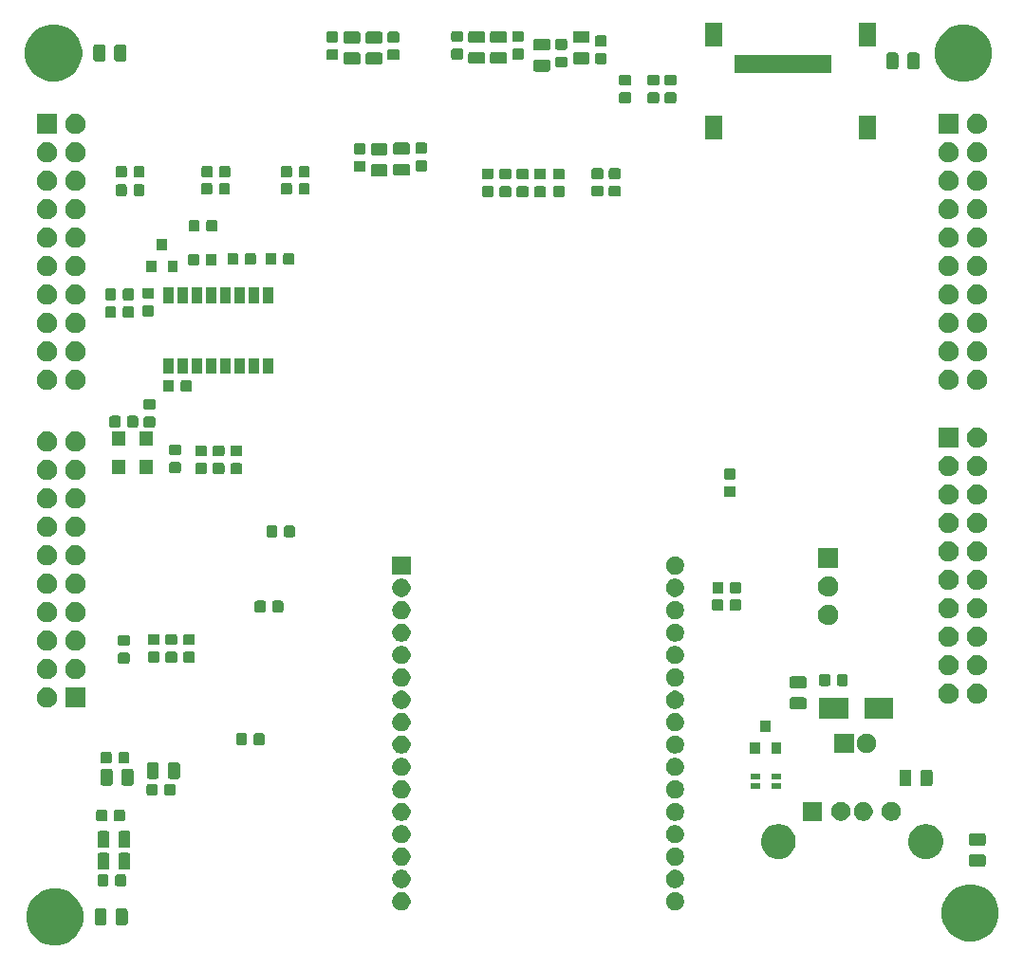
<source format=gbr>
G04 #@! TF.GenerationSoftware,KiCad,Pcbnew,5.1.5-52549c5~86~ubuntu18.04.1*
G04 #@! TF.CreationDate,2020-05-19T23:49:33-05:00*
G04 #@! TF.ProjectId,AICE,41494345-2e6b-4696-9361-645f70636258,rev?*
G04 #@! TF.SameCoordinates,Original*
G04 #@! TF.FileFunction,Soldermask,Bot*
G04 #@! TF.FilePolarity,Negative*
%FSLAX46Y46*%
G04 Gerber Fmt 4.6, Leading zero omitted, Abs format (unit mm)*
G04 Created by KiCad (PCBNEW 5.1.5-52549c5~86~ubuntu18.04.1) date 2020-05-19 23:49:33*
%MOMM*%
%LPD*%
G04 APERTURE LIST*
%ADD10C,0.100000*%
G04 APERTURE END LIST*
D10*
G36*
X38024098Y-142347033D02*
G01*
X38488350Y-142539332D01*
X38488352Y-142539333D01*
X38906168Y-142818509D01*
X39261491Y-143173832D01*
X39540667Y-143591648D01*
X39540668Y-143591650D01*
X39732967Y-144055902D01*
X39831000Y-144548747D01*
X39831000Y-145051253D01*
X39732967Y-145544098D01*
X39540668Y-146008350D01*
X39540667Y-146008352D01*
X39261491Y-146426168D01*
X38906168Y-146781491D01*
X38488352Y-147060667D01*
X38488351Y-147060668D01*
X38488350Y-147060668D01*
X38024098Y-147252967D01*
X37531253Y-147351000D01*
X37028747Y-147351000D01*
X36535902Y-147252967D01*
X36071650Y-147060668D01*
X36071649Y-147060668D01*
X36071648Y-147060667D01*
X35653832Y-146781491D01*
X35298509Y-146426168D01*
X35019333Y-146008352D01*
X35019332Y-146008350D01*
X34827033Y-145544098D01*
X34729000Y-145051253D01*
X34729000Y-144548747D01*
X34827033Y-144055902D01*
X35019332Y-143591650D01*
X35019333Y-143591648D01*
X35298509Y-143173832D01*
X35653832Y-142818509D01*
X36071648Y-142539333D01*
X36071650Y-142539332D01*
X36535902Y-142347033D01*
X37028747Y-142249000D01*
X37531253Y-142249000D01*
X38024098Y-142347033D01*
G37*
G36*
X119694098Y-141997033D02*
G01*
X120158350Y-142189332D01*
X120158352Y-142189333D01*
X120576168Y-142468509D01*
X120931491Y-142823832D01*
X121170970Y-143182238D01*
X121210668Y-143241650D01*
X121402967Y-143705902D01*
X121501000Y-144198747D01*
X121501000Y-144701253D01*
X121402967Y-145194098D01*
X121210668Y-145658350D01*
X121210667Y-145658352D01*
X120931491Y-146076168D01*
X120576168Y-146431491D01*
X120158352Y-146710667D01*
X120158351Y-146710668D01*
X120158350Y-146710668D01*
X119694098Y-146902967D01*
X119201253Y-147001000D01*
X118698747Y-147001000D01*
X118205902Y-146902967D01*
X117741650Y-146710668D01*
X117741649Y-146710668D01*
X117741648Y-146710667D01*
X117323832Y-146431491D01*
X116968509Y-146076168D01*
X116689333Y-145658352D01*
X116689332Y-145658350D01*
X116497033Y-145194098D01*
X116399000Y-144701253D01*
X116399000Y-144198747D01*
X116497033Y-143705902D01*
X116689332Y-143241650D01*
X116729030Y-143182238D01*
X116968509Y-142823832D01*
X117323832Y-142468509D01*
X117741648Y-142189333D01*
X117741650Y-142189332D01*
X118205902Y-141997033D01*
X118698747Y-141899000D01*
X119201253Y-141899000D01*
X119694098Y-141997033D01*
G37*
G36*
X43614468Y-144053565D02*
G01*
X43653138Y-144065296D01*
X43688777Y-144084346D01*
X43720017Y-144109983D01*
X43745654Y-144141223D01*
X43764704Y-144176862D01*
X43776435Y-144215532D01*
X43781000Y-144261888D01*
X43781000Y-145338112D01*
X43776435Y-145384468D01*
X43764704Y-145423138D01*
X43745654Y-145458777D01*
X43720017Y-145490017D01*
X43688777Y-145515654D01*
X43653138Y-145534704D01*
X43614468Y-145546435D01*
X43568112Y-145551000D01*
X42916888Y-145551000D01*
X42870532Y-145546435D01*
X42831862Y-145534704D01*
X42796223Y-145515654D01*
X42764983Y-145490017D01*
X42739346Y-145458777D01*
X42720296Y-145423138D01*
X42708565Y-145384468D01*
X42704000Y-145338112D01*
X42704000Y-144261888D01*
X42708565Y-144215532D01*
X42720296Y-144176862D01*
X42739346Y-144141223D01*
X42764983Y-144109983D01*
X42796223Y-144084346D01*
X42831862Y-144065296D01*
X42870532Y-144053565D01*
X42916888Y-144049000D01*
X43568112Y-144049000D01*
X43614468Y-144053565D01*
G37*
G36*
X41739468Y-144053565D02*
G01*
X41778138Y-144065296D01*
X41813777Y-144084346D01*
X41845017Y-144109983D01*
X41870654Y-144141223D01*
X41889704Y-144176862D01*
X41901435Y-144215532D01*
X41906000Y-144261888D01*
X41906000Y-145338112D01*
X41901435Y-145384468D01*
X41889704Y-145423138D01*
X41870654Y-145458777D01*
X41845017Y-145490017D01*
X41813777Y-145515654D01*
X41778138Y-145534704D01*
X41739468Y-145546435D01*
X41693112Y-145551000D01*
X41041888Y-145551000D01*
X40995532Y-145546435D01*
X40956862Y-145534704D01*
X40921223Y-145515654D01*
X40889983Y-145490017D01*
X40864346Y-145458777D01*
X40845296Y-145423138D01*
X40833565Y-145384468D01*
X40829000Y-145338112D01*
X40829000Y-144261888D01*
X40833565Y-144215532D01*
X40845296Y-144176862D01*
X40864346Y-144141223D01*
X40889983Y-144109983D01*
X40921223Y-144084346D01*
X40956862Y-144065296D01*
X40995532Y-144053565D01*
X41041888Y-144049000D01*
X41693112Y-144049000D01*
X41739468Y-144053565D01*
G37*
G36*
X92838382Y-142637622D02*
G01*
X92986341Y-142698909D01*
X93119495Y-142787879D01*
X93232741Y-142901125D01*
X93321711Y-143034279D01*
X93382998Y-143182238D01*
X93414240Y-143339305D01*
X93414240Y-143499455D01*
X93382998Y-143656522D01*
X93321711Y-143804481D01*
X93232741Y-143937635D01*
X93119495Y-144050881D01*
X92986341Y-144139851D01*
X92838382Y-144201138D01*
X92681315Y-144232380D01*
X92521165Y-144232380D01*
X92364098Y-144201138D01*
X92216139Y-144139851D01*
X92082985Y-144050881D01*
X91969739Y-143937635D01*
X91880769Y-143804481D01*
X91819482Y-143656522D01*
X91788240Y-143499455D01*
X91788240Y-143339305D01*
X91819482Y-143182238D01*
X91880769Y-143034279D01*
X91969739Y-142901125D01*
X92082985Y-142787879D01*
X92216139Y-142698909D01*
X92364098Y-142637622D01*
X92521165Y-142606380D01*
X92681315Y-142606380D01*
X92838382Y-142637622D01*
G37*
G36*
X68438382Y-142637622D02*
G01*
X68586341Y-142698909D01*
X68719495Y-142787879D01*
X68832741Y-142901125D01*
X68921711Y-143034279D01*
X68982998Y-143182238D01*
X69014240Y-143339305D01*
X69014240Y-143499455D01*
X68982998Y-143656522D01*
X68921711Y-143804481D01*
X68832741Y-143937635D01*
X68719495Y-144050881D01*
X68586341Y-144139851D01*
X68438382Y-144201138D01*
X68281315Y-144232380D01*
X68121165Y-144232380D01*
X67964098Y-144201138D01*
X67816139Y-144139851D01*
X67682985Y-144050881D01*
X67569739Y-143937635D01*
X67480769Y-143804481D01*
X67419482Y-143656522D01*
X67388240Y-143499455D01*
X67388240Y-143339305D01*
X67419482Y-143182238D01*
X67480769Y-143034279D01*
X67569739Y-142901125D01*
X67682985Y-142787879D01*
X67816139Y-142698909D01*
X67964098Y-142637622D01*
X68121165Y-142606380D01*
X68281315Y-142606380D01*
X68438382Y-142637622D01*
G37*
G36*
X68438382Y-140637622D02*
G01*
X68586341Y-140698909D01*
X68719495Y-140787879D01*
X68832741Y-140901125D01*
X68921711Y-141034279D01*
X68982998Y-141182238D01*
X69014240Y-141339305D01*
X69014240Y-141499455D01*
X68982998Y-141656522D01*
X68921711Y-141804481D01*
X68832741Y-141937635D01*
X68719495Y-142050881D01*
X68586341Y-142139851D01*
X68438382Y-142201138D01*
X68281315Y-142232380D01*
X68121165Y-142232380D01*
X67964098Y-142201138D01*
X67816139Y-142139851D01*
X67682985Y-142050881D01*
X67569739Y-141937635D01*
X67480769Y-141804481D01*
X67419482Y-141656522D01*
X67388240Y-141499455D01*
X67388240Y-141339305D01*
X67419482Y-141182238D01*
X67480769Y-141034279D01*
X67569739Y-140901125D01*
X67682985Y-140787879D01*
X67816139Y-140698909D01*
X67964098Y-140637622D01*
X68121165Y-140606380D01*
X68281315Y-140606380D01*
X68438382Y-140637622D01*
G37*
G36*
X92838382Y-140637622D02*
G01*
X92986341Y-140698909D01*
X93119495Y-140787879D01*
X93232741Y-140901125D01*
X93321711Y-141034279D01*
X93382998Y-141182238D01*
X93414240Y-141339305D01*
X93414240Y-141499455D01*
X93382998Y-141656522D01*
X93321711Y-141804481D01*
X93232741Y-141937635D01*
X93119495Y-142050881D01*
X92986341Y-142139851D01*
X92838382Y-142201138D01*
X92681315Y-142232380D01*
X92521165Y-142232380D01*
X92364098Y-142201138D01*
X92216139Y-142139851D01*
X92082985Y-142050881D01*
X91969739Y-141937635D01*
X91880769Y-141804481D01*
X91819482Y-141656522D01*
X91788240Y-141499455D01*
X91788240Y-141339305D01*
X91819482Y-141182238D01*
X91880769Y-141034279D01*
X91969739Y-140901125D01*
X92082985Y-140787879D01*
X92216139Y-140698909D01*
X92364098Y-140637622D01*
X92521165Y-140606380D01*
X92681315Y-140606380D01*
X92838382Y-140637622D01*
G37*
G36*
X41914591Y-141018085D02*
G01*
X41948569Y-141028393D01*
X41979890Y-141045134D01*
X42007339Y-141067661D01*
X42029866Y-141095110D01*
X42046607Y-141126431D01*
X42056915Y-141160409D01*
X42061000Y-141201890D01*
X42061000Y-141878110D01*
X42056915Y-141919591D01*
X42046607Y-141953569D01*
X42029866Y-141984890D01*
X42007339Y-142012339D01*
X41979890Y-142034866D01*
X41948569Y-142051607D01*
X41914591Y-142061915D01*
X41873110Y-142066000D01*
X41271890Y-142066000D01*
X41230409Y-142061915D01*
X41196431Y-142051607D01*
X41165110Y-142034866D01*
X41137661Y-142012339D01*
X41115134Y-141984890D01*
X41098393Y-141953569D01*
X41088085Y-141919591D01*
X41084000Y-141878110D01*
X41084000Y-141201890D01*
X41088085Y-141160409D01*
X41098393Y-141126431D01*
X41115134Y-141095110D01*
X41137661Y-141067661D01*
X41165110Y-141045134D01*
X41196431Y-141028393D01*
X41230409Y-141018085D01*
X41271890Y-141014000D01*
X41873110Y-141014000D01*
X41914591Y-141018085D01*
G37*
G36*
X43489591Y-141018085D02*
G01*
X43523569Y-141028393D01*
X43554890Y-141045134D01*
X43582339Y-141067661D01*
X43604866Y-141095110D01*
X43621607Y-141126431D01*
X43631915Y-141160409D01*
X43636000Y-141201890D01*
X43636000Y-141878110D01*
X43631915Y-141919591D01*
X43621607Y-141953569D01*
X43604866Y-141984890D01*
X43582339Y-142012339D01*
X43554890Y-142034866D01*
X43523569Y-142051607D01*
X43489591Y-142061915D01*
X43448110Y-142066000D01*
X42846890Y-142066000D01*
X42805409Y-142061915D01*
X42771431Y-142051607D01*
X42740110Y-142034866D01*
X42712661Y-142012339D01*
X42690134Y-141984890D01*
X42673393Y-141953569D01*
X42663085Y-141919591D01*
X42659000Y-141878110D01*
X42659000Y-141201890D01*
X42663085Y-141160409D01*
X42673393Y-141126431D01*
X42690134Y-141095110D01*
X42712661Y-141067661D01*
X42740110Y-141045134D01*
X42771431Y-141028393D01*
X42805409Y-141018085D01*
X42846890Y-141014000D01*
X43448110Y-141014000D01*
X43489591Y-141018085D01*
G37*
G36*
X43864468Y-139093565D02*
G01*
X43903138Y-139105296D01*
X43938777Y-139124346D01*
X43970017Y-139149983D01*
X43995654Y-139181223D01*
X44014704Y-139216862D01*
X44026435Y-139255532D01*
X44031000Y-139301888D01*
X44031000Y-140378112D01*
X44026435Y-140424468D01*
X44014704Y-140463138D01*
X43995654Y-140498777D01*
X43970017Y-140530017D01*
X43938777Y-140555654D01*
X43903138Y-140574704D01*
X43864468Y-140586435D01*
X43818112Y-140591000D01*
X43166888Y-140591000D01*
X43120532Y-140586435D01*
X43081862Y-140574704D01*
X43046223Y-140555654D01*
X43014983Y-140530017D01*
X42989346Y-140498777D01*
X42970296Y-140463138D01*
X42958565Y-140424468D01*
X42954000Y-140378112D01*
X42954000Y-139301888D01*
X42958565Y-139255532D01*
X42970296Y-139216862D01*
X42989346Y-139181223D01*
X43014983Y-139149983D01*
X43046223Y-139124346D01*
X43081862Y-139105296D01*
X43120532Y-139093565D01*
X43166888Y-139089000D01*
X43818112Y-139089000D01*
X43864468Y-139093565D01*
G37*
G36*
X41989468Y-139093565D02*
G01*
X42028138Y-139105296D01*
X42063777Y-139124346D01*
X42095017Y-139149983D01*
X42120654Y-139181223D01*
X42139704Y-139216862D01*
X42151435Y-139255532D01*
X42156000Y-139301888D01*
X42156000Y-140378112D01*
X42151435Y-140424468D01*
X42139704Y-140463138D01*
X42120654Y-140498777D01*
X42095017Y-140530017D01*
X42063777Y-140555654D01*
X42028138Y-140574704D01*
X41989468Y-140586435D01*
X41943112Y-140591000D01*
X41291888Y-140591000D01*
X41245532Y-140586435D01*
X41206862Y-140574704D01*
X41171223Y-140555654D01*
X41139983Y-140530017D01*
X41114346Y-140498777D01*
X41095296Y-140463138D01*
X41083565Y-140424468D01*
X41079000Y-140378112D01*
X41079000Y-139301888D01*
X41083565Y-139255532D01*
X41095296Y-139216862D01*
X41114346Y-139181223D01*
X41139983Y-139149983D01*
X41171223Y-139124346D01*
X41206862Y-139105296D01*
X41245532Y-139093565D01*
X41291888Y-139089000D01*
X41943112Y-139089000D01*
X41989468Y-139093565D01*
G37*
G36*
X120164468Y-139233565D02*
G01*
X120203138Y-139245296D01*
X120238777Y-139264346D01*
X120270017Y-139289983D01*
X120295654Y-139321223D01*
X120314704Y-139356862D01*
X120326435Y-139395532D01*
X120331000Y-139441888D01*
X120331000Y-140093112D01*
X120326435Y-140139468D01*
X120314704Y-140178138D01*
X120295654Y-140213777D01*
X120270017Y-140245017D01*
X120238777Y-140270654D01*
X120203138Y-140289704D01*
X120164468Y-140301435D01*
X120118112Y-140306000D01*
X119041888Y-140306000D01*
X118995532Y-140301435D01*
X118956862Y-140289704D01*
X118921223Y-140270654D01*
X118889983Y-140245017D01*
X118864346Y-140213777D01*
X118845296Y-140178138D01*
X118833565Y-140139468D01*
X118829000Y-140093112D01*
X118829000Y-139441888D01*
X118833565Y-139395532D01*
X118845296Y-139356862D01*
X118864346Y-139321223D01*
X118889983Y-139289983D01*
X118921223Y-139264346D01*
X118956862Y-139245296D01*
X118995532Y-139233565D01*
X119041888Y-139229000D01*
X120118112Y-139229000D01*
X120164468Y-139233565D01*
G37*
G36*
X92838382Y-138637622D02*
G01*
X92986341Y-138698909D01*
X93119495Y-138787879D01*
X93232741Y-138901125D01*
X93321711Y-139034279D01*
X93382998Y-139182238D01*
X93414240Y-139339305D01*
X93414240Y-139499455D01*
X93382998Y-139656522D01*
X93321711Y-139804481D01*
X93232741Y-139937635D01*
X93119495Y-140050881D01*
X92986341Y-140139851D01*
X92838382Y-140201138D01*
X92681315Y-140232380D01*
X92521165Y-140232380D01*
X92364098Y-140201138D01*
X92216139Y-140139851D01*
X92082985Y-140050881D01*
X91969739Y-139937635D01*
X91880769Y-139804481D01*
X91819482Y-139656522D01*
X91788240Y-139499455D01*
X91788240Y-139339305D01*
X91819482Y-139182238D01*
X91880769Y-139034279D01*
X91969739Y-138901125D01*
X92082985Y-138787879D01*
X92216139Y-138698909D01*
X92364098Y-138637622D01*
X92521165Y-138606380D01*
X92681315Y-138606380D01*
X92838382Y-138637622D01*
G37*
G36*
X68438382Y-138637622D02*
G01*
X68586341Y-138698909D01*
X68719495Y-138787879D01*
X68832741Y-138901125D01*
X68921711Y-139034279D01*
X68982998Y-139182238D01*
X69014240Y-139339305D01*
X69014240Y-139499455D01*
X68982998Y-139656522D01*
X68921711Y-139804481D01*
X68832741Y-139937635D01*
X68719495Y-140050881D01*
X68586341Y-140139851D01*
X68438382Y-140201138D01*
X68281315Y-140232380D01*
X68121165Y-140232380D01*
X67964098Y-140201138D01*
X67816139Y-140139851D01*
X67682985Y-140050881D01*
X67569739Y-139937635D01*
X67480769Y-139804481D01*
X67419482Y-139656522D01*
X67388240Y-139499455D01*
X67388240Y-139339305D01*
X67419482Y-139182238D01*
X67480769Y-139034279D01*
X67569739Y-138901125D01*
X67682985Y-138787879D01*
X67816139Y-138698909D01*
X67964098Y-138637622D01*
X68121165Y-138606380D01*
X68281315Y-138606380D01*
X68438382Y-138637622D01*
G37*
G36*
X102132585Y-136568802D02*
G01*
X102282410Y-136598604D01*
X102564674Y-136715521D01*
X102818705Y-136885259D01*
X103034741Y-137101295D01*
X103204479Y-137355326D01*
X103315456Y-137623250D01*
X103321396Y-137637591D01*
X103381000Y-137937239D01*
X103381000Y-138242761D01*
X103368990Y-138303138D01*
X103321396Y-138542410D01*
X103204479Y-138824674D01*
X103034741Y-139078705D01*
X102818705Y-139294741D01*
X102564674Y-139464479D01*
X102282410Y-139581396D01*
X102132585Y-139611198D01*
X101982761Y-139641000D01*
X101677239Y-139641000D01*
X101527415Y-139611198D01*
X101377590Y-139581396D01*
X101095326Y-139464479D01*
X100841295Y-139294741D01*
X100625259Y-139078705D01*
X100455521Y-138824674D01*
X100338604Y-138542410D01*
X100291010Y-138303138D01*
X100279000Y-138242761D01*
X100279000Y-137937239D01*
X100338604Y-137637591D01*
X100344544Y-137623250D01*
X100455521Y-137355326D01*
X100625259Y-137101295D01*
X100841295Y-136885259D01*
X101095326Y-136715521D01*
X101377590Y-136598604D01*
X101527415Y-136568802D01*
X101677239Y-136539000D01*
X101982761Y-136539000D01*
X102132585Y-136568802D01*
G37*
G36*
X115272585Y-136568802D02*
G01*
X115422410Y-136598604D01*
X115704674Y-136715521D01*
X115958705Y-136885259D01*
X116174741Y-137101295D01*
X116344479Y-137355326D01*
X116455456Y-137623250D01*
X116461396Y-137637591D01*
X116521000Y-137937239D01*
X116521000Y-138242761D01*
X116508990Y-138303138D01*
X116461396Y-138542410D01*
X116344479Y-138824674D01*
X116174741Y-139078705D01*
X115958705Y-139294741D01*
X115704674Y-139464479D01*
X115422410Y-139581396D01*
X115272585Y-139611198D01*
X115122761Y-139641000D01*
X114817239Y-139641000D01*
X114667415Y-139611198D01*
X114517590Y-139581396D01*
X114235326Y-139464479D01*
X113981295Y-139294741D01*
X113765259Y-139078705D01*
X113595521Y-138824674D01*
X113478604Y-138542410D01*
X113431010Y-138303138D01*
X113419000Y-138242761D01*
X113419000Y-137937239D01*
X113478604Y-137637591D01*
X113484544Y-137623250D01*
X113595521Y-137355326D01*
X113765259Y-137101295D01*
X113981295Y-136885259D01*
X114235326Y-136715521D01*
X114517590Y-136598604D01*
X114667415Y-136568802D01*
X114817239Y-136539000D01*
X115122761Y-136539000D01*
X115272585Y-136568802D01*
G37*
G36*
X43864468Y-137143565D02*
G01*
X43903138Y-137155296D01*
X43938777Y-137174346D01*
X43970017Y-137199983D01*
X43995654Y-137231223D01*
X44014704Y-137266862D01*
X44026435Y-137305532D01*
X44031000Y-137351888D01*
X44031000Y-138428112D01*
X44026435Y-138474468D01*
X44014704Y-138513138D01*
X43995654Y-138548777D01*
X43970017Y-138580017D01*
X43938777Y-138605654D01*
X43903138Y-138624704D01*
X43864468Y-138636435D01*
X43818112Y-138641000D01*
X43166888Y-138641000D01*
X43120532Y-138636435D01*
X43081862Y-138624704D01*
X43046223Y-138605654D01*
X43014983Y-138580017D01*
X42989346Y-138548777D01*
X42970296Y-138513138D01*
X42958565Y-138474468D01*
X42954000Y-138428112D01*
X42954000Y-137351888D01*
X42958565Y-137305532D01*
X42970296Y-137266862D01*
X42989346Y-137231223D01*
X43014983Y-137199983D01*
X43046223Y-137174346D01*
X43081862Y-137155296D01*
X43120532Y-137143565D01*
X43166888Y-137139000D01*
X43818112Y-137139000D01*
X43864468Y-137143565D01*
G37*
G36*
X41989468Y-137143565D02*
G01*
X42028138Y-137155296D01*
X42063777Y-137174346D01*
X42095017Y-137199983D01*
X42120654Y-137231223D01*
X42139704Y-137266862D01*
X42151435Y-137305532D01*
X42156000Y-137351888D01*
X42156000Y-138428112D01*
X42151435Y-138474468D01*
X42139704Y-138513138D01*
X42120654Y-138548777D01*
X42095017Y-138580017D01*
X42063777Y-138605654D01*
X42028138Y-138624704D01*
X41989468Y-138636435D01*
X41943112Y-138641000D01*
X41291888Y-138641000D01*
X41245532Y-138636435D01*
X41206862Y-138624704D01*
X41171223Y-138605654D01*
X41139983Y-138580017D01*
X41114346Y-138548777D01*
X41095296Y-138513138D01*
X41083565Y-138474468D01*
X41079000Y-138428112D01*
X41079000Y-137351888D01*
X41083565Y-137305532D01*
X41095296Y-137266862D01*
X41114346Y-137231223D01*
X41139983Y-137199983D01*
X41171223Y-137174346D01*
X41206862Y-137155296D01*
X41245532Y-137143565D01*
X41291888Y-137139000D01*
X41943112Y-137139000D01*
X41989468Y-137143565D01*
G37*
G36*
X120164468Y-137358565D02*
G01*
X120203138Y-137370296D01*
X120238777Y-137389346D01*
X120270017Y-137414983D01*
X120295654Y-137446223D01*
X120314704Y-137481862D01*
X120326435Y-137520532D01*
X120331000Y-137566888D01*
X120331000Y-138218112D01*
X120326435Y-138264468D01*
X120314704Y-138303138D01*
X120295654Y-138338777D01*
X120270017Y-138370017D01*
X120238777Y-138395654D01*
X120203138Y-138414704D01*
X120164468Y-138426435D01*
X120118112Y-138431000D01*
X119041888Y-138431000D01*
X118995532Y-138426435D01*
X118956862Y-138414704D01*
X118921223Y-138395654D01*
X118889983Y-138370017D01*
X118864346Y-138338777D01*
X118845296Y-138303138D01*
X118833565Y-138264468D01*
X118829000Y-138218112D01*
X118829000Y-137566888D01*
X118833565Y-137520532D01*
X118845296Y-137481862D01*
X118864346Y-137446223D01*
X118889983Y-137414983D01*
X118921223Y-137389346D01*
X118956862Y-137370296D01*
X118995532Y-137358565D01*
X119041888Y-137354000D01*
X120118112Y-137354000D01*
X120164468Y-137358565D01*
G37*
G36*
X68438382Y-136637622D02*
G01*
X68586341Y-136698909D01*
X68719495Y-136787879D01*
X68832741Y-136901125D01*
X68921711Y-137034279D01*
X68982998Y-137182238D01*
X69014240Y-137339305D01*
X69014240Y-137499455D01*
X68982998Y-137656522D01*
X68921711Y-137804481D01*
X68832741Y-137937635D01*
X68719495Y-138050881D01*
X68586341Y-138139851D01*
X68438382Y-138201138D01*
X68281315Y-138232380D01*
X68121165Y-138232380D01*
X67964098Y-138201138D01*
X67816139Y-138139851D01*
X67682985Y-138050881D01*
X67569739Y-137937635D01*
X67480769Y-137804481D01*
X67419482Y-137656522D01*
X67388240Y-137499455D01*
X67388240Y-137339305D01*
X67419482Y-137182238D01*
X67480769Y-137034279D01*
X67569739Y-136901125D01*
X67682985Y-136787879D01*
X67816139Y-136698909D01*
X67964098Y-136637622D01*
X68121165Y-136606380D01*
X68281315Y-136606380D01*
X68438382Y-136637622D01*
G37*
G36*
X92838382Y-136637622D02*
G01*
X92986341Y-136698909D01*
X93119495Y-136787879D01*
X93232741Y-136901125D01*
X93321711Y-137034279D01*
X93382998Y-137182238D01*
X93414240Y-137339305D01*
X93414240Y-137499455D01*
X93382998Y-137656522D01*
X93321711Y-137804481D01*
X93232741Y-137937635D01*
X93119495Y-138050881D01*
X92986341Y-138139851D01*
X92838382Y-138201138D01*
X92681315Y-138232380D01*
X92521165Y-138232380D01*
X92364098Y-138201138D01*
X92216139Y-138139851D01*
X92082985Y-138050881D01*
X91969739Y-137937635D01*
X91880769Y-137804481D01*
X91819482Y-137656522D01*
X91788240Y-137499455D01*
X91788240Y-137339305D01*
X91819482Y-137182238D01*
X91880769Y-137034279D01*
X91969739Y-136901125D01*
X92082985Y-136787879D01*
X92216139Y-136698909D01*
X92364098Y-136637622D01*
X92521165Y-136606380D01*
X92681315Y-136606380D01*
X92838382Y-136637622D01*
G37*
G36*
X43379591Y-135228085D02*
G01*
X43413569Y-135238393D01*
X43444890Y-135255134D01*
X43472339Y-135277661D01*
X43494866Y-135305110D01*
X43511607Y-135336431D01*
X43521915Y-135370409D01*
X43526000Y-135411890D01*
X43526000Y-136088110D01*
X43521915Y-136129591D01*
X43511607Y-136163569D01*
X43494866Y-136194890D01*
X43472339Y-136222339D01*
X43444890Y-136244866D01*
X43413569Y-136261607D01*
X43379591Y-136271915D01*
X43338110Y-136276000D01*
X42736890Y-136276000D01*
X42695409Y-136271915D01*
X42661431Y-136261607D01*
X42630110Y-136244866D01*
X42602661Y-136222339D01*
X42580134Y-136194890D01*
X42563393Y-136163569D01*
X42553085Y-136129591D01*
X42549000Y-136088110D01*
X42549000Y-135411890D01*
X42553085Y-135370409D01*
X42563393Y-135336431D01*
X42580134Y-135305110D01*
X42602661Y-135277661D01*
X42630110Y-135255134D01*
X42661431Y-135238393D01*
X42695409Y-135228085D01*
X42736890Y-135224000D01*
X43338110Y-135224000D01*
X43379591Y-135228085D01*
G37*
G36*
X41804591Y-135228085D02*
G01*
X41838569Y-135238393D01*
X41869890Y-135255134D01*
X41897339Y-135277661D01*
X41919866Y-135305110D01*
X41936607Y-135336431D01*
X41946915Y-135370409D01*
X41951000Y-135411890D01*
X41951000Y-136088110D01*
X41946915Y-136129591D01*
X41936607Y-136163569D01*
X41919866Y-136194890D01*
X41897339Y-136222339D01*
X41869890Y-136244866D01*
X41838569Y-136261607D01*
X41804591Y-136271915D01*
X41763110Y-136276000D01*
X41161890Y-136276000D01*
X41120409Y-136271915D01*
X41086431Y-136261607D01*
X41055110Y-136244866D01*
X41027661Y-136222339D01*
X41005134Y-136194890D01*
X40988393Y-136163569D01*
X40978085Y-136129591D01*
X40974000Y-136088110D01*
X40974000Y-135411890D01*
X40978085Y-135370409D01*
X40988393Y-135336431D01*
X41005134Y-135305110D01*
X41027661Y-135277661D01*
X41055110Y-135255134D01*
X41086431Y-135238393D01*
X41120409Y-135228085D01*
X41161890Y-135224000D01*
X41763110Y-135224000D01*
X41804591Y-135228085D01*
G37*
G36*
X68438382Y-134637622D02*
G01*
X68586341Y-134698909D01*
X68719495Y-134787879D01*
X68832741Y-134901125D01*
X68921711Y-135034279D01*
X68982998Y-135182238D01*
X69014240Y-135339305D01*
X69014240Y-135499455D01*
X68982998Y-135656522D01*
X68921711Y-135804481D01*
X68832741Y-135937635D01*
X68719495Y-136050881D01*
X68586341Y-136139851D01*
X68438382Y-136201138D01*
X68281315Y-136232380D01*
X68121165Y-136232380D01*
X67964098Y-136201138D01*
X67816139Y-136139851D01*
X67682985Y-136050881D01*
X67569739Y-135937635D01*
X67480769Y-135804481D01*
X67419482Y-135656522D01*
X67388240Y-135499455D01*
X67388240Y-135339305D01*
X67419482Y-135182238D01*
X67480769Y-135034279D01*
X67569739Y-134901125D01*
X67682985Y-134787879D01*
X67816139Y-134698909D01*
X67964098Y-134637622D01*
X68121165Y-134606380D01*
X68281315Y-134606380D01*
X68438382Y-134637622D01*
G37*
G36*
X92838382Y-134637622D02*
G01*
X92986341Y-134698909D01*
X93119495Y-134787879D01*
X93232741Y-134901125D01*
X93321711Y-135034279D01*
X93382998Y-135182238D01*
X93414240Y-135339305D01*
X93414240Y-135499455D01*
X93382998Y-135656522D01*
X93321711Y-135804481D01*
X93232741Y-135937635D01*
X93119495Y-136050881D01*
X92986341Y-136139851D01*
X92838382Y-136201138D01*
X92681315Y-136232380D01*
X92521165Y-136232380D01*
X92364098Y-136201138D01*
X92216139Y-136139851D01*
X92082985Y-136050881D01*
X91969739Y-135937635D01*
X91880769Y-135804481D01*
X91819482Y-135656522D01*
X91788240Y-135499455D01*
X91788240Y-135339305D01*
X91819482Y-135182238D01*
X91880769Y-135034279D01*
X91969739Y-134901125D01*
X92082985Y-134787879D01*
X92216139Y-134698909D01*
X92364098Y-134637622D01*
X92521165Y-134606380D01*
X92681315Y-134606380D01*
X92838382Y-134637622D01*
G37*
G36*
X112148228Y-134561703D02*
G01*
X112303100Y-134625853D01*
X112442481Y-134718985D01*
X112561015Y-134837519D01*
X112654147Y-134976900D01*
X112718297Y-135131772D01*
X112751000Y-135296184D01*
X112751000Y-135463816D01*
X112718297Y-135628228D01*
X112654147Y-135783100D01*
X112561015Y-135922481D01*
X112442481Y-136041015D01*
X112303100Y-136134147D01*
X112148228Y-136198297D01*
X111983816Y-136231000D01*
X111816184Y-136231000D01*
X111651772Y-136198297D01*
X111496900Y-136134147D01*
X111357519Y-136041015D01*
X111238985Y-135922481D01*
X111145853Y-135783100D01*
X111081703Y-135628228D01*
X111049000Y-135463816D01*
X111049000Y-135296184D01*
X111081703Y-135131772D01*
X111145853Y-134976900D01*
X111238985Y-134837519D01*
X111357519Y-134718985D01*
X111496900Y-134625853D01*
X111651772Y-134561703D01*
X111816184Y-134529000D01*
X111983816Y-134529000D01*
X112148228Y-134561703D01*
G37*
G36*
X109648228Y-134561703D02*
G01*
X109803100Y-134625853D01*
X109942481Y-134718985D01*
X110061015Y-134837519D01*
X110154147Y-134976900D01*
X110218297Y-135131772D01*
X110251000Y-135296184D01*
X110251000Y-135463816D01*
X110218297Y-135628228D01*
X110154147Y-135783100D01*
X110061015Y-135922481D01*
X109942481Y-136041015D01*
X109803100Y-136134147D01*
X109648228Y-136198297D01*
X109483816Y-136231000D01*
X109316184Y-136231000D01*
X109151772Y-136198297D01*
X108996900Y-136134147D01*
X108857519Y-136041015D01*
X108738985Y-135922481D01*
X108645853Y-135783100D01*
X108581703Y-135628228D01*
X108549000Y-135463816D01*
X108549000Y-135296184D01*
X108581703Y-135131772D01*
X108645853Y-134976900D01*
X108738985Y-134837519D01*
X108857519Y-134718985D01*
X108996900Y-134625853D01*
X109151772Y-134561703D01*
X109316184Y-134529000D01*
X109483816Y-134529000D01*
X109648228Y-134561703D01*
G37*
G36*
X107648228Y-134561703D02*
G01*
X107803100Y-134625853D01*
X107942481Y-134718985D01*
X108061015Y-134837519D01*
X108154147Y-134976900D01*
X108218297Y-135131772D01*
X108251000Y-135296184D01*
X108251000Y-135463816D01*
X108218297Y-135628228D01*
X108154147Y-135783100D01*
X108061015Y-135922481D01*
X107942481Y-136041015D01*
X107803100Y-136134147D01*
X107648228Y-136198297D01*
X107483816Y-136231000D01*
X107316184Y-136231000D01*
X107151772Y-136198297D01*
X106996900Y-136134147D01*
X106857519Y-136041015D01*
X106738985Y-135922481D01*
X106645853Y-135783100D01*
X106581703Y-135628228D01*
X106549000Y-135463816D01*
X106549000Y-135296184D01*
X106581703Y-135131772D01*
X106645853Y-134976900D01*
X106738985Y-134837519D01*
X106857519Y-134718985D01*
X106996900Y-134625853D01*
X107151772Y-134561703D01*
X107316184Y-134529000D01*
X107483816Y-134529000D01*
X107648228Y-134561703D01*
G37*
G36*
X105751000Y-136231000D02*
G01*
X104049000Y-136231000D01*
X104049000Y-134529000D01*
X105751000Y-134529000D01*
X105751000Y-136231000D01*
G37*
G36*
X68438382Y-132637622D02*
G01*
X68586341Y-132698909D01*
X68719495Y-132787879D01*
X68832741Y-132901125D01*
X68921711Y-133034279D01*
X68982998Y-133182238D01*
X69014240Y-133339305D01*
X69014240Y-133499455D01*
X68982998Y-133656522D01*
X68921711Y-133804481D01*
X68832741Y-133937635D01*
X68719495Y-134050881D01*
X68586341Y-134139851D01*
X68438382Y-134201138D01*
X68281315Y-134232380D01*
X68121165Y-134232380D01*
X67964098Y-134201138D01*
X67816139Y-134139851D01*
X67682985Y-134050881D01*
X67569739Y-133937635D01*
X67480769Y-133804481D01*
X67419482Y-133656522D01*
X67388240Y-133499455D01*
X67388240Y-133339305D01*
X67419482Y-133182238D01*
X67480769Y-133034279D01*
X67569739Y-132901125D01*
X67682985Y-132787879D01*
X67816139Y-132698909D01*
X67964098Y-132637622D01*
X68121165Y-132606380D01*
X68281315Y-132606380D01*
X68438382Y-132637622D01*
G37*
G36*
X92838382Y-132637622D02*
G01*
X92986341Y-132698909D01*
X93119495Y-132787879D01*
X93232741Y-132901125D01*
X93321711Y-133034279D01*
X93382998Y-133182238D01*
X93414240Y-133339305D01*
X93414240Y-133499455D01*
X93382998Y-133656522D01*
X93321711Y-133804481D01*
X93232741Y-133937635D01*
X93119495Y-134050881D01*
X92986341Y-134139851D01*
X92838382Y-134201138D01*
X92681315Y-134232380D01*
X92521165Y-134232380D01*
X92364098Y-134201138D01*
X92216139Y-134139851D01*
X92082985Y-134050881D01*
X91969739Y-133937635D01*
X91880769Y-133804481D01*
X91819482Y-133656522D01*
X91788240Y-133499455D01*
X91788240Y-133339305D01*
X91819482Y-133182238D01*
X91880769Y-133034279D01*
X91969739Y-132901125D01*
X92082985Y-132787879D01*
X92216139Y-132698909D01*
X92364098Y-132637622D01*
X92521165Y-132606380D01*
X92681315Y-132606380D01*
X92838382Y-132637622D01*
G37*
G36*
X46299591Y-132928085D02*
G01*
X46333569Y-132938393D01*
X46364890Y-132955134D01*
X46392339Y-132977661D01*
X46414866Y-133005110D01*
X46431607Y-133036431D01*
X46441915Y-133070409D01*
X46446000Y-133111890D01*
X46446000Y-133788110D01*
X46441915Y-133829591D01*
X46431607Y-133863569D01*
X46414866Y-133894890D01*
X46392339Y-133922339D01*
X46364890Y-133944866D01*
X46333569Y-133961607D01*
X46299591Y-133971915D01*
X46258110Y-133976000D01*
X45656890Y-133976000D01*
X45615409Y-133971915D01*
X45581431Y-133961607D01*
X45550110Y-133944866D01*
X45522661Y-133922339D01*
X45500134Y-133894890D01*
X45483393Y-133863569D01*
X45473085Y-133829591D01*
X45469000Y-133788110D01*
X45469000Y-133111890D01*
X45473085Y-133070409D01*
X45483393Y-133036431D01*
X45500134Y-133005110D01*
X45522661Y-132977661D01*
X45550110Y-132955134D01*
X45581431Y-132938393D01*
X45615409Y-132928085D01*
X45656890Y-132924000D01*
X46258110Y-132924000D01*
X46299591Y-132928085D01*
G37*
G36*
X47874591Y-132928085D02*
G01*
X47908569Y-132938393D01*
X47939890Y-132955134D01*
X47967339Y-132977661D01*
X47989866Y-133005110D01*
X48006607Y-133036431D01*
X48016915Y-133070409D01*
X48021000Y-133111890D01*
X48021000Y-133788110D01*
X48016915Y-133829591D01*
X48006607Y-133863569D01*
X47989866Y-133894890D01*
X47967339Y-133922339D01*
X47939890Y-133944866D01*
X47908569Y-133961607D01*
X47874591Y-133971915D01*
X47833110Y-133976000D01*
X47231890Y-133976000D01*
X47190409Y-133971915D01*
X47156431Y-133961607D01*
X47125110Y-133944866D01*
X47097661Y-133922339D01*
X47075134Y-133894890D01*
X47058393Y-133863569D01*
X47048085Y-133829591D01*
X47044000Y-133788110D01*
X47044000Y-133111890D01*
X47048085Y-133070409D01*
X47058393Y-133036431D01*
X47075134Y-133005110D01*
X47097661Y-132977661D01*
X47125110Y-132955134D01*
X47156431Y-132938393D01*
X47190409Y-132928085D01*
X47231890Y-132924000D01*
X47833110Y-132924000D01*
X47874591Y-132928085D01*
G37*
G36*
X102074000Y-133355000D02*
G01*
X101222000Y-133355000D01*
X101222000Y-132853000D01*
X102074000Y-132853000D01*
X102074000Y-133355000D01*
G37*
G36*
X100224000Y-133355000D02*
G01*
X99372000Y-133355000D01*
X99372000Y-132853000D01*
X100224000Y-132853000D01*
X100224000Y-133355000D01*
G37*
G36*
X113534468Y-131663565D02*
G01*
X113573138Y-131675296D01*
X113608777Y-131694346D01*
X113640017Y-131719983D01*
X113665654Y-131751223D01*
X113684704Y-131786862D01*
X113696435Y-131825532D01*
X113701000Y-131871888D01*
X113701000Y-132948112D01*
X113696435Y-132994468D01*
X113684704Y-133033138D01*
X113665654Y-133068777D01*
X113640017Y-133100017D01*
X113608777Y-133125654D01*
X113573138Y-133144704D01*
X113534468Y-133156435D01*
X113488112Y-133161000D01*
X112836888Y-133161000D01*
X112790532Y-133156435D01*
X112751862Y-133144704D01*
X112716223Y-133125654D01*
X112684983Y-133100017D01*
X112659346Y-133068777D01*
X112640296Y-133033138D01*
X112628565Y-132994468D01*
X112624000Y-132948112D01*
X112624000Y-131871888D01*
X112628565Y-131825532D01*
X112640296Y-131786862D01*
X112659346Y-131751223D01*
X112684983Y-131719983D01*
X112716223Y-131694346D01*
X112751862Y-131675296D01*
X112790532Y-131663565D01*
X112836888Y-131659000D01*
X113488112Y-131659000D01*
X113534468Y-131663565D01*
G37*
G36*
X115409468Y-131663565D02*
G01*
X115448138Y-131675296D01*
X115483777Y-131694346D01*
X115515017Y-131719983D01*
X115540654Y-131751223D01*
X115559704Y-131786862D01*
X115571435Y-131825532D01*
X115576000Y-131871888D01*
X115576000Y-132948112D01*
X115571435Y-132994468D01*
X115559704Y-133033138D01*
X115540654Y-133068777D01*
X115515017Y-133100017D01*
X115483777Y-133125654D01*
X115448138Y-133144704D01*
X115409468Y-133156435D01*
X115363112Y-133161000D01*
X114711888Y-133161000D01*
X114665532Y-133156435D01*
X114626862Y-133144704D01*
X114591223Y-133125654D01*
X114559983Y-133100017D01*
X114534346Y-133068777D01*
X114515296Y-133033138D01*
X114503565Y-132994468D01*
X114499000Y-132948112D01*
X114499000Y-131871888D01*
X114503565Y-131825532D01*
X114515296Y-131786862D01*
X114534346Y-131751223D01*
X114559983Y-131719983D01*
X114591223Y-131694346D01*
X114626862Y-131675296D01*
X114665532Y-131663565D01*
X114711888Y-131659000D01*
X115363112Y-131659000D01*
X115409468Y-131663565D01*
G37*
G36*
X44134468Y-131583565D02*
G01*
X44173138Y-131595296D01*
X44208777Y-131614346D01*
X44240017Y-131639983D01*
X44265654Y-131671223D01*
X44284704Y-131706862D01*
X44296435Y-131745532D01*
X44301000Y-131791888D01*
X44301000Y-132868112D01*
X44296435Y-132914468D01*
X44284704Y-132953138D01*
X44265654Y-132988777D01*
X44240017Y-133020017D01*
X44208777Y-133045654D01*
X44173138Y-133064704D01*
X44134468Y-133076435D01*
X44088112Y-133081000D01*
X43436888Y-133081000D01*
X43390532Y-133076435D01*
X43351862Y-133064704D01*
X43316223Y-133045654D01*
X43284983Y-133020017D01*
X43259346Y-132988777D01*
X43240296Y-132953138D01*
X43228565Y-132914468D01*
X43224000Y-132868112D01*
X43224000Y-131791888D01*
X43228565Y-131745532D01*
X43240296Y-131706862D01*
X43259346Y-131671223D01*
X43284983Y-131639983D01*
X43316223Y-131614346D01*
X43351862Y-131595296D01*
X43390532Y-131583565D01*
X43436888Y-131579000D01*
X44088112Y-131579000D01*
X44134468Y-131583565D01*
G37*
G36*
X42259468Y-131583565D02*
G01*
X42298138Y-131595296D01*
X42333777Y-131614346D01*
X42365017Y-131639983D01*
X42390654Y-131671223D01*
X42409704Y-131706862D01*
X42421435Y-131745532D01*
X42426000Y-131791888D01*
X42426000Y-132868112D01*
X42421435Y-132914468D01*
X42409704Y-132953138D01*
X42390654Y-132988777D01*
X42365017Y-133020017D01*
X42333777Y-133045654D01*
X42298138Y-133064704D01*
X42259468Y-133076435D01*
X42213112Y-133081000D01*
X41561888Y-133081000D01*
X41515532Y-133076435D01*
X41476862Y-133064704D01*
X41441223Y-133045654D01*
X41409983Y-133020017D01*
X41384346Y-132988777D01*
X41365296Y-132953138D01*
X41353565Y-132914468D01*
X41349000Y-132868112D01*
X41349000Y-131791888D01*
X41353565Y-131745532D01*
X41365296Y-131706862D01*
X41384346Y-131671223D01*
X41409983Y-131639983D01*
X41441223Y-131614346D01*
X41476862Y-131595296D01*
X41515532Y-131583565D01*
X41561888Y-131579000D01*
X42213112Y-131579000D01*
X42259468Y-131583565D01*
G37*
G36*
X102074000Y-132505000D02*
G01*
X101222000Y-132505000D01*
X101222000Y-132003000D01*
X102074000Y-132003000D01*
X102074000Y-132505000D01*
G37*
G36*
X100224000Y-132505000D02*
G01*
X99372000Y-132505000D01*
X99372000Y-132003000D01*
X100224000Y-132003000D01*
X100224000Y-132505000D01*
G37*
G36*
X48269468Y-130993565D02*
G01*
X48308138Y-131005296D01*
X48343777Y-131024346D01*
X48375017Y-131049983D01*
X48400654Y-131081223D01*
X48419704Y-131116862D01*
X48431435Y-131155532D01*
X48436000Y-131201888D01*
X48436000Y-132278112D01*
X48431435Y-132324468D01*
X48419704Y-132363138D01*
X48400654Y-132398777D01*
X48375017Y-132430017D01*
X48343777Y-132455654D01*
X48308138Y-132474704D01*
X48269468Y-132486435D01*
X48223112Y-132491000D01*
X47571888Y-132491000D01*
X47525532Y-132486435D01*
X47486862Y-132474704D01*
X47451223Y-132455654D01*
X47419983Y-132430017D01*
X47394346Y-132398777D01*
X47375296Y-132363138D01*
X47363565Y-132324468D01*
X47359000Y-132278112D01*
X47359000Y-131201888D01*
X47363565Y-131155532D01*
X47375296Y-131116862D01*
X47394346Y-131081223D01*
X47419983Y-131049983D01*
X47451223Y-131024346D01*
X47486862Y-131005296D01*
X47525532Y-130993565D01*
X47571888Y-130989000D01*
X48223112Y-130989000D01*
X48269468Y-130993565D01*
G37*
G36*
X46394468Y-130993565D02*
G01*
X46433138Y-131005296D01*
X46468777Y-131024346D01*
X46500017Y-131049983D01*
X46525654Y-131081223D01*
X46544704Y-131116862D01*
X46556435Y-131155532D01*
X46561000Y-131201888D01*
X46561000Y-132278112D01*
X46556435Y-132324468D01*
X46544704Y-132363138D01*
X46525654Y-132398777D01*
X46500017Y-132430017D01*
X46468777Y-132455654D01*
X46433138Y-132474704D01*
X46394468Y-132486435D01*
X46348112Y-132491000D01*
X45696888Y-132491000D01*
X45650532Y-132486435D01*
X45611862Y-132474704D01*
X45576223Y-132455654D01*
X45544983Y-132430017D01*
X45519346Y-132398777D01*
X45500296Y-132363138D01*
X45488565Y-132324468D01*
X45484000Y-132278112D01*
X45484000Y-131201888D01*
X45488565Y-131155532D01*
X45500296Y-131116862D01*
X45519346Y-131081223D01*
X45544983Y-131049983D01*
X45576223Y-131024346D01*
X45611862Y-131005296D01*
X45650532Y-130993565D01*
X45696888Y-130989000D01*
X46348112Y-130989000D01*
X46394468Y-130993565D01*
G37*
G36*
X92838382Y-130637622D02*
G01*
X92986341Y-130698909D01*
X93119495Y-130787879D01*
X93232741Y-130901125D01*
X93321711Y-131034279D01*
X93382998Y-131182238D01*
X93414240Y-131339305D01*
X93414240Y-131499455D01*
X93382998Y-131656522D01*
X93321711Y-131804481D01*
X93232741Y-131937635D01*
X93119495Y-132050881D01*
X92986341Y-132139851D01*
X92838382Y-132201138D01*
X92681315Y-132232380D01*
X92521165Y-132232380D01*
X92364098Y-132201138D01*
X92216139Y-132139851D01*
X92082985Y-132050881D01*
X91969739Y-131937635D01*
X91880769Y-131804481D01*
X91819482Y-131656522D01*
X91788240Y-131499455D01*
X91788240Y-131339305D01*
X91819482Y-131182238D01*
X91880769Y-131034279D01*
X91969739Y-130901125D01*
X92082985Y-130787879D01*
X92216139Y-130698909D01*
X92364098Y-130637622D01*
X92521165Y-130606380D01*
X92681315Y-130606380D01*
X92838382Y-130637622D01*
G37*
G36*
X68438382Y-130637622D02*
G01*
X68586341Y-130698909D01*
X68719495Y-130787879D01*
X68832741Y-130901125D01*
X68921711Y-131034279D01*
X68982998Y-131182238D01*
X69014240Y-131339305D01*
X69014240Y-131499455D01*
X68982998Y-131656522D01*
X68921711Y-131804481D01*
X68832741Y-131937635D01*
X68719495Y-132050881D01*
X68586341Y-132139851D01*
X68438382Y-132201138D01*
X68281315Y-132232380D01*
X68121165Y-132232380D01*
X67964098Y-132201138D01*
X67816139Y-132139851D01*
X67682985Y-132050881D01*
X67569739Y-131937635D01*
X67480769Y-131804481D01*
X67419482Y-131656522D01*
X67388240Y-131499455D01*
X67388240Y-131339305D01*
X67419482Y-131182238D01*
X67480769Y-131034279D01*
X67569739Y-130901125D01*
X67682985Y-130787879D01*
X67816139Y-130698909D01*
X67964098Y-130637622D01*
X68121165Y-130606380D01*
X68281315Y-130606380D01*
X68438382Y-130637622D01*
G37*
G36*
X43769591Y-130078085D02*
G01*
X43803569Y-130088393D01*
X43834890Y-130105134D01*
X43862339Y-130127661D01*
X43884866Y-130155110D01*
X43901607Y-130186431D01*
X43911915Y-130220409D01*
X43916000Y-130261890D01*
X43916000Y-130938110D01*
X43911915Y-130979591D01*
X43901607Y-131013569D01*
X43884866Y-131044890D01*
X43862339Y-131072339D01*
X43834890Y-131094866D01*
X43803569Y-131111607D01*
X43769591Y-131121915D01*
X43728110Y-131126000D01*
X43126890Y-131126000D01*
X43085409Y-131121915D01*
X43051431Y-131111607D01*
X43020110Y-131094866D01*
X42992661Y-131072339D01*
X42970134Y-131044890D01*
X42953393Y-131013569D01*
X42943085Y-130979591D01*
X42939000Y-130938110D01*
X42939000Y-130261890D01*
X42943085Y-130220409D01*
X42953393Y-130186431D01*
X42970134Y-130155110D01*
X42992661Y-130127661D01*
X43020110Y-130105134D01*
X43051431Y-130088393D01*
X43085409Y-130078085D01*
X43126890Y-130074000D01*
X43728110Y-130074000D01*
X43769591Y-130078085D01*
G37*
G36*
X42194591Y-130078085D02*
G01*
X42228569Y-130088393D01*
X42259890Y-130105134D01*
X42287339Y-130127661D01*
X42309866Y-130155110D01*
X42326607Y-130186431D01*
X42336915Y-130220409D01*
X42341000Y-130261890D01*
X42341000Y-130938110D01*
X42336915Y-130979591D01*
X42326607Y-131013569D01*
X42309866Y-131044890D01*
X42287339Y-131072339D01*
X42259890Y-131094866D01*
X42228569Y-131111607D01*
X42194591Y-131121915D01*
X42153110Y-131126000D01*
X41551890Y-131126000D01*
X41510409Y-131121915D01*
X41476431Y-131111607D01*
X41445110Y-131094866D01*
X41417661Y-131072339D01*
X41395134Y-131044890D01*
X41378393Y-131013569D01*
X41368085Y-130979591D01*
X41364000Y-130938110D01*
X41364000Y-130261890D01*
X41368085Y-130220409D01*
X41378393Y-130186431D01*
X41395134Y-130155110D01*
X41417661Y-130127661D01*
X41445110Y-130105134D01*
X41476431Y-130088393D01*
X41510409Y-130078085D01*
X41551890Y-130074000D01*
X42153110Y-130074000D01*
X42194591Y-130078085D01*
G37*
G36*
X100199000Y-130265000D02*
G01*
X99297000Y-130265000D01*
X99297000Y-129263000D01*
X100199000Y-129263000D01*
X100199000Y-130265000D01*
G37*
G36*
X102099000Y-130265000D02*
G01*
X101197000Y-130265000D01*
X101197000Y-129263000D01*
X102099000Y-129263000D01*
X102099000Y-130265000D01*
G37*
G36*
X68438382Y-128637622D02*
G01*
X68586341Y-128698909D01*
X68719495Y-128787879D01*
X68832741Y-128901125D01*
X68921711Y-129034279D01*
X68982998Y-129182238D01*
X69014240Y-129339305D01*
X69014240Y-129499455D01*
X68982998Y-129656522D01*
X68921711Y-129804481D01*
X68832741Y-129937635D01*
X68719495Y-130050881D01*
X68586341Y-130139851D01*
X68438382Y-130201138D01*
X68281315Y-130232380D01*
X68121165Y-130232380D01*
X67964098Y-130201138D01*
X67816139Y-130139851D01*
X67682985Y-130050881D01*
X67569739Y-129937635D01*
X67480769Y-129804481D01*
X67419482Y-129656522D01*
X67388240Y-129499455D01*
X67388240Y-129339305D01*
X67419482Y-129182238D01*
X67480769Y-129034279D01*
X67569739Y-128901125D01*
X67682985Y-128787879D01*
X67816139Y-128698909D01*
X67964098Y-128637622D01*
X68121165Y-128606380D01*
X68281315Y-128606380D01*
X68438382Y-128637622D01*
G37*
G36*
X92838382Y-128637622D02*
G01*
X92986341Y-128698909D01*
X93119495Y-128787879D01*
X93232741Y-128901125D01*
X93321711Y-129034279D01*
X93382998Y-129182238D01*
X93414240Y-129339305D01*
X93414240Y-129499455D01*
X93382998Y-129656522D01*
X93321711Y-129804481D01*
X93232741Y-129937635D01*
X93119495Y-130050881D01*
X92986341Y-130139851D01*
X92838382Y-130201138D01*
X92681315Y-130232380D01*
X92521165Y-130232380D01*
X92364098Y-130201138D01*
X92216139Y-130139851D01*
X92082985Y-130050881D01*
X91969739Y-129937635D01*
X91880769Y-129804481D01*
X91819482Y-129656522D01*
X91788240Y-129499455D01*
X91788240Y-129339305D01*
X91819482Y-129182238D01*
X91880769Y-129034279D01*
X91969739Y-128901125D01*
X92082985Y-128787879D01*
X92216139Y-128698909D01*
X92364098Y-128637622D01*
X92521165Y-128606380D01*
X92681315Y-128606380D01*
X92838382Y-128637622D01*
G37*
G36*
X108551000Y-130151000D02*
G01*
X106849000Y-130151000D01*
X106849000Y-128449000D01*
X108551000Y-128449000D01*
X108551000Y-130151000D01*
G37*
G36*
X109948228Y-128481703D02*
G01*
X110103100Y-128545853D01*
X110242481Y-128638985D01*
X110361015Y-128757519D01*
X110454147Y-128896900D01*
X110518297Y-129051772D01*
X110551000Y-129216184D01*
X110551000Y-129383816D01*
X110518297Y-129548228D01*
X110454147Y-129703100D01*
X110361015Y-129842481D01*
X110242481Y-129961015D01*
X110103100Y-130054147D01*
X109948228Y-130118297D01*
X109783816Y-130151000D01*
X109616184Y-130151000D01*
X109451772Y-130118297D01*
X109296900Y-130054147D01*
X109157519Y-129961015D01*
X109038985Y-129842481D01*
X108945853Y-129703100D01*
X108881703Y-129548228D01*
X108849000Y-129383816D01*
X108849000Y-129216184D01*
X108881703Y-129051772D01*
X108945853Y-128896900D01*
X109038985Y-128757519D01*
X109157519Y-128638985D01*
X109296900Y-128545853D01*
X109451772Y-128481703D01*
X109616184Y-128449000D01*
X109783816Y-128449000D01*
X109948228Y-128481703D01*
G37*
G36*
X55852591Y-128414085D02*
G01*
X55886569Y-128424393D01*
X55917890Y-128441134D01*
X55945339Y-128463661D01*
X55967866Y-128491110D01*
X55984607Y-128522431D01*
X55994915Y-128556409D01*
X55999000Y-128597890D01*
X55999000Y-129274110D01*
X55994915Y-129315591D01*
X55984607Y-129349569D01*
X55967866Y-129380890D01*
X55945339Y-129408339D01*
X55917890Y-129430866D01*
X55886569Y-129447607D01*
X55852591Y-129457915D01*
X55811110Y-129462000D01*
X55209890Y-129462000D01*
X55168409Y-129457915D01*
X55134431Y-129447607D01*
X55103110Y-129430866D01*
X55075661Y-129408339D01*
X55053134Y-129380890D01*
X55036393Y-129349569D01*
X55026085Y-129315591D01*
X55022000Y-129274110D01*
X55022000Y-128597890D01*
X55026085Y-128556409D01*
X55036393Y-128522431D01*
X55053134Y-128491110D01*
X55075661Y-128463661D01*
X55103110Y-128441134D01*
X55134431Y-128424393D01*
X55168409Y-128414085D01*
X55209890Y-128410000D01*
X55811110Y-128410000D01*
X55852591Y-128414085D01*
G37*
G36*
X54277591Y-128414085D02*
G01*
X54311569Y-128424393D01*
X54342890Y-128441134D01*
X54370339Y-128463661D01*
X54392866Y-128491110D01*
X54409607Y-128522431D01*
X54419915Y-128556409D01*
X54424000Y-128597890D01*
X54424000Y-129274110D01*
X54419915Y-129315591D01*
X54409607Y-129349569D01*
X54392866Y-129380890D01*
X54370339Y-129408339D01*
X54342890Y-129430866D01*
X54311569Y-129447607D01*
X54277591Y-129457915D01*
X54236110Y-129462000D01*
X53634890Y-129462000D01*
X53593409Y-129457915D01*
X53559431Y-129447607D01*
X53528110Y-129430866D01*
X53500661Y-129408339D01*
X53478134Y-129380890D01*
X53461393Y-129349569D01*
X53451085Y-129315591D01*
X53447000Y-129274110D01*
X53447000Y-128597890D01*
X53451085Y-128556409D01*
X53461393Y-128522431D01*
X53478134Y-128491110D01*
X53500661Y-128463661D01*
X53528110Y-128441134D01*
X53559431Y-128424393D01*
X53593409Y-128414085D01*
X53634890Y-128410000D01*
X54236110Y-128410000D01*
X54277591Y-128414085D01*
G37*
G36*
X101149000Y-128265000D02*
G01*
X100247000Y-128265000D01*
X100247000Y-127263000D01*
X101149000Y-127263000D01*
X101149000Y-128265000D01*
G37*
G36*
X68438382Y-126637622D02*
G01*
X68586341Y-126698909D01*
X68719495Y-126787879D01*
X68832741Y-126901125D01*
X68921711Y-127034279D01*
X68982998Y-127182238D01*
X69014240Y-127339305D01*
X69014240Y-127499455D01*
X68982998Y-127656522D01*
X68921711Y-127804481D01*
X68832741Y-127937635D01*
X68719495Y-128050881D01*
X68586341Y-128139851D01*
X68438382Y-128201138D01*
X68281315Y-128232380D01*
X68121165Y-128232380D01*
X67964098Y-128201138D01*
X67816139Y-128139851D01*
X67682985Y-128050881D01*
X67569739Y-127937635D01*
X67480769Y-127804481D01*
X67419482Y-127656522D01*
X67388240Y-127499455D01*
X67388240Y-127339305D01*
X67419482Y-127182238D01*
X67480769Y-127034279D01*
X67569739Y-126901125D01*
X67682985Y-126787879D01*
X67816139Y-126698909D01*
X67964098Y-126637622D01*
X68121165Y-126606380D01*
X68281315Y-126606380D01*
X68438382Y-126637622D01*
G37*
G36*
X92838382Y-126637622D02*
G01*
X92986341Y-126698909D01*
X93119495Y-126787879D01*
X93232741Y-126901125D01*
X93321711Y-127034279D01*
X93382998Y-127182238D01*
X93414240Y-127339305D01*
X93414240Y-127499455D01*
X93382998Y-127656522D01*
X93321711Y-127804481D01*
X93232741Y-127937635D01*
X93119495Y-128050881D01*
X92986341Y-128139851D01*
X92838382Y-128201138D01*
X92681315Y-128232380D01*
X92521165Y-128232380D01*
X92364098Y-128201138D01*
X92216139Y-128139851D01*
X92082985Y-128050881D01*
X91969739Y-127937635D01*
X91880769Y-127804481D01*
X91819482Y-127656522D01*
X91788240Y-127499455D01*
X91788240Y-127339305D01*
X91819482Y-127182238D01*
X91880769Y-127034279D01*
X91969739Y-126901125D01*
X92082985Y-126787879D01*
X92216139Y-126698909D01*
X92364098Y-126637622D01*
X92521165Y-126606380D01*
X92681315Y-126606380D01*
X92838382Y-126637622D01*
G37*
G36*
X108101000Y-127151000D02*
G01*
X105499000Y-127151000D01*
X105499000Y-125249000D01*
X108101000Y-125249000D01*
X108101000Y-127151000D01*
G37*
G36*
X112101000Y-127151000D02*
G01*
X109499000Y-127151000D01*
X109499000Y-125249000D01*
X112101000Y-125249000D01*
X112101000Y-127151000D01*
G37*
G36*
X104162468Y-125207565D02*
G01*
X104201138Y-125219296D01*
X104236777Y-125238346D01*
X104268017Y-125263983D01*
X104293654Y-125295223D01*
X104312704Y-125330862D01*
X104324435Y-125369532D01*
X104329000Y-125415888D01*
X104329000Y-126067112D01*
X104324435Y-126113468D01*
X104312704Y-126152138D01*
X104293654Y-126187777D01*
X104268017Y-126219017D01*
X104236777Y-126244654D01*
X104201138Y-126263704D01*
X104162468Y-126275435D01*
X104116112Y-126280000D01*
X103039888Y-126280000D01*
X102993532Y-126275435D01*
X102954862Y-126263704D01*
X102919223Y-126244654D01*
X102887983Y-126219017D01*
X102862346Y-126187777D01*
X102843296Y-126152138D01*
X102831565Y-126113468D01*
X102827000Y-126067112D01*
X102827000Y-125415888D01*
X102831565Y-125369532D01*
X102843296Y-125330862D01*
X102862346Y-125295223D01*
X102887983Y-125263983D01*
X102919223Y-125238346D01*
X102954862Y-125219296D01*
X102993532Y-125207565D01*
X103039888Y-125203000D01*
X104116112Y-125203000D01*
X104162468Y-125207565D01*
G37*
G36*
X68438382Y-124637622D02*
G01*
X68586341Y-124698909D01*
X68719495Y-124787879D01*
X68832741Y-124901125D01*
X68921711Y-125034279D01*
X68982998Y-125182238D01*
X69014240Y-125339305D01*
X69014240Y-125499455D01*
X68982998Y-125656522D01*
X68921711Y-125804481D01*
X68832741Y-125937635D01*
X68719495Y-126050881D01*
X68586341Y-126139851D01*
X68438382Y-126201138D01*
X68281315Y-126232380D01*
X68121165Y-126232380D01*
X67964098Y-126201138D01*
X67816139Y-126139851D01*
X67682985Y-126050881D01*
X67569739Y-125937635D01*
X67480769Y-125804481D01*
X67419482Y-125656522D01*
X67388240Y-125499455D01*
X67388240Y-125339305D01*
X67419482Y-125182238D01*
X67480769Y-125034279D01*
X67569739Y-124901125D01*
X67682985Y-124787879D01*
X67816139Y-124698909D01*
X67964098Y-124637622D01*
X68121165Y-124606380D01*
X68281315Y-124606380D01*
X68438382Y-124637622D01*
G37*
G36*
X92838382Y-124637622D02*
G01*
X92986341Y-124698909D01*
X93119495Y-124787879D01*
X93232741Y-124901125D01*
X93321711Y-125034279D01*
X93382998Y-125182238D01*
X93414240Y-125339305D01*
X93414240Y-125499455D01*
X93382998Y-125656522D01*
X93321711Y-125804481D01*
X93232741Y-125937635D01*
X93119495Y-126050881D01*
X92986341Y-126139851D01*
X92838382Y-126201138D01*
X92681315Y-126232380D01*
X92521165Y-126232380D01*
X92364098Y-126201138D01*
X92216139Y-126139851D01*
X92082985Y-126050881D01*
X91969739Y-125937635D01*
X91880769Y-125804481D01*
X91819482Y-125656522D01*
X91788240Y-125499455D01*
X91788240Y-125339305D01*
X91819482Y-125182238D01*
X91880769Y-125034279D01*
X91969739Y-124901125D01*
X92082985Y-124787879D01*
X92216139Y-124698909D01*
X92364098Y-124637622D01*
X92521165Y-124606380D01*
X92681315Y-124606380D01*
X92838382Y-124637622D01*
G37*
G36*
X36689512Y-124325927D02*
G01*
X36838812Y-124355624D01*
X37002784Y-124423544D01*
X37150354Y-124522147D01*
X37275853Y-124647646D01*
X37374456Y-124795216D01*
X37442376Y-124959188D01*
X37477000Y-125133259D01*
X37477000Y-125310741D01*
X37442376Y-125484812D01*
X37374456Y-125648784D01*
X37275853Y-125796354D01*
X37150354Y-125921853D01*
X37002784Y-126020456D01*
X36838812Y-126088376D01*
X36689512Y-126118073D01*
X36664742Y-126123000D01*
X36487258Y-126123000D01*
X36462488Y-126118073D01*
X36313188Y-126088376D01*
X36149216Y-126020456D01*
X36001646Y-125921853D01*
X35876147Y-125796354D01*
X35777544Y-125648784D01*
X35709624Y-125484812D01*
X35675000Y-125310741D01*
X35675000Y-125133259D01*
X35709624Y-124959188D01*
X35777544Y-124795216D01*
X35876147Y-124647646D01*
X36001646Y-124522147D01*
X36149216Y-124423544D01*
X36313188Y-124355624D01*
X36462488Y-124325927D01*
X36487258Y-124321000D01*
X36664742Y-124321000D01*
X36689512Y-124325927D01*
G37*
G36*
X40017000Y-126123000D02*
G01*
X38215000Y-126123000D01*
X38215000Y-124321000D01*
X40017000Y-124321000D01*
X40017000Y-126123000D01*
G37*
G36*
X117113512Y-123963927D02*
G01*
X117262812Y-123993624D01*
X117426784Y-124061544D01*
X117574354Y-124160147D01*
X117699853Y-124285646D01*
X117798456Y-124433216D01*
X117866376Y-124597188D01*
X117901000Y-124771259D01*
X117901000Y-124948741D01*
X117866376Y-125122812D01*
X117798456Y-125286784D01*
X117699853Y-125434354D01*
X117574354Y-125559853D01*
X117426784Y-125658456D01*
X117262812Y-125726376D01*
X117113512Y-125756073D01*
X117088742Y-125761000D01*
X116911258Y-125761000D01*
X116886488Y-125756073D01*
X116737188Y-125726376D01*
X116573216Y-125658456D01*
X116425646Y-125559853D01*
X116300147Y-125434354D01*
X116201544Y-125286784D01*
X116133624Y-125122812D01*
X116099000Y-124948741D01*
X116099000Y-124771259D01*
X116133624Y-124597188D01*
X116201544Y-124433216D01*
X116300147Y-124285646D01*
X116425646Y-124160147D01*
X116573216Y-124061544D01*
X116737188Y-123993624D01*
X116886488Y-123963927D01*
X116911258Y-123959000D01*
X117088742Y-123959000D01*
X117113512Y-123963927D01*
G37*
G36*
X119653512Y-123963927D02*
G01*
X119802812Y-123993624D01*
X119966784Y-124061544D01*
X120114354Y-124160147D01*
X120239853Y-124285646D01*
X120338456Y-124433216D01*
X120406376Y-124597188D01*
X120441000Y-124771259D01*
X120441000Y-124948741D01*
X120406376Y-125122812D01*
X120338456Y-125286784D01*
X120239853Y-125434354D01*
X120114354Y-125559853D01*
X119966784Y-125658456D01*
X119802812Y-125726376D01*
X119653512Y-125756073D01*
X119628742Y-125761000D01*
X119451258Y-125761000D01*
X119426488Y-125756073D01*
X119277188Y-125726376D01*
X119113216Y-125658456D01*
X118965646Y-125559853D01*
X118840147Y-125434354D01*
X118741544Y-125286784D01*
X118673624Y-125122812D01*
X118639000Y-124948741D01*
X118639000Y-124771259D01*
X118673624Y-124597188D01*
X118741544Y-124433216D01*
X118840147Y-124285646D01*
X118965646Y-124160147D01*
X119113216Y-124061544D01*
X119277188Y-123993624D01*
X119426488Y-123963927D01*
X119451258Y-123959000D01*
X119628742Y-123959000D01*
X119653512Y-123963927D01*
G37*
G36*
X104162468Y-123332565D02*
G01*
X104201138Y-123344296D01*
X104236777Y-123363346D01*
X104268017Y-123388983D01*
X104293654Y-123420223D01*
X104312704Y-123455862D01*
X104324435Y-123494532D01*
X104329000Y-123540888D01*
X104329000Y-124192112D01*
X104324435Y-124238468D01*
X104312704Y-124277138D01*
X104293654Y-124312777D01*
X104268017Y-124344017D01*
X104236777Y-124369654D01*
X104201138Y-124388704D01*
X104162468Y-124400435D01*
X104116112Y-124405000D01*
X103039888Y-124405000D01*
X102993532Y-124400435D01*
X102954862Y-124388704D01*
X102919223Y-124369654D01*
X102887983Y-124344017D01*
X102862346Y-124312777D01*
X102843296Y-124277138D01*
X102831565Y-124238468D01*
X102827000Y-124192112D01*
X102827000Y-123540888D01*
X102831565Y-123494532D01*
X102843296Y-123455862D01*
X102862346Y-123420223D01*
X102887983Y-123388983D01*
X102919223Y-123363346D01*
X102954862Y-123344296D01*
X102993532Y-123332565D01*
X103039888Y-123328000D01*
X104116112Y-123328000D01*
X104162468Y-123332565D01*
G37*
G36*
X92838382Y-122637622D02*
G01*
X92986341Y-122698909D01*
X93119495Y-122787879D01*
X93232741Y-122901125D01*
X93321711Y-123034279D01*
X93382998Y-123182238D01*
X93414240Y-123339305D01*
X93414240Y-123499455D01*
X93382998Y-123656522D01*
X93321711Y-123804481D01*
X93232741Y-123937635D01*
X93119495Y-124050881D01*
X92986341Y-124139851D01*
X92838382Y-124201138D01*
X92681315Y-124232380D01*
X92521165Y-124232380D01*
X92364098Y-124201138D01*
X92216139Y-124139851D01*
X92082985Y-124050881D01*
X91969739Y-123937635D01*
X91880769Y-123804481D01*
X91819482Y-123656522D01*
X91788240Y-123499455D01*
X91788240Y-123339305D01*
X91819482Y-123182238D01*
X91880769Y-123034279D01*
X91969739Y-122901125D01*
X92082985Y-122787879D01*
X92216139Y-122698909D01*
X92364098Y-122637622D01*
X92521165Y-122606380D01*
X92681315Y-122606380D01*
X92838382Y-122637622D01*
G37*
G36*
X68438382Y-122637622D02*
G01*
X68586341Y-122698909D01*
X68719495Y-122787879D01*
X68832741Y-122901125D01*
X68921711Y-123034279D01*
X68982998Y-123182238D01*
X69014240Y-123339305D01*
X69014240Y-123499455D01*
X68982998Y-123656522D01*
X68921711Y-123804481D01*
X68832741Y-123937635D01*
X68719495Y-124050881D01*
X68586341Y-124139851D01*
X68438382Y-124201138D01*
X68281315Y-124232380D01*
X68121165Y-124232380D01*
X67964098Y-124201138D01*
X67816139Y-124139851D01*
X67682985Y-124050881D01*
X67569739Y-123937635D01*
X67480769Y-123804481D01*
X67419482Y-123656522D01*
X67388240Y-123499455D01*
X67388240Y-123339305D01*
X67419482Y-123182238D01*
X67480769Y-123034279D01*
X67569739Y-122901125D01*
X67682985Y-122787879D01*
X67816139Y-122698909D01*
X67964098Y-122637622D01*
X68121165Y-122606380D01*
X68281315Y-122606380D01*
X68438382Y-122637622D01*
G37*
G36*
X107887591Y-123142085D02*
G01*
X107921569Y-123152393D01*
X107952890Y-123169134D01*
X107980339Y-123191661D01*
X108002866Y-123219110D01*
X108019607Y-123250431D01*
X108029915Y-123284409D01*
X108034000Y-123325890D01*
X108034000Y-124002110D01*
X108029915Y-124043591D01*
X108019607Y-124077569D01*
X108002866Y-124108890D01*
X107980339Y-124136339D01*
X107952890Y-124158866D01*
X107921569Y-124175607D01*
X107887591Y-124185915D01*
X107846110Y-124190000D01*
X107244890Y-124190000D01*
X107203409Y-124185915D01*
X107169431Y-124175607D01*
X107138110Y-124158866D01*
X107110661Y-124136339D01*
X107088134Y-124108890D01*
X107071393Y-124077569D01*
X107061085Y-124043591D01*
X107057000Y-124002110D01*
X107057000Y-123325890D01*
X107061085Y-123284409D01*
X107071393Y-123250431D01*
X107088134Y-123219110D01*
X107110661Y-123191661D01*
X107138110Y-123169134D01*
X107169431Y-123152393D01*
X107203409Y-123142085D01*
X107244890Y-123138000D01*
X107846110Y-123138000D01*
X107887591Y-123142085D01*
G37*
G36*
X106312591Y-123142085D02*
G01*
X106346569Y-123152393D01*
X106377890Y-123169134D01*
X106405339Y-123191661D01*
X106427866Y-123219110D01*
X106444607Y-123250431D01*
X106454915Y-123284409D01*
X106459000Y-123325890D01*
X106459000Y-124002110D01*
X106454915Y-124043591D01*
X106444607Y-124077569D01*
X106427866Y-124108890D01*
X106405339Y-124136339D01*
X106377890Y-124158866D01*
X106346569Y-124175607D01*
X106312591Y-124185915D01*
X106271110Y-124190000D01*
X105669890Y-124190000D01*
X105628409Y-124185915D01*
X105594431Y-124175607D01*
X105563110Y-124158866D01*
X105535661Y-124136339D01*
X105513134Y-124108890D01*
X105496393Y-124077569D01*
X105486085Y-124043591D01*
X105482000Y-124002110D01*
X105482000Y-123325890D01*
X105486085Y-123284409D01*
X105496393Y-123250431D01*
X105513134Y-123219110D01*
X105535661Y-123191661D01*
X105563110Y-123169134D01*
X105594431Y-123152393D01*
X105628409Y-123142085D01*
X105669890Y-123138000D01*
X106271110Y-123138000D01*
X106312591Y-123142085D01*
G37*
G36*
X36689512Y-121785927D02*
G01*
X36838812Y-121815624D01*
X37002784Y-121883544D01*
X37150354Y-121982147D01*
X37275853Y-122107646D01*
X37374456Y-122255216D01*
X37442376Y-122419188D01*
X37477000Y-122593259D01*
X37477000Y-122770741D01*
X37442376Y-122944812D01*
X37374456Y-123108784D01*
X37275853Y-123256354D01*
X37150354Y-123381853D01*
X37002784Y-123480456D01*
X36838812Y-123548376D01*
X36689512Y-123578073D01*
X36664742Y-123583000D01*
X36487258Y-123583000D01*
X36462488Y-123578073D01*
X36313188Y-123548376D01*
X36149216Y-123480456D01*
X36001646Y-123381853D01*
X35876147Y-123256354D01*
X35777544Y-123108784D01*
X35709624Y-122944812D01*
X35675000Y-122770741D01*
X35675000Y-122593259D01*
X35709624Y-122419188D01*
X35777544Y-122255216D01*
X35876147Y-122107646D01*
X36001646Y-121982147D01*
X36149216Y-121883544D01*
X36313188Y-121815624D01*
X36462488Y-121785927D01*
X36487258Y-121781000D01*
X36664742Y-121781000D01*
X36689512Y-121785927D01*
G37*
G36*
X39229512Y-121785927D02*
G01*
X39378812Y-121815624D01*
X39542784Y-121883544D01*
X39690354Y-121982147D01*
X39815853Y-122107646D01*
X39914456Y-122255216D01*
X39982376Y-122419188D01*
X40017000Y-122593259D01*
X40017000Y-122770741D01*
X39982376Y-122944812D01*
X39914456Y-123108784D01*
X39815853Y-123256354D01*
X39690354Y-123381853D01*
X39542784Y-123480456D01*
X39378812Y-123548376D01*
X39229512Y-123578073D01*
X39204742Y-123583000D01*
X39027258Y-123583000D01*
X39002488Y-123578073D01*
X38853188Y-123548376D01*
X38689216Y-123480456D01*
X38541646Y-123381853D01*
X38416147Y-123256354D01*
X38317544Y-123108784D01*
X38249624Y-122944812D01*
X38215000Y-122770741D01*
X38215000Y-122593259D01*
X38249624Y-122419188D01*
X38317544Y-122255216D01*
X38416147Y-122107646D01*
X38541646Y-121982147D01*
X38689216Y-121883544D01*
X38853188Y-121815624D01*
X39002488Y-121785927D01*
X39027258Y-121781000D01*
X39204742Y-121781000D01*
X39229512Y-121785927D01*
G37*
G36*
X117113512Y-121423927D02*
G01*
X117262812Y-121453624D01*
X117426784Y-121521544D01*
X117574354Y-121620147D01*
X117699853Y-121745646D01*
X117798456Y-121893216D01*
X117866376Y-122057188D01*
X117901000Y-122231259D01*
X117901000Y-122408741D01*
X117866376Y-122582812D01*
X117798456Y-122746784D01*
X117699853Y-122894354D01*
X117574354Y-123019853D01*
X117426784Y-123118456D01*
X117262812Y-123186376D01*
X117113512Y-123216073D01*
X117088742Y-123221000D01*
X116911258Y-123221000D01*
X116886488Y-123216073D01*
X116737188Y-123186376D01*
X116573216Y-123118456D01*
X116425646Y-123019853D01*
X116300147Y-122894354D01*
X116201544Y-122746784D01*
X116133624Y-122582812D01*
X116099000Y-122408741D01*
X116099000Y-122231259D01*
X116133624Y-122057188D01*
X116201544Y-121893216D01*
X116300147Y-121745646D01*
X116425646Y-121620147D01*
X116573216Y-121521544D01*
X116737188Y-121453624D01*
X116886488Y-121423927D01*
X116911258Y-121419000D01*
X117088742Y-121419000D01*
X117113512Y-121423927D01*
G37*
G36*
X119653512Y-121423927D02*
G01*
X119802812Y-121453624D01*
X119966784Y-121521544D01*
X120114354Y-121620147D01*
X120239853Y-121745646D01*
X120338456Y-121893216D01*
X120406376Y-122057188D01*
X120441000Y-122231259D01*
X120441000Y-122408741D01*
X120406376Y-122582812D01*
X120338456Y-122746784D01*
X120239853Y-122894354D01*
X120114354Y-123019853D01*
X119966784Y-123118456D01*
X119802812Y-123186376D01*
X119653512Y-123216073D01*
X119628742Y-123221000D01*
X119451258Y-123221000D01*
X119426488Y-123216073D01*
X119277188Y-123186376D01*
X119113216Y-123118456D01*
X118965646Y-123019853D01*
X118840147Y-122894354D01*
X118741544Y-122746784D01*
X118673624Y-122582812D01*
X118639000Y-122408741D01*
X118639000Y-122231259D01*
X118673624Y-122057188D01*
X118741544Y-121893216D01*
X118840147Y-121745646D01*
X118965646Y-121620147D01*
X119113216Y-121521544D01*
X119277188Y-121453624D01*
X119426488Y-121423927D01*
X119451258Y-121419000D01*
X119628742Y-121419000D01*
X119653512Y-121423927D01*
G37*
G36*
X68438382Y-120637622D02*
G01*
X68586341Y-120698909D01*
X68719495Y-120787879D01*
X68832741Y-120901125D01*
X68921711Y-121034279D01*
X68982998Y-121182238D01*
X69014240Y-121339305D01*
X69014240Y-121499455D01*
X68982998Y-121656522D01*
X68921711Y-121804481D01*
X68832741Y-121937635D01*
X68719495Y-122050881D01*
X68586341Y-122139851D01*
X68438382Y-122201138D01*
X68281315Y-122232380D01*
X68121165Y-122232380D01*
X67964098Y-122201138D01*
X67816139Y-122139851D01*
X67682985Y-122050881D01*
X67569739Y-121937635D01*
X67480769Y-121804481D01*
X67419482Y-121656522D01*
X67388240Y-121499455D01*
X67388240Y-121339305D01*
X67419482Y-121182238D01*
X67480769Y-121034279D01*
X67569739Y-120901125D01*
X67682985Y-120787879D01*
X67816139Y-120698909D01*
X67964098Y-120637622D01*
X68121165Y-120606380D01*
X68281315Y-120606380D01*
X68438382Y-120637622D01*
G37*
G36*
X92838382Y-120637622D02*
G01*
X92986341Y-120698909D01*
X93119495Y-120787879D01*
X93232741Y-120901125D01*
X93321711Y-121034279D01*
X93382998Y-121182238D01*
X93414240Y-121339305D01*
X93414240Y-121499455D01*
X93382998Y-121656522D01*
X93321711Y-121804481D01*
X93232741Y-121937635D01*
X93119495Y-122050881D01*
X92986341Y-122139851D01*
X92838382Y-122201138D01*
X92681315Y-122232380D01*
X92521165Y-122232380D01*
X92364098Y-122201138D01*
X92216139Y-122139851D01*
X92082985Y-122050881D01*
X91969739Y-121937635D01*
X91880769Y-121804481D01*
X91819482Y-121656522D01*
X91788240Y-121499455D01*
X91788240Y-121339305D01*
X91819482Y-121182238D01*
X91880769Y-121034279D01*
X91969739Y-120901125D01*
X92082985Y-120787879D01*
X92216139Y-120698909D01*
X92364098Y-120637622D01*
X92521165Y-120606380D01*
X92681315Y-120606380D01*
X92838382Y-120637622D01*
G37*
G36*
X43813591Y-121207085D02*
G01*
X43847569Y-121217393D01*
X43878890Y-121234134D01*
X43906339Y-121256661D01*
X43928866Y-121284110D01*
X43945607Y-121315431D01*
X43955915Y-121349409D01*
X43960000Y-121390890D01*
X43960000Y-121992110D01*
X43955915Y-122033591D01*
X43945607Y-122067569D01*
X43928866Y-122098890D01*
X43906339Y-122126339D01*
X43878890Y-122148866D01*
X43847569Y-122165607D01*
X43813591Y-122175915D01*
X43772110Y-122180000D01*
X43095890Y-122180000D01*
X43054409Y-122175915D01*
X43020431Y-122165607D01*
X42989110Y-122148866D01*
X42961661Y-122126339D01*
X42939134Y-122098890D01*
X42922393Y-122067569D01*
X42912085Y-122033591D01*
X42908000Y-121992110D01*
X42908000Y-121390890D01*
X42912085Y-121349409D01*
X42922393Y-121315431D01*
X42939134Y-121284110D01*
X42961661Y-121256661D01*
X42989110Y-121234134D01*
X43020431Y-121217393D01*
X43054409Y-121207085D01*
X43095890Y-121203000D01*
X43772110Y-121203000D01*
X43813591Y-121207085D01*
G37*
G36*
X48039591Y-121138085D02*
G01*
X48073569Y-121148393D01*
X48104890Y-121165134D01*
X48132339Y-121187661D01*
X48154866Y-121215110D01*
X48171607Y-121246431D01*
X48181915Y-121280409D01*
X48186000Y-121321890D01*
X48186000Y-121923110D01*
X48181915Y-121964591D01*
X48171607Y-121998569D01*
X48154866Y-122029890D01*
X48132339Y-122057339D01*
X48104890Y-122079866D01*
X48073569Y-122096607D01*
X48039591Y-122106915D01*
X47998110Y-122111000D01*
X47321890Y-122111000D01*
X47280409Y-122106915D01*
X47246431Y-122096607D01*
X47215110Y-122079866D01*
X47187661Y-122057339D01*
X47165134Y-122029890D01*
X47148393Y-121998569D01*
X47138085Y-121964591D01*
X47134000Y-121923110D01*
X47134000Y-121321890D01*
X47138085Y-121280409D01*
X47148393Y-121246431D01*
X47165134Y-121215110D01*
X47187661Y-121187661D01*
X47215110Y-121165134D01*
X47246431Y-121148393D01*
X47280409Y-121138085D01*
X47321890Y-121134000D01*
X47998110Y-121134000D01*
X48039591Y-121138085D01*
G37*
G36*
X49629591Y-121133085D02*
G01*
X49663569Y-121143393D01*
X49694890Y-121160134D01*
X49722339Y-121182661D01*
X49744866Y-121210110D01*
X49761607Y-121241431D01*
X49771915Y-121275409D01*
X49776000Y-121316890D01*
X49776000Y-121918110D01*
X49771915Y-121959591D01*
X49761607Y-121993569D01*
X49744866Y-122024890D01*
X49722339Y-122052339D01*
X49694890Y-122074866D01*
X49663569Y-122091607D01*
X49629591Y-122101915D01*
X49588110Y-122106000D01*
X48911890Y-122106000D01*
X48870409Y-122101915D01*
X48836431Y-122091607D01*
X48805110Y-122074866D01*
X48777661Y-122052339D01*
X48755134Y-122024890D01*
X48738393Y-121993569D01*
X48728085Y-121959591D01*
X48724000Y-121918110D01*
X48724000Y-121316890D01*
X48728085Y-121275409D01*
X48738393Y-121241431D01*
X48755134Y-121210110D01*
X48777661Y-121182661D01*
X48805110Y-121160134D01*
X48836431Y-121143393D01*
X48870409Y-121133085D01*
X48911890Y-121129000D01*
X49588110Y-121129000D01*
X49629591Y-121133085D01*
G37*
G36*
X46489591Y-121113085D02*
G01*
X46523569Y-121123393D01*
X46554890Y-121140134D01*
X46582339Y-121162661D01*
X46604866Y-121190110D01*
X46621607Y-121221431D01*
X46631915Y-121255409D01*
X46636000Y-121296890D01*
X46636000Y-121898110D01*
X46631915Y-121939591D01*
X46621607Y-121973569D01*
X46604866Y-122004890D01*
X46582339Y-122032339D01*
X46554890Y-122054866D01*
X46523569Y-122071607D01*
X46489591Y-122081915D01*
X46448110Y-122086000D01*
X45771890Y-122086000D01*
X45730409Y-122081915D01*
X45696431Y-122071607D01*
X45665110Y-122054866D01*
X45637661Y-122032339D01*
X45615134Y-122004890D01*
X45598393Y-121973569D01*
X45588085Y-121939591D01*
X45584000Y-121898110D01*
X45584000Y-121296890D01*
X45588085Y-121255409D01*
X45598393Y-121221431D01*
X45615134Y-121190110D01*
X45637661Y-121162661D01*
X45665110Y-121140134D01*
X45696431Y-121123393D01*
X45730409Y-121113085D01*
X45771890Y-121109000D01*
X46448110Y-121109000D01*
X46489591Y-121113085D01*
G37*
G36*
X36689512Y-119245927D02*
G01*
X36838812Y-119275624D01*
X37002784Y-119343544D01*
X37150354Y-119442147D01*
X37275853Y-119567646D01*
X37374456Y-119715216D01*
X37442376Y-119879188D01*
X37477000Y-120053259D01*
X37477000Y-120230741D01*
X37442376Y-120404812D01*
X37374456Y-120568784D01*
X37275853Y-120716354D01*
X37150354Y-120841853D01*
X37002784Y-120940456D01*
X36838812Y-121008376D01*
X36689512Y-121038073D01*
X36664742Y-121043000D01*
X36487258Y-121043000D01*
X36462488Y-121038073D01*
X36313188Y-121008376D01*
X36149216Y-120940456D01*
X36001646Y-120841853D01*
X35876147Y-120716354D01*
X35777544Y-120568784D01*
X35709624Y-120404812D01*
X35675000Y-120230741D01*
X35675000Y-120053259D01*
X35709624Y-119879188D01*
X35777544Y-119715216D01*
X35876147Y-119567646D01*
X36001646Y-119442147D01*
X36149216Y-119343544D01*
X36313188Y-119275624D01*
X36462488Y-119245927D01*
X36487258Y-119241000D01*
X36664742Y-119241000D01*
X36689512Y-119245927D01*
G37*
G36*
X39229512Y-119245927D02*
G01*
X39378812Y-119275624D01*
X39542784Y-119343544D01*
X39690354Y-119442147D01*
X39815853Y-119567646D01*
X39914456Y-119715216D01*
X39982376Y-119879188D01*
X40017000Y-120053259D01*
X40017000Y-120230741D01*
X39982376Y-120404812D01*
X39914456Y-120568784D01*
X39815853Y-120716354D01*
X39690354Y-120841853D01*
X39542784Y-120940456D01*
X39378812Y-121008376D01*
X39229512Y-121038073D01*
X39204742Y-121043000D01*
X39027258Y-121043000D01*
X39002488Y-121038073D01*
X38853188Y-121008376D01*
X38689216Y-120940456D01*
X38541646Y-120841853D01*
X38416147Y-120716354D01*
X38317544Y-120568784D01*
X38249624Y-120404812D01*
X38215000Y-120230741D01*
X38215000Y-120053259D01*
X38249624Y-119879188D01*
X38317544Y-119715216D01*
X38416147Y-119567646D01*
X38541646Y-119442147D01*
X38689216Y-119343544D01*
X38853188Y-119275624D01*
X39002488Y-119245927D01*
X39027258Y-119241000D01*
X39204742Y-119241000D01*
X39229512Y-119245927D01*
G37*
G36*
X117113512Y-118883927D02*
G01*
X117262812Y-118913624D01*
X117426784Y-118981544D01*
X117574354Y-119080147D01*
X117699853Y-119205646D01*
X117798456Y-119353216D01*
X117866376Y-119517188D01*
X117901000Y-119691259D01*
X117901000Y-119868741D01*
X117866376Y-120042812D01*
X117798456Y-120206784D01*
X117699853Y-120354354D01*
X117574354Y-120479853D01*
X117426784Y-120578456D01*
X117262812Y-120646376D01*
X117113512Y-120676073D01*
X117088742Y-120681000D01*
X116911258Y-120681000D01*
X116886488Y-120676073D01*
X116737188Y-120646376D01*
X116573216Y-120578456D01*
X116425646Y-120479853D01*
X116300147Y-120354354D01*
X116201544Y-120206784D01*
X116133624Y-120042812D01*
X116099000Y-119868741D01*
X116099000Y-119691259D01*
X116133624Y-119517188D01*
X116201544Y-119353216D01*
X116300147Y-119205646D01*
X116425646Y-119080147D01*
X116573216Y-118981544D01*
X116737188Y-118913624D01*
X116886488Y-118883927D01*
X116911258Y-118879000D01*
X117088742Y-118879000D01*
X117113512Y-118883927D01*
G37*
G36*
X119653512Y-118883927D02*
G01*
X119802812Y-118913624D01*
X119966784Y-118981544D01*
X120114354Y-119080147D01*
X120239853Y-119205646D01*
X120338456Y-119353216D01*
X120406376Y-119517188D01*
X120441000Y-119691259D01*
X120441000Y-119868741D01*
X120406376Y-120042812D01*
X120338456Y-120206784D01*
X120239853Y-120354354D01*
X120114354Y-120479853D01*
X119966784Y-120578456D01*
X119802812Y-120646376D01*
X119653512Y-120676073D01*
X119628742Y-120681000D01*
X119451258Y-120681000D01*
X119426488Y-120676073D01*
X119277188Y-120646376D01*
X119113216Y-120578456D01*
X118965646Y-120479853D01*
X118840147Y-120354354D01*
X118741544Y-120206784D01*
X118673624Y-120042812D01*
X118639000Y-119868741D01*
X118639000Y-119691259D01*
X118673624Y-119517188D01*
X118741544Y-119353216D01*
X118840147Y-119205646D01*
X118965646Y-119080147D01*
X119113216Y-118981544D01*
X119277188Y-118913624D01*
X119426488Y-118883927D01*
X119451258Y-118879000D01*
X119628742Y-118879000D01*
X119653512Y-118883927D01*
G37*
G36*
X43813591Y-119632085D02*
G01*
X43847569Y-119642393D01*
X43878890Y-119659134D01*
X43906339Y-119681661D01*
X43928866Y-119709110D01*
X43945607Y-119740431D01*
X43955915Y-119774409D01*
X43960000Y-119815890D01*
X43960000Y-120417110D01*
X43955915Y-120458591D01*
X43945607Y-120492569D01*
X43928866Y-120523890D01*
X43906339Y-120551339D01*
X43878890Y-120573866D01*
X43847569Y-120590607D01*
X43813591Y-120600915D01*
X43772110Y-120605000D01*
X43095890Y-120605000D01*
X43054409Y-120600915D01*
X43020431Y-120590607D01*
X42989110Y-120573866D01*
X42961661Y-120551339D01*
X42939134Y-120523890D01*
X42922393Y-120492569D01*
X42912085Y-120458591D01*
X42908000Y-120417110D01*
X42908000Y-119815890D01*
X42912085Y-119774409D01*
X42922393Y-119740431D01*
X42939134Y-119709110D01*
X42961661Y-119681661D01*
X42989110Y-119659134D01*
X43020431Y-119642393D01*
X43054409Y-119632085D01*
X43095890Y-119628000D01*
X43772110Y-119628000D01*
X43813591Y-119632085D01*
G37*
G36*
X48039591Y-119563085D02*
G01*
X48073569Y-119573393D01*
X48104890Y-119590134D01*
X48132339Y-119612661D01*
X48154866Y-119640110D01*
X48171607Y-119671431D01*
X48181915Y-119705409D01*
X48186000Y-119746890D01*
X48186000Y-120348110D01*
X48181915Y-120389591D01*
X48171607Y-120423569D01*
X48154866Y-120454890D01*
X48132339Y-120482339D01*
X48104890Y-120504866D01*
X48073569Y-120521607D01*
X48039591Y-120531915D01*
X47998110Y-120536000D01*
X47321890Y-120536000D01*
X47280409Y-120531915D01*
X47246431Y-120521607D01*
X47215110Y-120504866D01*
X47187661Y-120482339D01*
X47165134Y-120454890D01*
X47148393Y-120423569D01*
X47138085Y-120389591D01*
X47134000Y-120348110D01*
X47134000Y-119746890D01*
X47138085Y-119705409D01*
X47148393Y-119671431D01*
X47165134Y-119640110D01*
X47187661Y-119612661D01*
X47215110Y-119590134D01*
X47246431Y-119573393D01*
X47280409Y-119563085D01*
X47321890Y-119559000D01*
X47998110Y-119559000D01*
X48039591Y-119563085D01*
G37*
G36*
X49629591Y-119558085D02*
G01*
X49663569Y-119568393D01*
X49694890Y-119585134D01*
X49722339Y-119607661D01*
X49744866Y-119635110D01*
X49761607Y-119666431D01*
X49771915Y-119700409D01*
X49776000Y-119741890D01*
X49776000Y-120343110D01*
X49771915Y-120384591D01*
X49761607Y-120418569D01*
X49744866Y-120449890D01*
X49722339Y-120477339D01*
X49694890Y-120499866D01*
X49663569Y-120516607D01*
X49629591Y-120526915D01*
X49588110Y-120531000D01*
X48911890Y-120531000D01*
X48870409Y-120526915D01*
X48836431Y-120516607D01*
X48805110Y-120499866D01*
X48777661Y-120477339D01*
X48755134Y-120449890D01*
X48738393Y-120418569D01*
X48728085Y-120384591D01*
X48724000Y-120343110D01*
X48724000Y-119741890D01*
X48728085Y-119700409D01*
X48738393Y-119666431D01*
X48755134Y-119635110D01*
X48777661Y-119607661D01*
X48805110Y-119585134D01*
X48836431Y-119568393D01*
X48870409Y-119558085D01*
X48911890Y-119554000D01*
X49588110Y-119554000D01*
X49629591Y-119558085D01*
G37*
G36*
X46489591Y-119538085D02*
G01*
X46523569Y-119548393D01*
X46554890Y-119565134D01*
X46582339Y-119587661D01*
X46604866Y-119615110D01*
X46621607Y-119646431D01*
X46631915Y-119680409D01*
X46636000Y-119721890D01*
X46636000Y-120323110D01*
X46631915Y-120364590D01*
X46621607Y-120398569D01*
X46604866Y-120429890D01*
X46582339Y-120457339D01*
X46554890Y-120479866D01*
X46523569Y-120496607D01*
X46489591Y-120506915D01*
X46448110Y-120511000D01*
X45771890Y-120511000D01*
X45730409Y-120506915D01*
X45696431Y-120496607D01*
X45665110Y-120479866D01*
X45637661Y-120457339D01*
X45615134Y-120429890D01*
X45598393Y-120398569D01*
X45588085Y-120364590D01*
X45584000Y-120323110D01*
X45584000Y-119721890D01*
X45588085Y-119680409D01*
X45598393Y-119646431D01*
X45615134Y-119615110D01*
X45637661Y-119587661D01*
X45665110Y-119565134D01*
X45696431Y-119548393D01*
X45730409Y-119538085D01*
X45771890Y-119534000D01*
X46448110Y-119534000D01*
X46489591Y-119538085D01*
G37*
G36*
X92838382Y-118637622D02*
G01*
X92986341Y-118698909D01*
X93119495Y-118787879D01*
X93232741Y-118901125D01*
X93321711Y-119034279D01*
X93382998Y-119182238D01*
X93414240Y-119339305D01*
X93414240Y-119499455D01*
X93382998Y-119656522D01*
X93321711Y-119804481D01*
X93232741Y-119937635D01*
X93119495Y-120050881D01*
X92986341Y-120139851D01*
X92838382Y-120201138D01*
X92681315Y-120232380D01*
X92521165Y-120232380D01*
X92364098Y-120201138D01*
X92216139Y-120139851D01*
X92082985Y-120050881D01*
X91969739Y-119937635D01*
X91880769Y-119804481D01*
X91819482Y-119656522D01*
X91788240Y-119499455D01*
X91788240Y-119339305D01*
X91819482Y-119182238D01*
X91880769Y-119034279D01*
X91969739Y-118901125D01*
X92082985Y-118787879D01*
X92216139Y-118698909D01*
X92364098Y-118637622D01*
X92521165Y-118606380D01*
X92681315Y-118606380D01*
X92838382Y-118637622D01*
G37*
G36*
X68438382Y-118637622D02*
G01*
X68586341Y-118698909D01*
X68719495Y-118787879D01*
X68832741Y-118901125D01*
X68921711Y-119034279D01*
X68982998Y-119182238D01*
X69014240Y-119339305D01*
X69014240Y-119499455D01*
X68982998Y-119656522D01*
X68921711Y-119804481D01*
X68832741Y-119937635D01*
X68719495Y-120050881D01*
X68586341Y-120139851D01*
X68438382Y-120201138D01*
X68281315Y-120232380D01*
X68121165Y-120232380D01*
X67964098Y-120201138D01*
X67816139Y-120139851D01*
X67682985Y-120050881D01*
X67569739Y-119937635D01*
X67480769Y-119804481D01*
X67419482Y-119656522D01*
X67388240Y-119499455D01*
X67388240Y-119339305D01*
X67419482Y-119182238D01*
X67480769Y-119034279D01*
X67569739Y-118901125D01*
X67682985Y-118787879D01*
X67816139Y-118698909D01*
X67964098Y-118637622D01*
X68121165Y-118606380D01*
X68281315Y-118606380D01*
X68438382Y-118637622D01*
G37*
G36*
X106393512Y-116943927D02*
G01*
X106542812Y-116973624D01*
X106706784Y-117041544D01*
X106854354Y-117140147D01*
X106979853Y-117265646D01*
X107078456Y-117413216D01*
X107146376Y-117577188D01*
X107181000Y-117751259D01*
X107181000Y-117928741D01*
X107146376Y-118102812D01*
X107078456Y-118266784D01*
X106979853Y-118414354D01*
X106854354Y-118539853D01*
X106706784Y-118638456D01*
X106542812Y-118706376D01*
X106393512Y-118736073D01*
X106368742Y-118741000D01*
X106191258Y-118741000D01*
X106166488Y-118736073D01*
X106017188Y-118706376D01*
X105853216Y-118638456D01*
X105705646Y-118539853D01*
X105580147Y-118414354D01*
X105481544Y-118266784D01*
X105413624Y-118102812D01*
X105379000Y-117928741D01*
X105379000Y-117751259D01*
X105413624Y-117577188D01*
X105481544Y-117413216D01*
X105580147Y-117265646D01*
X105705646Y-117140147D01*
X105853216Y-117041544D01*
X106017188Y-116973624D01*
X106166488Y-116943927D01*
X106191258Y-116939000D01*
X106368742Y-116939000D01*
X106393512Y-116943927D01*
G37*
G36*
X36689512Y-116705927D02*
G01*
X36838812Y-116735624D01*
X37002784Y-116803544D01*
X37150354Y-116902147D01*
X37275853Y-117027646D01*
X37374456Y-117175216D01*
X37442376Y-117339188D01*
X37477000Y-117513259D01*
X37477000Y-117690741D01*
X37442376Y-117864812D01*
X37374456Y-118028784D01*
X37275853Y-118176354D01*
X37150354Y-118301853D01*
X37002784Y-118400456D01*
X36838812Y-118468376D01*
X36689512Y-118498073D01*
X36664742Y-118503000D01*
X36487258Y-118503000D01*
X36462488Y-118498073D01*
X36313188Y-118468376D01*
X36149216Y-118400456D01*
X36001646Y-118301853D01*
X35876147Y-118176354D01*
X35777544Y-118028784D01*
X35709624Y-117864812D01*
X35675000Y-117690741D01*
X35675000Y-117513259D01*
X35709624Y-117339188D01*
X35777544Y-117175216D01*
X35876147Y-117027646D01*
X36001646Y-116902147D01*
X36149216Y-116803544D01*
X36313188Y-116735624D01*
X36462488Y-116705927D01*
X36487258Y-116701000D01*
X36664742Y-116701000D01*
X36689512Y-116705927D01*
G37*
G36*
X39229512Y-116705927D02*
G01*
X39378812Y-116735624D01*
X39542784Y-116803544D01*
X39690354Y-116902147D01*
X39815853Y-117027646D01*
X39914456Y-117175216D01*
X39982376Y-117339188D01*
X40017000Y-117513259D01*
X40017000Y-117690741D01*
X39982376Y-117864812D01*
X39914456Y-118028784D01*
X39815853Y-118176354D01*
X39690354Y-118301853D01*
X39542784Y-118400456D01*
X39378812Y-118468376D01*
X39229512Y-118498073D01*
X39204742Y-118503000D01*
X39027258Y-118503000D01*
X39002488Y-118498073D01*
X38853188Y-118468376D01*
X38689216Y-118400456D01*
X38541646Y-118301853D01*
X38416147Y-118176354D01*
X38317544Y-118028784D01*
X38249624Y-117864812D01*
X38215000Y-117690741D01*
X38215000Y-117513259D01*
X38249624Y-117339188D01*
X38317544Y-117175216D01*
X38416147Y-117027646D01*
X38541646Y-116902147D01*
X38689216Y-116803544D01*
X38853188Y-116735624D01*
X39002488Y-116705927D01*
X39027258Y-116701000D01*
X39204742Y-116701000D01*
X39229512Y-116705927D01*
G37*
G36*
X92838382Y-116637622D02*
G01*
X92986341Y-116698909D01*
X93119495Y-116787879D01*
X93232741Y-116901125D01*
X93321711Y-117034279D01*
X93382998Y-117182238D01*
X93414240Y-117339305D01*
X93414240Y-117499455D01*
X93382998Y-117656522D01*
X93321711Y-117804481D01*
X93232741Y-117937635D01*
X93119495Y-118050881D01*
X92986341Y-118139851D01*
X92838382Y-118201138D01*
X92681315Y-118232380D01*
X92521165Y-118232380D01*
X92364098Y-118201138D01*
X92216139Y-118139851D01*
X92082985Y-118050881D01*
X91969739Y-117937635D01*
X91880769Y-117804481D01*
X91819482Y-117656522D01*
X91788240Y-117499455D01*
X91788240Y-117339305D01*
X91819482Y-117182238D01*
X91880769Y-117034279D01*
X91969739Y-116901125D01*
X92082985Y-116787879D01*
X92216139Y-116698909D01*
X92364098Y-116637622D01*
X92521165Y-116606380D01*
X92681315Y-116606380D01*
X92838382Y-116637622D01*
G37*
G36*
X68438382Y-116637622D02*
G01*
X68586341Y-116698909D01*
X68719495Y-116787879D01*
X68832741Y-116901125D01*
X68921711Y-117034279D01*
X68982998Y-117182238D01*
X69014240Y-117339305D01*
X69014240Y-117499455D01*
X68982998Y-117656522D01*
X68921711Y-117804481D01*
X68832741Y-117937635D01*
X68719495Y-118050881D01*
X68586341Y-118139851D01*
X68438382Y-118201138D01*
X68281315Y-118232380D01*
X68121165Y-118232380D01*
X67964098Y-118201138D01*
X67816139Y-118139851D01*
X67682985Y-118050881D01*
X67569739Y-117937635D01*
X67480769Y-117804481D01*
X67419482Y-117656522D01*
X67388240Y-117499455D01*
X67388240Y-117339305D01*
X67419482Y-117182238D01*
X67480769Y-117034279D01*
X67569739Y-116901125D01*
X67682985Y-116787879D01*
X67816139Y-116698909D01*
X67964098Y-116637622D01*
X68121165Y-116606380D01*
X68281315Y-116606380D01*
X68438382Y-116637622D01*
G37*
G36*
X119653512Y-116343927D02*
G01*
X119802812Y-116373624D01*
X119966784Y-116441544D01*
X120114354Y-116540147D01*
X120239853Y-116665646D01*
X120338456Y-116813216D01*
X120406376Y-116977188D01*
X120441000Y-117151259D01*
X120441000Y-117328741D01*
X120406376Y-117502812D01*
X120338456Y-117666784D01*
X120239853Y-117814354D01*
X120114354Y-117939853D01*
X119966784Y-118038456D01*
X119802812Y-118106376D01*
X119653512Y-118136073D01*
X119628742Y-118141000D01*
X119451258Y-118141000D01*
X119426488Y-118136073D01*
X119277188Y-118106376D01*
X119113216Y-118038456D01*
X118965646Y-117939853D01*
X118840147Y-117814354D01*
X118741544Y-117666784D01*
X118673624Y-117502812D01*
X118639000Y-117328741D01*
X118639000Y-117151259D01*
X118673624Y-116977188D01*
X118741544Y-116813216D01*
X118840147Y-116665646D01*
X118965646Y-116540147D01*
X119113216Y-116441544D01*
X119277188Y-116373624D01*
X119426488Y-116343927D01*
X119451258Y-116339000D01*
X119628742Y-116339000D01*
X119653512Y-116343927D01*
G37*
G36*
X117113512Y-116343927D02*
G01*
X117262812Y-116373624D01*
X117426784Y-116441544D01*
X117574354Y-116540147D01*
X117699853Y-116665646D01*
X117798456Y-116813216D01*
X117866376Y-116977188D01*
X117901000Y-117151259D01*
X117901000Y-117328741D01*
X117866376Y-117502812D01*
X117798456Y-117666784D01*
X117699853Y-117814354D01*
X117574354Y-117939853D01*
X117426784Y-118038456D01*
X117262812Y-118106376D01*
X117113512Y-118136073D01*
X117088742Y-118141000D01*
X116911258Y-118141000D01*
X116886488Y-118136073D01*
X116737188Y-118106376D01*
X116573216Y-118038456D01*
X116425646Y-117939853D01*
X116300147Y-117814354D01*
X116201544Y-117666784D01*
X116133624Y-117502812D01*
X116099000Y-117328741D01*
X116099000Y-117151259D01*
X116133624Y-116977188D01*
X116201544Y-116813216D01*
X116300147Y-116665646D01*
X116425646Y-116540147D01*
X116573216Y-116441544D01*
X116737188Y-116373624D01*
X116886488Y-116343927D01*
X116911258Y-116339000D01*
X117088742Y-116339000D01*
X117113512Y-116343927D01*
G37*
G36*
X57517591Y-116572085D02*
G01*
X57551569Y-116582393D01*
X57582890Y-116599134D01*
X57610339Y-116621661D01*
X57632866Y-116649110D01*
X57649607Y-116680431D01*
X57659915Y-116714409D01*
X57664000Y-116755890D01*
X57664000Y-117432110D01*
X57659915Y-117473591D01*
X57649607Y-117507569D01*
X57632866Y-117538890D01*
X57610339Y-117566339D01*
X57582890Y-117588866D01*
X57551569Y-117605607D01*
X57517591Y-117615915D01*
X57476110Y-117620000D01*
X56874890Y-117620000D01*
X56833409Y-117615915D01*
X56799431Y-117605607D01*
X56768110Y-117588866D01*
X56740661Y-117566339D01*
X56718134Y-117538890D01*
X56701393Y-117507569D01*
X56691085Y-117473591D01*
X56687000Y-117432110D01*
X56687000Y-116755890D01*
X56691085Y-116714409D01*
X56701393Y-116680431D01*
X56718134Y-116649110D01*
X56740661Y-116621661D01*
X56768110Y-116599134D01*
X56799431Y-116582393D01*
X56833409Y-116572085D01*
X56874890Y-116568000D01*
X57476110Y-116568000D01*
X57517591Y-116572085D01*
G37*
G36*
X55942591Y-116572085D02*
G01*
X55976569Y-116582393D01*
X56007890Y-116599134D01*
X56035339Y-116621661D01*
X56057866Y-116649110D01*
X56074607Y-116680431D01*
X56084915Y-116714409D01*
X56089000Y-116755890D01*
X56089000Y-117432110D01*
X56084915Y-117473591D01*
X56074607Y-117507569D01*
X56057866Y-117538890D01*
X56035339Y-117566339D01*
X56007890Y-117588866D01*
X55976569Y-117605607D01*
X55942591Y-117615915D01*
X55901110Y-117620000D01*
X55299890Y-117620000D01*
X55258409Y-117615915D01*
X55224431Y-117605607D01*
X55193110Y-117588866D01*
X55165661Y-117566339D01*
X55143134Y-117538890D01*
X55126393Y-117507569D01*
X55116085Y-117473591D01*
X55112000Y-117432110D01*
X55112000Y-116755890D01*
X55116085Y-116714409D01*
X55126393Y-116680431D01*
X55143134Y-116649110D01*
X55165661Y-116621661D01*
X55193110Y-116599134D01*
X55224431Y-116582393D01*
X55258409Y-116572085D01*
X55299890Y-116568000D01*
X55901110Y-116568000D01*
X55942591Y-116572085D01*
G37*
G36*
X96755091Y-116425705D02*
G01*
X96789069Y-116436013D01*
X96820390Y-116452754D01*
X96847839Y-116475281D01*
X96870366Y-116502730D01*
X96887107Y-116534051D01*
X96897415Y-116568029D01*
X96901500Y-116609510D01*
X96901500Y-117285730D01*
X96897415Y-117327211D01*
X96887107Y-117361189D01*
X96870366Y-117392510D01*
X96847839Y-117419959D01*
X96820390Y-117442486D01*
X96789069Y-117459227D01*
X96755091Y-117469535D01*
X96713610Y-117473620D01*
X96112390Y-117473620D01*
X96070909Y-117469535D01*
X96036931Y-117459227D01*
X96005610Y-117442486D01*
X95978161Y-117419959D01*
X95955634Y-117392510D01*
X95938893Y-117361189D01*
X95928585Y-117327211D01*
X95924500Y-117285730D01*
X95924500Y-116609510D01*
X95928585Y-116568029D01*
X95938893Y-116534051D01*
X95955634Y-116502730D01*
X95978161Y-116475281D01*
X96005610Y-116452754D01*
X96036931Y-116436013D01*
X96070909Y-116425705D01*
X96112390Y-116421620D01*
X96713610Y-116421620D01*
X96755091Y-116425705D01*
G37*
G36*
X98330091Y-116425705D02*
G01*
X98364069Y-116436013D01*
X98395390Y-116452754D01*
X98422839Y-116475281D01*
X98445366Y-116502730D01*
X98462107Y-116534051D01*
X98472415Y-116568029D01*
X98476500Y-116609510D01*
X98476500Y-117285730D01*
X98472415Y-117327211D01*
X98462107Y-117361189D01*
X98445366Y-117392510D01*
X98422839Y-117419959D01*
X98395390Y-117442486D01*
X98364069Y-117459227D01*
X98330091Y-117469535D01*
X98288610Y-117473620D01*
X97687390Y-117473620D01*
X97645909Y-117469535D01*
X97611931Y-117459227D01*
X97580610Y-117442486D01*
X97553161Y-117419959D01*
X97530634Y-117392510D01*
X97513893Y-117361189D01*
X97503585Y-117327211D01*
X97499500Y-117285730D01*
X97499500Y-116609510D01*
X97503585Y-116568029D01*
X97513893Y-116534051D01*
X97530634Y-116502730D01*
X97553161Y-116475281D01*
X97580610Y-116452754D01*
X97611931Y-116436013D01*
X97645909Y-116425705D01*
X97687390Y-116421620D01*
X98288610Y-116421620D01*
X98330091Y-116425705D01*
G37*
G36*
X92838382Y-114637622D02*
G01*
X92986341Y-114698909D01*
X93119495Y-114787879D01*
X93232741Y-114901125D01*
X93321711Y-115034279D01*
X93382998Y-115182238D01*
X93414240Y-115339305D01*
X93414240Y-115499455D01*
X93382998Y-115656522D01*
X93321711Y-115804481D01*
X93232741Y-115937635D01*
X93119495Y-116050881D01*
X92986341Y-116139851D01*
X92838382Y-116201138D01*
X92681315Y-116232380D01*
X92521165Y-116232380D01*
X92364098Y-116201138D01*
X92216139Y-116139851D01*
X92082985Y-116050881D01*
X91969739Y-115937635D01*
X91880769Y-115804481D01*
X91819482Y-115656522D01*
X91788240Y-115499455D01*
X91788240Y-115339305D01*
X91819482Y-115182238D01*
X91880769Y-115034279D01*
X91969739Y-114901125D01*
X92082985Y-114787879D01*
X92216139Y-114698909D01*
X92364098Y-114637622D01*
X92521165Y-114606380D01*
X92681315Y-114606380D01*
X92838382Y-114637622D01*
G37*
G36*
X68438382Y-114637622D02*
G01*
X68586341Y-114698909D01*
X68719495Y-114787879D01*
X68832741Y-114901125D01*
X68921711Y-115034279D01*
X68982998Y-115182238D01*
X69014240Y-115339305D01*
X69014240Y-115499455D01*
X68982998Y-115656522D01*
X68921711Y-115804481D01*
X68832741Y-115937635D01*
X68719495Y-116050881D01*
X68586341Y-116139851D01*
X68438382Y-116201138D01*
X68281315Y-116232380D01*
X68121165Y-116232380D01*
X67964098Y-116201138D01*
X67816139Y-116139851D01*
X67682985Y-116050881D01*
X67569739Y-115937635D01*
X67480769Y-115804481D01*
X67419482Y-115656522D01*
X67388240Y-115499455D01*
X67388240Y-115339305D01*
X67419482Y-115182238D01*
X67480769Y-115034279D01*
X67569739Y-114901125D01*
X67682985Y-114787879D01*
X67816139Y-114698909D01*
X67964098Y-114637622D01*
X68121165Y-114606380D01*
X68281315Y-114606380D01*
X68438382Y-114637622D01*
G37*
G36*
X106393512Y-114403927D02*
G01*
X106542812Y-114433624D01*
X106706784Y-114501544D01*
X106854354Y-114600147D01*
X106979853Y-114725646D01*
X107078456Y-114873216D01*
X107146376Y-115037188D01*
X107181000Y-115211259D01*
X107181000Y-115388741D01*
X107146376Y-115562812D01*
X107078456Y-115726784D01*
X106979853Y-115874354D01*
X106854354Y-115999853D01*
X106706784Y-116098456D01*
X106542812Y-116166376D01*
X106393512Y-116196073D01*
X106368742Y-116201000D01*
X106191258Y-116201000D01*
X106166488Y-116196073D01*
X106017188Y-116166376D01*
X105853216Y-116098456D01*
X105705646Y-115999853D01*
X105580147Y-115874354D01*
X105481544Y-115726784D01*
X105413624Y-115562812D01*
X105379000Y-115388741D01*
X105379000Y-115211259D01*
X105413624Y-115037188D01*
X105481544Y-114873216D01*
X105580147Y-114725646D01*
X105705646Y-114600147D01*
X105853216Y-114501544D01*
X106017188Y-114433624D01*
X106166488Y-114403927D01*
X106191258Y-114399000D01*
X106368742Y-114399000D01*
X106393512Y-114403927D01*
G37*
G36*
X36689512Y-114165927D02*
G01*
X36838812Y-114195624D01*
X37002784Y-114263544D01*
X37150354Y-114362147D01*
X37275853Y-114487646D01*
X37374456Y-114635216D01*
X37442376Y-114799188D01*
X37477000Y-114973259D01*
X37477000Y-115150741D01*
X37442376Y-115324812D01*
X37374456Y-115488784D01*
X37275853Y-115636354D01*
X37150354Y-115761853D01*
X37002784Y-115860456D01*
X36838812Y-115928376D01*
X36689512Y-115958073D01*
X36664742Y-115963000D01*
X36487258Y-115963000D01*
X36462488Y-115958073D01*
X36313188Y-115928376D01*
X36149216Y-115860456D01*
X36001646Y-115761853D01*
X35876147Y-115636354D01*
X35777544Y-115488784D01*
X35709624Y-115324812D01*
X35675000Y-115150741D01*
X35675000Y-114973259D01*
X35709624Y-114799188D01*
X35777544Y-114635216D01*
X35876147Y-114487646D01*
X36001646Y-114362147D01*
X36149216Y-114263544D01*
X36313188Y-114195624D01*
X36462488Y-114165927D01*
X36487258Y-114161000D01*
X36664742Y-114161000D01*
X36689512Y-114165927D01*
G37*
G36*
X39229512Y-114165927D02*
G01*
X39378812Y-114195624D01*
X39542784Y-114263544D01*
X39690354Y-114362147D01*
X39815853Y-114487646D01*
X39914456Y-114635216D01*
X39982376Y-114799188D01*
X40017000Y-114973259D01*
X40017000Y-115150741D01*
X39982376Y-115324812D01*
X39914456Y-115488784D01*
X39815853Y-115636354D01*
X39690354Y-115761853D01*
X39542784Y-115860456D01*
X39378812Y-115928376D01*
X39229512Y-115958073D01*
X39204742Y-115963000D01*
X39027258Y-115963000D01*
X39002488Y-115958073D01*
X38853188Y-115928376D01*
X38689216Y-115860456D01*
X38541646Y-115761853D01*
X38416147Y-115636354D01*
X38317544Y-115488784D01*
X38249624Y-115324812D01*
X38215000Y-115150741D01*
X38215000Y-114973259D01*
X38249624Y-114799188D01*
X38317544Y-114635216D01*
X38416147Y-114487646D01*
X38541646Y-114362147D01*
X38689216Y-114263544D01*
X38853188Y-114195624D01*
X39002488Y-114165927D01*
X39027258Y-114161000D01*
X39204742Y-114161000D01*
X39229512Y-114165927D01*
G37*
G36*
X96775091Y-114895705D02*
G01*
X96809069Y-114906013D01*
X96840390Y-114922754D01*
X96867839Y-114945281D01*
X96890366Y-114972730D01*
X96907107Y-115004051D01*
X96917415Y-115038029D01*
X96921500Y-115079510D01*
X96921500Y-115755730D01*
X96917415Y-115797211D01*
X96907107Y-115831189D01*
X96890366Y-115862510D01*
X96867839Y-115889959D01*
X96840390Y-115912486D01*
X96809069Y-115929227D01*
X96775091Y-115939535D01*
X96733610Y-115943620D01*
X96132390Y-115943620D01*
X96090909Y-115939535D01*
X96056931Y-115929227D01*
X96025610Y-115912486D01*
X95998161Y-115889959D01*
X95975634Y-115862510D01*
X95958893Y-115831189D01*
X95948585Y-115797211D01*
X95944500Y-115755730D01*
X95944500Y-115079510D01*
X95948585Y-115038029D01*
X95958893Y-115004051D01*
X95975634Y-114972730D01*
X95998161Y-114945281D01*
X96025610Y-114922754D01*
X96056931Y-114906013D01*
X96090909Y-114895705D01*
X96132390Y-114891620D01*
X96733610Y-114891620D01*
X96775091Y-114895705D01*
G37*
G36*
X98350091Y-114895705D02*
G01*
X98384069Y-114906013D01*
X98415390Y-114922754D01*
X98442839Y-114945281D01*
X98465366Y-114972730D01*
X98482107Y-115004051D01*
X98492415Y-115038029D01*
X98496500Y-115079510D01*
X98496500Y-115755730D01*
X98492415Y-115797211D01*
X98482107Y-115831189D01*
X98465366Y-115862510D01*
X98442839Y-115889959D01*
X98415390Y-115912486D01*
X98384069Y-115929227D01*
X98350091Y-115939535D01*
X98308610Y-115943620D01*
X97707390Y-115943620D01*
X97665909Y-115939535D01*
X97631931Y-115929227D01*
X97600610Y-115912486D01*
X97573161Y-115889959D01*
X97550634Y-115862510D01*
X97533893Y-115831189D01*
X97523585Y-115797211D01*
X97519500Y-115755730D01*
X97519500Y-115079510D01*
X97523585Y-115038029D01*
X97533893Y-115004051D01*
X97550634Y-114972730D01*
X97573161Y-114945281D01*
X97600610Y-114922754D01*
X97631931Y-114906013D01*
X97665909Y-114895705D01*
X97707390Y-114891620D01*
X98308610Y-114891620D01*
X98350091Y-114895705D01*
G37*
G36*
X117113512Y-113803927D02*
G01*
X117262812Y-113833624D01*
X117426784Y-113901544D01*
X117574354Y-114000147D01*
X117699853Y-114125646D01*
X117798456Y-114273216D01*
X117866376Y-114437188D01*
X117901000Y-114611259D01*
X117901000Y-114788741D01*
X117866376Y-114962812D01*
X117798456Y-115126784D01*
X117699853Y-115274354D01*
X117574354Y-115399853D01*
X117426784Y-115498456D01*
X117262812Y-115566376D01*
X117113512Y-115596073D01*
X117088742Y-115601000D01*
X116911258Y-115601000D01*
X116886488Y-115596073D01*
X116737188Y-115566376D01*
X116573216Y-115498456D01*
X116425646Y-115399853D01*
X116300147Y-115274354D01*
X116201544Y-115126784D01*
X116133624Y-114962812D01*
X116099000Y-114788741D01*
X116099000Y-114611259D01*
X116133624Y-114437188D01*
X116201544Y-114273216D01*
X116300147Y-114125646D01*
X116425646Y-114000147D01*
X116573216Y-113901544D01*
X116737188Y-113833624D01*
X116886488Y-113803927D01*
X116911258Y-113799000D01*
X117088742Y-113799000D01*
X117113512Y-113803927D01*
G37*
G36*
X119653512Y-113803927D02*
G01*
X119802812Y-113833624D01*
X119966784Y-113901544D01*
X120114354Y-114000147D01*
X120239853Y-114125646D01*
X120338456Y-114273216D01*
X120406376Y-114437188D01*
X120441000Y-114611259D01*
X120441000Y-114788741D01*
X120406376Y-114962812D01*
X120338456Y-115126784D01*
X120239853Y-115274354D01*
X120114354Y-115399853D01*
X119966784Y-115498456D01*
X119802812Y-115566376D01*
X119653512Y-115596073D01*
X119628742Y-115601000D01*
X119451258Y-115601000D01*
X119426488Y-115596073D01*
X119277188Y-115566376D01*
X119113216Y-115498456D01*
X118965646Y-115399853D01*
X118840147Y-115274354D01*
X118741544Y-115126784D01*
X118673624Y-114962812D01*
X118639000Y-114788741D01*
X118639000Y-114611259D01*
X118673624Y-114437188D01*
X118741544Y-114273216D01*
X118840147Y-114125646D01*
X118965646Y-114000147D01*
X119113216Y-113901544D01*
X119277188Y-113833624D01*
X119426488Y-113803927D01*
X119451258Y-113799000D01*
X119628742Y-113799000D01*
X119653512Y-113803927D01*
G37*
G36*
X92838382Y-112637622D02*
G01*
X92986341Y-112698909D01*
X93119495Y-112787879D01*
X93232741Y-112901125D01*
X93321711Y-113034279D01*
X93382998Y-113182238D01*
X93414240Y-113339305D01*
X93414240Y-113499455D01*
X93382998Y-113656522D01*
X93321711Y-113804481D01*
X93232741Y-113937635D01*
X93119495Y-114050881D01*
X92986341Y-114139851D01*
X92838382Y-114201138D01*
X92681315Y-114232380D01*
X92521165Y-114232380D01*
X92364098Y-114201138D01*
X92216139Y-114139851D01*
X92082985Y-114050881D01*
X91969739Y-113937635D01*
X91880769Y-113804481D01*
X91819482Y-113656522D01*
X91788240Y-113499455D01*
X91788240Y-113339305D01*
X91819482Y-113182238D01*
X91880769Y-113034279D01*
X91969739Y-112901125D01*
X92082985Y-112787879D01*
X92216139Y-112698909D01*
X92364098Y-112637622D01*
X92521165Y-112606380D01*
X92681315Y-112606380D01*
X92838382Y-112637622D01*
G37*
G36*
X69014240Y-114232380D02*
G01*
X67388240Y-114232380D01*
X67388240Y-112606380D01*
X69014240Y-112606380D01*
X69014240Y-114232380D01*
G37*
G36*
X107181000Y-113661000D02*
G01*
X105379000Y-113661000D01*
X105379000Y-111859000D01*
X107181000Y-111859000D01*
X107181000Y-113661000D01*
G37*
G36*
X36689512Y-111625927D02*
G01*
X36838812Y-111655624D01*
X37002784Y-111723544D01*
X37150354Y-111822147D01*
X37275853Y-111947646D01*
X37374456Y-112095216D01*
X37442376Y-112259188D01*
X37477000Y-112433259D01*
X37477000Y-112610741D01*
X37442376Y-112784812D01*
X37374456Y-112948784D01*
X37275853Y-113096354D01*
X37150354Y-113221853D01*
X37002784Y-113320456D01*
X36838812Y-113388376D01*
X36689512Y-113418073D01*
X36664742Y-113423000D01*
X36487258Y-113423000D01*
X36462488Y-113418073D01*
X36313188Y-113388376D01*
X36149216Y-113320456D01*
X36001646Y-113221853D01*
X35876147Y-113096354D01*
X35777544Y-112948784D01*
X35709624Y-112784812D01*
X35675000Y-112610741D01*
X35675000Y-112433259D01*
X35709624Y-112259188D01*
X35777544Y-112095216D01*
X35876147Y-111947646D01*
X36001646Y-111822147D01*
X36149216Y-111723544D01*
X36313188Y-111655624D01*
X36462488Y-111625927D01*
X36487258Y-111621000D01*
X36664742Y-111621000D01*
X36689512Y-111625927D01*
G37*
G36*
X39229512Y-111625927D02*
G01*
X39378812Y-111655624D01*
X39542784Y-111723544D01*
X39690354Y-111822147D01*
X39815853Y-111947646D01*
X39914456Y-112095216D01*
X39982376Y-112259188D01*
X40017000Y-112433259D01*
X40017000Y-112610741D01*
X39982376Y-112784812D01*
X39914456Y-112948784D01*
X39815853Y-113096354D01*
X39690354Y-113221853D01*
X39542784Y-113320456D01*
X39378812Y-113388376D01*
X39229512Y-113418073D01*
X39204742Y-113423000D01*
X39027258Y-113423000D01*
X39002488Y-113418073D01*
X38853188Y-113388376D01*
X38689216Y-113320456D01*
X38541646Y-113221853D01*
X38416147Y-113096354D01*
X38317544Y-112948784D01*
X38249624Y-112784812D01*
X38215000Y-112610741D01*
X38215000Y-112433259D01*
X38249624Y-112259188D01*
X38317544Y-112095216D01*
X38416147Y-111947646D01*
X38541646Y-111822147D01*
X38689216Y-111723544D01*
X38853188Y-111655624D01*
X39002488Y-111625927D01*
X39027258Y-111621000D01*
X39204742Y-111621000D01*
X39229512Y-111625927D01*
G37*
G36*
X117113512Y-111263927D02*
G01*
X117262812Y-111293624D01*
X117426784Y-111361544D01*
X117574354Y-111460147D01*
X117699853Y-111585646D01*
X117798456Y-111733216D01*
X117866376Y-111897188D01*
X117901000Y-112071259D01*
X117901000Y-112248741D01*
X117866376Y-112422812D01*
X117798456Y-112586784D01*
X117699853Y-112734354D01*
X117574354Y-112859853D01*
X117426784Y-112958456D01*
X117262812Y-113026376D01*
X117113512Y-113056073D01*
X117088742Y-113061000D01*
X116911258Y-113061000D01*
X116886488Y-113056073D01*
X116737188Y-113026376D01*
X116573216Y-112958456D01*
X116425646Y-112859853D01*
X116300147Y-112734354D01*
X116201544Y-112586784D01*
X116133624Y-112422812D01*
X116099000Y-112248741D01*
X116099000Y-112071259D01*
X116133624Y-111897188D01*
X116201544Y-111733216D01*
X116300147Y-111585646D01*
X116425646Y-111460147D01*
X116573216Y-111361544D01*
X116737188Y-111293624D01*
X116886488Y-111263927D01*
X116911258Y-111259000D01*
X117088742Y-111259000D01*
X117113512Y-111263927D01*
G37*
G36*
X119653512Y-111263927D02*
G01*
X119802812Y-111293624D01*
X119966784Y-111361544D01*
X120114354Y-111460147D01*
X120239853Y-111585646D01*
X120338456Y-111733216D01*
X120406376Y-111897188D01*
X120441000Y-112071259D01*
X120441000Y-112248741D01*
X120406376Y-112422812D01*
X120338456Y-112586784D01*
X120239853Y-112734354D01*
X120114354Y-112859853D01*
X119966784Y-112958456D01*
X119802812Y-113026376D01*
X119653512Y-113056073D01*
X119628742Y-113061000D01*
X119451258Y-113061000D01*
X119426488Y-113056073D01*
X119277188Y-113026376D01*
X119113216Y-112958456D01*
X118965646Y-112859853D01*
X118840147Y-112734354D01*
X118741544Y-112586784D01*
X118673624Y-112422812D01*
X118639000Y-112248741D01*
X118639000Y-112071259D01*
X118673624Y-111897188D01*
X118741544Y-111733216D01*
X118840147Y-111585646D01*
X118965646Y-111460147D01*
X119113216Y-111361544D01*
X119277188Y-111293624D01*
X119426488Y-111263927D01*
X119451258Y-111259000D01*
X119628742Y-111259000D01*
X119653512Y-111263927D01*
G37*
G36*
X58559591Y-109858085D02*
G01*
X58593569Y-109868393D01*
X58624890Y-109885134D01*
X58652339Y-109907661D01*
X58674866Y-109935110D01*
X58691607Y-109966431D01*
X58701915Y-110000409D01*
X58706000Y-110041890D01*
X58706000Y-110718110D01*
X58701915Y-110759591D01*
X58691607Y-110793569D01*
X58674866Y-110824890D01*
X58652339Y-110852339D01*
X58624890Y-110874866D01*
X58593569Y-110891607D01*
X58559591Y-110901915D01*
X58518110Y-110906000D01*
X57916890Y-110906000D01*
X57875409Y-110901915D01*
X57841431Y-110891607D01*
X57810110Y-110874866D01*
X57782661Y-110852339D01*
X57760134Y-110824890D01*
X57743393Y-110793569D01*
X57733085Y-110759591D01*
X57729000Y-110718110D01*
X57729000Y-110041890D01*
X57733085Y-110000409D01*
X57743393Y-109966431D01*
X57760134Y-109935110D01*
X57782661Y-109907661D01*
X57810110Y-109885134D01*
X57841431Y-109868393D01*
X57875409Y-109858085D01*
X57916890Y-109854000D01*
X58518110Y-109854000D01*
X58559591Y-109858085D01*
G37*
G36*
X56984591Y-109858085D02*
G01*
X57018569Y-109868393D01*
X57049890Y-109885134D01*
X57077339Y-109907661D01*
X57099866Y-109935110D01*
X57116607Y-109966431D01*
X57126915Y-110000409D01*
X57131000Y-110041890D01*
X57131000Y-110718110D01*
X57126915Y-110759591D01*
X57116607Y-110793569D01*
X57099866Y-110824890D01*
X57077339Y-110852339D01*
X57049890Y-110874866D01*
X57018569Y-110891607D01*
X56984591Y-110901915D01*
X56943110Y-110906000D01*
X56341890Y-110906000D01*
X56300409Y-110901915D01*
X56266431Y-110891607D01*
X56235110Y-110874866D01*
X56207661Y-110852339D01*
X56185134Y-110824890D01*
X56168393Y-110793569D01*
X56158085Y-110759591D01*
X56154000Y-110718110D01*
X56154000Y-110041890D01*
X56158085Y-110000409D01*
X56168393Y-109966431D01*
X56185134Y-109935110D01*
X56207661Y-109907661D01*
X56235110Y-109885134D01*
X56266431Y-109868393D01*
X56300409Y-109858085D01*
X56341890Y-109854000D01*
X56943110Y-109854000D01*
X56984591Y-109858085D01*
G37*
G36*
X36689512Y-109085927D02*
G01*
X36838812Y-109115624D01*
X37002784Y-109183544D01*
X37150354Y-109282147D01*
X37275853Y-109407646D01*
X37374456Y-109555216D01*
X37442376Y-109719188D01*
X37477000Y-109893259D01*
X37477000Y-110070741D01*
X37442376Y-110244812D01*
X37374456Y-110408784D01*
X37275853Y-110556354D01*
X37150354Y-110681853D01*
X37002784Y-110780456D01*
X36838812Y-110848376D01*
X36705634Y-110874866D01*
X36664742Y-110883000D01*
X36487258Y-110883000D01*
X36446366Y-110874866D01*
X36313188Y-110848376D01*
X36149216Y-110780456D01*
X36001646Y-110681853D01*
X35876147Y-110556354D01*
X35777544Y-110408784D01*
X35709624Y-110244812D01*
X35675000Y-110070741D01*
X35675000Y-109893259D01*
X35709624Y-109719188D01*
X35777544Y-109555216D01*
X35876147Y-109407646D01*
X36001646Y-109282147D01*
X36149216Y-109183544D01*
X36313188Y-109115624D01*
X36462488Y-109085927D01*
X36487258Y-109081000D01*
X36664742Y-109081000D01*
X36689512Y-109085927D01*
G37*
G36*
X39229512Y-109085927D02*
G01*
X39378812Y-109115624D01*
X39542784Y-109183544D01*
X39690354Y-109282147D01*
X39815853Y-109407646D01*
X39914456Y-109555216D01*
X39982376Y-109719188D01*
X40017000Y-109893259D01*
X40017000Y-110070741D01*
X39982376Y-110244812D01*
X39914456Y-110408784D01*
X39815853Y-110556354D01*
X39690354Y-110681853D01*
X39542784Y-110780456D01*
X39378812Y-110848376D01*
X39245634Y-110874866D01*
X39204742Y-110883000D01*
X39027258Y-110883000D01*
X38986366Y-110874866D01*
X38853188Y-110848376D01*
X38689216Y-110780456D01*
X38541646Y-110681853D01*
X38416147Y-110556354D01*
X38317544Y-110408784D01*
X38249624Y-110244812D01*
X38215000Y-110070741D01*
X38215000Y-109893259D01*
X38249624Y-109719188D01*
X38317544Y-109555216D01*
X38416147Y-109407646D01*
X38541646Y-109282147D01*
X38689216Y-109183544D01*
X38853188Y-109115624D01*
X39002488Y-109085927D01*
X39027258Y-109081000D01*
X39204742Y-109081000D01*
X39229512Y-109085927D01*
G37*
G36*
X117113512Y-108723927D02*
G01*
X117262812Y-108753624D01*
X117426784Y-108821544D01*
X117574354Y-108920147D01*
X117699853Y-109045646D01*
X117798456Y-109193216D01*
X117866376Y-109357188D01*
X117901000Y-109531259D01*
X117901000Y-109708741D01*
X117866376Y-109882812D01*
X117798456Y-110046784D01*
X117699853Y-110194354D01*
X117574354Y-110319853D01*
X117426784Y-110418456D01*
X117262812Y-110486376D01*
X117113512Y-110516073D01*
X117088742Y-110521000D01*
X116911258Y-110521000D01*
X116886488Y-110516073D01*
X116737188Y-110486376D01*
X116573216Y-110418456D01*
X116425646Y-110319853D01*
X116300147Y-110194354D01*
X116201544Y-110046784D01*
X116133624Y-109882812D01*
X116099000Y-109708741D01*
X116099000Y-109531259D01*
X116133624Y-109357188D01*
X116201544Y-109193216D01*
X116300147Y-109045646D01*
X116425646Y-108920147D01*
X116573216Y-108821544D01*
X116737188Y-108753624D01*
X116886488Y-108723927D01*
X116911258Y-108719000D01*
X117088742Y-108719000D01*
X117113512Y-108723927D01*
G37*
G36*
X119653512Y-108723927D02*
G01*
X119802812Y-108753624D01*
X119966784Y-108821544D01*
X120114354Y-108920147D01*
X120239853Y-109045646D01*
X120338456Y-109193216D01*
X120406376Y-109357188D01*
X120441000Y-109531259D01*
X120441000Y-109708741D01*
X120406376Y-109882812D01*
X120338456Y-110046784D01*
X120239853Y-110194354D01*
X120114354Y-110319853D01*
X119966784Y-110418456D01*
X119802812Y-110486376D01*
X119653512Y-110516073D01*
X119628742Y-110521000D01*
X119451258Y-110521000D01*
X119426488Y-110516073D01*
X119277188Y-110486376D01*
X119113216Y-110418456D01*
X118965646Y-110319853D01*
X118840147Y-110194354D01*
X118741544Y-110046784D01*
X118673624Y-109882812D01*
X118639000Y-109708741D01*
X118639000Y-109531259D01*
X118673624Y-109357188D01*
X118741544Y-109193216D01*
X118840147Y-109045646D01*
X118965646Y-108920147D01*
X119113216Y-108821544D01*
X119277188Y-108753624D01*
X119426488Y-108723927D01*
X119451258Y-108719000D01*
X119628742Y-108719000D01*
X119653512Y-108723927D01*
G37*
G36*
X36687862Y-106545599D02*
G01*
X36838812Y-106575624D01*
X37002784Y-106643544D01*
X37150354Y-106742147D01*
X37275853Y-106867646D01*
X37374456Y-107015216D01*
X37442376Y-107179188D01*
X37477000Y-107353259D01*
X37477000Y-107530741D01*
X37442376Y-107704812D01*
X37374456Y-107868784D01*
X37275853Y-108016354D01*
X37150354Y-108141853D01*
X37002784Y-108240456D01*
X36838812Y-108308376D01*
X36689512Y-108338073D01*
X36664742Y-108343000D01*
X36487258Y-108343000D01*
X36462488Y-108338073D01*
X36313188Y-108308376D01*
X36149216Y-108240456D01*
X36001646Y-108141853D01*
X35876147Y-108016354D01*
X35777544Y-107868784D01*
X35709624Y-107704812D01*
X35675000Y-107530741D01*
X35675000Y-107353259D01*
X35709624Y-107179188D01*
X35777544Y-107015216D01*
X35876147Y-106867646D01*
X36001646Y-106742147D01*
X36149216Y-106643544D01*
X36313188Y-106575624D01*
X36464138Y-106545599D01*
X36487258Y-106541000D01*
X36664742Y-106541000D01*
X36687862Y-106545599D01*
G37*
G36*
X39227862Y-106545599D02*
G01*
X39378812Y-106575624D01*
X39542784Y-106643544D01*
X39690354Y-106742147D01*
X39815853Y-106867646D01*
X39914456Y-107015216D01*
X39982376Y-107179188D01*
X40017000Y-107353259D01*
X40017000Y-107530741D01*
X39982376Y-107704812D01*
X39914456Y-107868784D01*
X39815853Y-108016354D01*
X39690354Y-108141853D01*
X39542784Y-108240456D01*
X39378812Y-108308376D01*
X39229512Y-108338073D01*
X39204742Y-108343000D01*
X39027258Y-108343000D01*
X39002488Y-108338073D01*
X38853188Y-108308376D01*
X38689216Y-108240456D01*
X38541646Y-108141853D01*
X38416147Y-108016354D01*
X38317544Y-107868784D01*
X38249624Y-107704812D01*
X38215000Y-107530741D01*
X38215000Y-107353259D01*
X38249624Y-107179188D01*
X38317544Y-107015216D01*
X38416147Y-106867646D01*
X38541646Y-106742147D01*
X38689216Y-106643544D01*
X38853188Y-106575624D01*
X39004138Y-106545599D01*
X39027258Y-106541000D01*
X39204742Y-106541000D01*
X39227862Y-106545599D01*
G37*
G36*
X117113512Y-106183927D02*
G01*
X117262812Y-106213624D01*
X117426784Y-106281544D01*
X117574354Y-106380147D01*
X117699853Y-106505646D01*
X117798456Y-106653216D01*
X117866376Y-106817188D01*
X117901000Y-106991259D01*
X117901000Y-107168741D01*
X117866376Y-107342812D01*
X117798456Y-107506784D01*
X117699853Y-107654354D01*
X117574354Y-107779853D01*
X117426784Y-107878456D01*
X117262812Y-107946376D01*
X117113512Y-107976073D01*
X117088742Y-107981000D01*
X116911258Y-107981000D01*
X116886488Y-107976073D01*
X116737188Y-107946376D01*
X116573216Y-107878456D01*
X116425646Y-107779853D01*
X116300147Y-107654354D01*
X116201544Y-107506784D01*
X116133624Y-107342812D01*
X116099000Y-107168741D01*
X116099000Y-106991259D01*
X116133624Y-106817188D01*
X116201544Y-106653216D01*
X116300147Y-106505646D01*
X116425646Y-106380147D01*
X116573216Y-106281544D01*
X116737188Y-106213624D01*
X116886488Y-106183927D01*
X116911258Y-106179000D01*
X117088742Y-106179000D01*
X117113512Y-106183927D01*
G37*
G36*
X119653512Y-106183927D02*
G01*
X119802812Y-106213624D01*
X119966784Y-106281544D01*
X120114354Y-106380147D01*
X120239853Y-106505646D01*
X120338456Y-106653216D01*
X120406376Y-106817188D01*
X120441000Y-106991259D01*
X120441000Y-107168741D01*
X120406376Y-107342812D01*
X120338456Y-107506784D01*
X120239853Y-107654354D01*
X120114354Y-107779853D01*
X119966784Y-107878456D01*
X119802812Y-107946376D01*
X119653512Y-107976073D01*
X119628742Y-107981000D01*
X119451258Y-107981000D01*
X119426488Y-107976073D01*
X119277188Y-107946376D01*
X119113216Y-107878456D01*
X118965646Y-107779853D01*
X118840147Y-107654354D01*
X118741544Y-107506784D01*
X118673624Y-107342812D01*
X118639000Y-107168741D01*
X118639000Y-106991259D01*
X118673624Y-106817188D01*
X118741544Y-106653216D01*
X118840147Y-106505646D01*
X118965646Y-106380147D01*
X119113216Y-106281544D01*
X119277188Y-106213624D01*
X119426488Y-106183927D01*
X119451258Y-106179000D01*
X119628742Y-106179000D01*
X119653512Y-106183927D01*
G37*
G36*
X97879591Y-106353085D02*
G01*
X97913569Y-106363393D01*
X97944890Y-106380134D01*
X97972339Y-106402661D01*
X97994866Y-106430110D01*
X98011607Y-106461431D01*
X98021915Y-106495409D01*
X98026000Y-106536890D01*
X98026000Y-107138110D01*
X98021915Y-107179591D01*
X98011607Y-107213569D01*
X97994866Y-107244890D01*
X97972339Y-107272339D01*
X97944890Y-107294866D01*
X97913569Y-107311607D01*
X97879591Y-107321915D01*
X97838110Y-107326000D01*
X97161890Y-107326000D01*
X97120409Y-107321915D01*
X97086431Y-107311607D01*
X97055110Y-107294866D01*
X97027661Y-107272339D01*
X97005134Y-107244890D01*
X96988393Y-107213569D01*
X96978085Y-107179591D01*
X96974000Y-107138110D01*
X96974000Y-106536890D01*
X96978085Y-106495409D01*
X96988393Y-106461431D01*
X97005134Y-106430110D01*
X97027661Y-106402661D01*
X97055110Y-106380134D01*
X97086431Y-106363393D01*
X97120409Y-106353085D01*
X97161890Y-106349000D01*
X97838110Y-106349000D01*
X97879591Y-106353085D01*
G37*
G36*
X39229512Y-104005927D02*
G01*
X39378812Y-104035624D01*
X39542784Y-104103544D01*
X39690354Y-104202147D01*
X39815853Y-104327646D01*
X39914456Y-104475216D01*
X39982376Y-104639188D01*
X40017000Y-104813259D01*
X40017000Y-104990741D01*
X39982376Y-105164812D01*
X39914456Y-105328784D01*
X39815853Y-105476354D01*
X39690354Y-105601853D01*
X39542784Y-105700456D01*
X39378812Y-105768376D01*
X39229512Y-105798073D01*
X39204742Y-105803000D01*
X39027258Y-105803000D01*
X39002488Y-105798073D01*
X38853188Y-105768376D01*
X38689216Y-105700456D01*
X38541646Y-105601853D01*
X38416147Y-105476354D01*
X38317544Y-105328784D01*
X38249624Y-105164812D01*
X38215000Y-104990741D01*
X38215000Y-104813259D01*
X38249624Y-104639188D01*
X38317544Y-104475216D01*
X38416147Y-104327646D01*
X38541646Y-104202147D01*
X38689216Y-104103544D01*
X38853188Y-104035624D01*
X39002488Y-104005927D01*
X39027258Y-104001000D01*
X39204742Y-104001000D01*
X39229512Y-104005927D01*
G37*
G36*
X36689512Y-104005927D02*
G01*
X36838812Y-104035624D01*
X37002784Y-104103544D01*
X37150354Y-104202147D01*
X37275853Y-104327646D01*
X37374456Y-104475216D01*
X37442376Y-104639188D01*
X37477000Y-104813259D01*
X37477000Y-104990741D01*
X37442376Y-105164812D01*
X37374456Y-105328784D01*
X37275853Y-105476354D01*
X37150354Y-105601853D01*
X37002784Y-105700456D01*
X36838812Y-105768376D01*
X36689512Y-105798073D01*
X36664742Y-105803000D01*
X36487258Y-105803000D01*
X36462488Y-105798073D01*
X36313188Y-105768376D01*
X36149216Y-105700456D01*
X36001646Y-105601853D01*
X35876147Y-105476354D01*
X35777544Y-105328784D01*
X35709624Y-105164812D01*
X35675000Y-104990741D01*
X35675000Y-104813259D01*
X35709624Y-104639188D01*
X35777544Y-104475216D01*
X35876147Y-104327646D01*
X36001646Y-104202147D01*
X36149216Y-104103544D01*
X36313188Y-104035624D01*
X36462488Y-104005927D01*
X36487258Y-104001000D01*
X36664742Y-104001000D01*
X36689512Y-104005927D01*
G37*
G36*
X97879591Y-104778085D02*
G01*
X97913569Y-104788393D01*
X97944890Y-104805134D01*
X97972339Y-104827661D01*
X97994866Y-104855110D01*
X98011607Y-104886431D01*
X98021915Y-104920409D01*
X98026000Y-104961890D01*
X98026000Y-105563110D01*
X98021915Y-105604591D01*
X98011607Y-105638569D01*
X97994866Y-105669890D01*
X97972339Y-105697339D01*
X97944890Y-105719866D01*
X97913569Y-105736607D01*
X97879591Y-105746915D01*
X97838110Y-105751000D01*
X97161890Y-105751000D01*
X97120409Y-105746915D01*
X97086431Y-105736607D01*
X97055110Y-105719866D01*
X97027661Y-105697339D01*
X97005134Y-105669890D01*
X96988393Y-105638569D01*
X96978085Y-105604591D01*
X96974000Y-105563110D01*
X96974000Y-104961890D01*
X96978085Y-104920409D01*
X96988393Y-104886431D01*
X97005134Y-104855110D01*
X97027661Y-104827661D01*
X97055110Y-104805134D01*
X97086431Y-104788393D01*
X97120409Y-104778085D01*
X97161890Y-104774000D01*
X97838110Y-104774000D01*
X97879591Y-104778085D01*
G37*
G36*
X119653512Y-103643927D02*
G01*
X119802812Y-103673624D01*
X119966784Y-103741544D01*
X120114354Y-103840147D01*
X120239853Y-103965646D01*
X120338456Y-104113216D01*
X120406376Y-104277188D01*
X120441000Y-104451259D01*
X120441000Y-104628741D01*
X120406376Y-104802812D01*
X120338456Y-104966784D01*
X120239853Y-105114354D01*
X120114354Y-105239853D01*
X119966784Y-105338456D01*
X119802812Y-105406376D01*
X119653512Y-105436073D01*
X119628742Y-105441000D01*
X119451258Y-105441000D01*
X119426488Y-105436073D01*
X119277188Y-105406376D01*
X119113216Y-105338456D01*
X118965646Y-105239853D01*
X118840147Y-105114354D01*
X118741544Y-104966784D01*
X118673624Y-104802812D01*
X118639000Y-104628741D01*
X118639000Y-104451259D01*
X118673624Y-104277188D01*
X118741544Y-104113216D01*
X118840147Y-103965646D01*
X118965646Y-103840147D01*
X119113216Y-103741544D01*
X119277188Y-103673624D01*
X119426488Y-103643927D01*
X119451258Y-103639000D01*
X119628742Y-103639000D01*
X119653512Y-103643927D01*
G37*
G36*
X117113512Y-103643927D02*
G01*
X117262812Y-103673624D01*
X117426784Y-103741544D01*
X117574354Y-103840147D01*
X117699853Y-103965646D01*
X117798456Y-104113216D01*
X117866376Y-104277188D01*
X117901000Y-104451259D01*
X117901000Y-104628741D01*
X117866376Y-104802812D01*
X117798456Y-104966784D01*
X117699853Y-105114354D01*
X117574354Y-105239853D01*
X117426784Y-105338456D01*
X117262812Y-105406376D01*
X117113512Y-105436073D01*
X117088742Y-105441000D01*
X116911258Y-105441000D01*
X116886488Y-105436073D01*
X116737188Y-105406376D01*
X116573216Y-105338456D01*
X116425646Y-105239853D01*
X116300147Y-105114354D01*
X116201544Y-104966784D01*
X116133624Y-104802812D01*
X116099000Y-104628741D01*
X116099000Y-104451259D01*
X116133624Y-104277188D01*
X116201544Y-104113216D01*
X116300147Y-103965646D01*
X116425646Y-103840147D01*
X116573216Y-103741544D01*
X116737188Y-103673624D01*
X116886488Y-103643927D01*
X116911258Y-103639000D01*
X117088742Y-103639000D01*
X117113512Y-103643927D01*
G37*
G36*
X43597000Y-105299000D02*
G01*
X42395000Y-105299000D01*
X42395000Y-103997000D01*
X43597000Y-103997000D01*
X43597000Y-105299000D01*
G37*
G36*
X45997000Y-105289000D02*
G01*
X44795000Y-105289000D01*
X44795000Y-103987000D01*
X45997000Y-103987000D01*
X45997000Y-105289000D01*
G37*
G36*
X53847591Y-104294085D02*
G01*
X53881569Y-104304393D01*
X53912890Y-104321134D01*
X53940339Y-104343661D01*
X53962866Y-104371110D01*
X53979607Y-104402431D01*
X53989915Y-104436409D01*
X53994000Y-104477890D01*
X53994000Y-105079110D01*
X53989915Y-105120591D01*
X53979607Y-105154569D01*
X53962866Y-105185890D01*
X53940339Y-105213339D01*
X53912890Y-105235866D01*
X53881569Y-105252607D01*
X53847591Y-105262915D01*
X53806110Y-105267000D01*
X53129890Y-105267000D01*
X53088409Y-105262915D01*
X53054431Y-105252607D01*
X53023110Y-105235866D01*
X52995661Y-105213339D01*
X52973134Y-105185890D01*
X52956393Y-105154569D01*
X52946085Y-105120591D01*
X52942000Y-105079110D01*
X52942000Y-104477890D01*
X52946085Y-104436409D01*
X52956393Y-104402431D01*
X52973134Y-104371110D01*
X52995661Y-104343661D01*
X53023110Y-104321134D01*
X53054431Y-104304393D01*
X53088409Y-104294085D01*
X53129890Y-104290000D01*
X53806110Y-104290000D01*
X53847591Y-104294085D01*
G37*
G36*
X52267591Y-104279085D02*
G01*
X52301569Y-104289393D01*
X52332890Y-104306134D01*
X52360339Y-104328661D01*
X52382866Y-104356110D01*
X52399607Y-104387431D01*
X52409915Y-104421409D01*
X52414000Y-104462890D01*
X52414000Y-105064110D01*
X52409915Y-105105591D01*
X52399607Y-105139569D01*
X52382866Y-105170890D01*
X52360339Y-105198339D01*
X52332890Y-105220866D01*
X52301569Y-105237607D01*
X52267591Y-105247915D01*
X52226110Y-105252000D01*
X51549890Y-105252000D01*
X51508409Y-105247915D01*
X51474431Y-105237607D01*
X51443110Y-105220866D01*
X51415661Y-105198339D01*
X51393134Y-105170890D01*
X51376393Y-105139569D01*
X51366085Y-105105591D01*
X51362000Y-105064110D01*
X51362000Y-104462890D01*
X51366085Y-104421409D01*
X51376393Y-104387431D01*
X51393134Y-104356110D01*
X51415661Y-104328661D01*
X51443110Y-104306134D01*
X51474431Y-104289393D01*
X51508409Y-104279085D01*
X51549890Y-104275000D01*
X52226110Y-104275000D01*
X52267591Y-104279085D01*
G37*
G36*
X50697591Y-104274085D02*
G01*
X50731569Y-104284393D01*
X50762890Y-104301134D01*
X50790339Y-104323661D01*
X50812866Y-104351110D01*
X50829607Y-104382431D01*
X50839915Y-104416409D01*
X50844000Y-104457890D01*
X50844000Y-105059110D01*
X50839915Y-105100591D01*
X50829607Y-105134569D01*
X50812866Y-105165890D01*
X50790339Y-105193339D01*
X50762890Y-105215866D01*
X50731569Y-105232607D01*
X50697591Y-105242915D01*
X50656110Y-105247000D01*
X49979890Y-105247000D01*
X49938409Y-105242915D01*
X49904431Y-105232607D01*
X49873110Y-105215866D01*
X49845661Y-105193339D01*
X49823134Y-105165890D01*
X49806393Y-105134569D01*
X49796085Y-105100591D01*
X49792000Y-105059110D01*
X49792000Y-104457890D01*
X49796085Y-104416409D01*
X49806393Y-104382431D01*
X49823134Y-104351110D01*
X49845661Y-104323661D01*
X49873110Y-104301134D01*
X49904431Y-104284393D01*
X49938409Y-104274085D01*
X49979890Y-104270000D01*
X50656110Y-104270000D01*
X50697591Y-104274085D01*
G37*
G36*
X48385591Y-104189085D02*
G01*
X48419569Y-104199393D01*
X48450890Y-104216134D01*
X48478339Y-104238661D01*
X48500866Y-104266110D01*
X48517607Y-104297431D01*
X48527915Y-104331409D01*
X48532000Y-104372890D01*
X48532000Y-104974110D01*
X48527915Y-105015591D01*
X48517607Y-105049569D01*
X48500866Y-105080890D01*
X48478339Y-105108339D01*
X48450890Y-105130866D01*
X48419569Y-105147607D01*
X48385591Y-105157915D01*
X48344110Y-105162000D01*
X47667890Y-105162000D01*
X47626409Y-105157915D01*
X47592431Y-105147607D01*
X47561110Y-105130866D01*
X47533661Y-105108339D01*
X47511134Y-105080890D01*
X47494393Y-105049569D01*
X47484085Y-105015591D01*
X47480000Y-104974110D01*
X47480000Y-104372890D01*
X47484085Y-104331409D01*
X47494393Y-104297431D01*
X47511134Y-104266110D01*
X47533661Y-104238661D01*
X47561110Y-104216134D01*
X47592431Y-104199393D01*
X47626409Y-104189085D01*
X47667890Y-104185000D01*
X48344110Y-104185000D01*
X48385591Y-104189085D01*
G37*
G36*
X53847591Y-102719085D02*
G01*
X53881569Y-102729393D01*
X53912890Y-102746134D01*
X53940339Y-102768661D01*
X53962866Y-102796110D01*
X53979607Y-102827431D01*
X53989915Y-102861409D01*
X53994000Y-102902890D01*
X53994000Y-103504110D01*
X53989915Y-103545591D01*
X53979607Y-103579569D01*
X53962866Y-103610890D01*
X53940339Y-103638339D01*
X53912890Y-103660866D01*
X53881569Y-103677607D01*
X53847591Y-103687915D01*
X53806110Y-103692000D01*
X53129890Y-103692000D01*
X53088409Y-103687915D01*
X53054431Y-103677607D01*
X53023110Y-103660866D01*
X52995661Y-103638339D01*
X52973134Y-103610890D01*
X52956393Y-103579569D01*
X52946085Y-103545591D01*
X52942000Y-103504110D01*
X52942000Y-102902890D01*
X52946085Y-102861409D01*
X52956393Y-102827431D01*
X52973134Y-102796110D01*
X52995661Y-102768661D01*
X53023110Y-102746134D01*
X53054431Y-102729393D01*
X53088409Y-102719085D01*
X53129890Y-102715000D01*
X53806110Y-102715000D01*
X53847591Y-102719085D01*
G37*
G36*
X52267591Y-102704085D02*
G01*
X52301569Y-102714393D01*
X52332890Y-102731134D01*
X52360339Y-102753661D01*
X52382866Y-102781110D01*
X52399607Y-102812431D01*
X52409915Y-102846409D01*
X52414000Y-102887890D01*
X52414000Y-103489110D01*
X52409915Y-103530591D01*
X52399607Y-103564569D01*
X52382866Y-103595890D01*
X52360339Y-103623339D01*
X52332890Y-103645866D01*
X52301569Y-103662607D01*
X52267591Y-103672915D01*
X52226110Y-103677000D01*
X51549890Y-103677000D01*
X51508409Y-103672915D01*
X51474431Y-103662607D01*
X51443110Y-103645866D01*
X51415661Y-103623339D01*
X51393134Y-103595890D01*
X51376393Y-103564569D01*
X51366085Y-103530591D01*
X51362000Y-103489110D01*
X51362000Y-102887890D01*
X51366085Y-102846409D01*
X51376393Y-102812431D01*
X51393134Y-102781110D01*
X51415661Y-102753661D01*
X51443110Y-102731134D01*
X51474431Y-102714393D01*
X51508409Y-102704085D01*
X51549890Y-102700000D01*
X52226110Y-102700000D01*
X52267591Y-102704085D01*
G37*
G36*
X50697591Y-102699085D02*
G01*
X50731569Y-102709393D01*
X50762890Y-102726134D01*
X50790339Y-102748661D01*
X50812866Y-102776110D01*
X50829607Y-102807431D01*
X50839915Y-102841409D01*
X50844000Y-102882890D01*
X50844000Y-103484110D01*
X50839915Y-103525591D01*
X50829607Y-103559569D01*
X50812866Y-103590890D01*
X50790339Y-103618339D01*
X50762890Y-103640866D01*
X50731569Y-103657607D01*
X50697591Y-103667915D01*
X50656110Y-103672000D01*
X49979890Y-103672000D01*
X49938409Y-103667915D01*
X49904431Y-103657607D01*
X49873110Y-103640866D01*
X49845661Y-103618339D01*
X49823134Y-103590890D01*
X49806393Y-103559569D01*
X49796085Y-103525591D01*
X49792000Y-103484110D01*
X49792000Y-102882890D01*
X49796085Y-102841409D01*
X49806393Y-102807431D01*
X49823134Y-102776110D01*
X49845661Y-102748661D01*
X49873110Y-102726134D01*
X49904431Y-102709393D01*
X49938409Y-102699085D01*
X49979890Y-102695000D01*
X50656110Y-102695000D01*
X50697591Y-102699085D01*
G37*
G36*
X48385591Y-102614085D02*
G01*
X48419569Y-102624393D01*
X48450890Y-102641134D01*
X48478339Y-102663661D01*
X48500866Y-102691110D01*
X48517607Y-102722431D01*
X48527915Y-102756409D01*
X48532000Y-102797890D01*
X48532000Y-103399110D01*
X48527915Y-103440591D01*
X48517607Y-103474569D01*
X48500866Y-103505890D01*
X48478339Y-103533339D01*
X48450890Y-103555866D01*
X48419569Y-103572607D01*
X48385591Y-103582915D01*
X48344110Y-103587000D01*
X47667890Y-103587000D01*
X47626409Y-103582915D01*
X47592431Y-103572607D01*
X47561110Y-103555866D01*
X47533661Y-103533339D01*
X47511134Y-103505890D01*
X47494393Y-103474569D01*
X47484085Y-103440591D01*
X47480000Y-103399110D01*
X47480000Y-102797890D01*
X47484085Y-102756409D01*
X47494393Y-102722431D01*
X47511134Y-102691110D01*
X47533661Y-102663661D01*
X47561110Y-102641134D01*
X47592431Y-102624393D01*
X47626409Y-102614085D01*
X47667890Y-102610000D01*
X48344110Y-102610000D01*
X48385591Y-102614085D01*
G37*
G36*
X36689512Y-101465927D02*
G01*
X36838812Y-101495624D01*
X37002784Y-101563544D01*
X37150354Y-101662147D01*
X37275853Y-101787646D01*
X37374456Y-101935216D01*
X37442376Y-102099188D01*
X37477000Y-102273259D01*
X37477000Y-102450741D01*
X37442376Y-102624812D01*
X37374456Y-102788784D01*
X37275853Y-102936354D01*
X37150354Y-103061853D01*
X37002784Y-103160456D01*
X36838812Y-103228376D01*
X36689512Y-103258073D01*
X36664742Y-103263000D01*
X36487258Y-103263000D01*
X36462488Y-103258073D01*
X36313188Y-103228376D01*
X36149216Y-103160456D01*
X36001646Y-103061853D01*
X35876147Y-102936354D01*
X35777544Y-102788784D01*
X35709624Y-102624812D01*
X35675000Y-102450741D01*
X35675000Y-102273259D01*
X35709624Y-102099188D01*
X35777544Y-101935216D01*
X35876147Y-101787646D01*
X36001646Y-101662147D01*
X36149216Y-101563544D01*
X36313188Y-101495624D01*
X36462488Y-101465927D01*
X36487258Y-101461000D01*
X36664742Y-101461000D01*
X36689512Y-101465927D01*
G37*
G36*
X39229512Y-101465927D02*
G01*
X39378812Y-101495624D01*
X39542784Y-101563544D01*
X39690354Y-101662147D01*
X39815853Y-101787646D01*
X39914456Y-101935216D01*
X39982376Y-102099188D01*
X40017000Y-102273259D01*
X40017000Y-102450741D01*
X39982376Y-102624812D01*
X39914456Y-102788784D01*
X39815853Y-102936354D01*
X39690354Y-103061853D01*
X39542784Y-103160456D01*
X39378812Y-103228376D01*
X39229512Y-103258073D01*
X39204742Y-103263000D01*
X39027258Y-103263000D01*
X39002488Y-103258073D01*
X38853188Y-103228376D01*
X38689216Y-103160456D01*
X38541646Y-103061853D01*
X38416147Y-102936354D01*
X38317544Y-102788784D01*
X38249624Y-102624812D01*
X38215000Y-102450741D01*
X38215000Y-102273259D01*
X38249624Y-102099188D01*
X38317544Y-101935216D01*
X38416147Y-101787646D01*
X38541646Y-101662147D01*
X38689216Y-101563544D01*
X38853188Y-101495624D01*
X39002488Y-101465927D01*
X39027258Y-101461000D01*
X39204742Y-101461000D01*
X39229512Y-101465927D01*
G37*
G36*
X119653512Y-101103927D02*
G01*
X119802812Y-101133624D01*
X119966784Y-101201544D01*
X120114354Y-101300147D01*
X120239853Y-101425646D01*
X120338456Y-101573216D01*
X120406376Y-101737188D01*
X120441000Y-101911259D01*
X120441000Y-102088741D01*
X120406376Y-102262812D01*
X120338456Y-102426784D01*
X120239853Y-102574354D01*
X120114354Y-102699853D01*
X119966784Y-102798456D01*
X119802812Y-102866376D01*
X119653512Y-102896073D01*
X119628742Y-102901000D01*
X119451258Y-102901000D01*
X119426488Y-102896073D01*
X119277188Y-102866376D01*
X119113216Y-102798456D01*
X118965646Y-102699853D01*
X118840147Y-102574354D01*
X118741544Y-102426784D01*
X118673624Y-102262812D01*
X118639000Y-102088741D01*
X118639000Y-101911259D01*
X118673624Y-101737188D01*
X118741544Y-101573216D01*
X118840147Y-101425646D01*
X118965646Y-101300147D01*
X119113216Y-101201544D01*
X119277188Y-101133624D01*
X119426488Y-101103927D01*
X119451258Y-101099000D01*
X119628742Y-101099000D01*
X119653512Y-101103927D01*
G37*
G36*
X117901000Y-102901000D02*
G01*
X116099000Y-102901000D01*
X116099000Y-101099000D01*
X117901000Y-101099000D01*
X117901000Y-102901000D01*
G37*
G36*
X43597000Y-102759000D02*
G01*
X42395000Y-102759000D01*
X42395000Y-101457000D01*
X43597000Y-101457000D01*
X43597000Y-102759000D01*
G37*
G36*
X45997000Y-102759000D02*
G01*
X44795000Y-102759000D01*
X44795000Y-101457000D01*
X45997000Y-101457000D01*
X45997000Y-102759000D01*
G37*
G36*
X44563591Y-100062085D02*
G01*
X44597569Y-100072393D01*
X44628890Y-100089134D01*
X44656339Y-100111661D01*
X44678866Y-100139110D01*
X44695607Y-100170431D01*
X44705915Y-100204409D01*
X44710000Y-100245890D01*
X44710000Y-100922110D01*
X44705915Y-100963591D01*
X44695607Y-100997569D01*
X44678866Y-101028890D01*
X44656339Y-101056339D01*
X44628890Y-101078866D01*
X44597569Y-101095607D01*
X44563591Y-101105915D01*
X44522110Y-101110000D01*
X43920890Y-101110000D01*
X43879409Y-101105915D01*
X43845431Y-101095607D01*
X43814110Y-101078866D01*
X43786661Y-101056339D01*
X43764134Y-101028890D01*
X43747393Y-100997569D01*
X43737085Y-100963591D01*
X43733000Y-100922110D01*
X43733000Y-100245890D01*
X43737085Y-100204409D01*
X43747393Y-100170431D01*
X43764134Y-100139110D01*
X43786661Y-100111661D01*
X43814110Y-100089134D01*
X43845431Y-100072393D01*
X43879409Y-100062085D01*
X43920890Y-100058000D01*
X44522110Y-100058000D01*
X44563591Y-100062085D01*
G37*
G36*
X42988591Y-100062085D02*
G01*
X43022569Y-100072393D01*
X43053890Y-100089134D01*
X43081339Y-100111661D01*
X43103866Y-100139110D01*
X43120607Y-100170431D01*
X43130915Y-100204409D01*
X43135000Y-100245890D01*
X43135000Y-100922110D01*
X43130915Y-100963591D01*
X43120607Y-100997569D01*
X43103866Y-101028890D01*
X43081339Y-101056339D01*
X43053890Y-101078866D01*
X43022569Y-101095607D01*
X42988591Y-101105915D01*
X42947110Y-101110000D01*
X42345890Y-101110000D01*
X42304409Y-101105915D01*
X42270431Y-101095607D01*
X42239110Y-101078866D01*
X42211661Y-101056339D01*
X42189134Y-101028890D01*
X42172393Y-100997569D01*
X42162085Y-100963591D01*
X42158000Y-100922110D01*
X42158000Y-100245890D01*
X42162085Y-100204409D01*
X42172393Y-100170431D01*
X42189134Y-100139110D01*
X42211661Y-100111661D01*
X42239110Y-100089134D01*
X42270431Y-100072393D01*
X42304409Y-100062085D01*
X42345890Y-100058000D01*
X42947110Y-100058000D01*
X42988591Y-100062085D01*
G37*
G36*
X46099591Y-100125085D02*
G01*
X46133569Y-100135393D01*
X46164890Y-100152134D01*
X46192339Y-100174661D01*
X46214866Y-100202110D01*
X46231607Y-100233431D01*
X46241915Y-100267409D01*
X46246000Y-100308890D01*
X46246000Y-100910110D01*
X46241915Y-100951591D01*
X46231607Y-100985569D01*
X46214866Y-101016890D01*
X46192339Y-101044339D01*
X46164890Y-101066866D01*
X46133569Y-101083607D01*
X46099591Y-101093915D01*
X46058110Y-101098000D01*
X45381890Y-101098000D01*
X45340409Y-101093915D01*
X45306431Y-101083607D01*
X45275110Y-101066866D01*
X45247661Y-101044339D01*
X45225134Y-101016890D01*
X45208393Y-100985569D01*
X45198085Y-100951591D01*
X45194000Y-100910110D01*
X45194000Y-100308890D01*
X45198085Y-100267409D01*
X45208393Y-100233431D01*
X45225134Y-100202110D01*
X45247661Y-100174661D01*
X45275110Y-100152134D01*
X45306431Y-100135393D01*
X45340409Y-100125085D01*
X45381890Y-100121000D01*
X46058110Y-100121000D01*
X46099591Y-100125085D01*
G37*
G36*
X46099591Y-98550085D02*
G01*
X46133569Y-98560393D01*
X46164890Y-98577134D01*
X46192339Y-98599661D01*
X46214866Y-98627110D01*
X46231607Y-98658431D01*
X46241915Y-98692409D01*
X46246000Y-98733890D01*
X46246000Y-99335110D01*
X46241915Y-99376591D01*
X46231607Y-99410569D01*
X46214866Y-99441890D01*
X46192339Y-99469339D01*
X46164890Y-99491866D01*
X46133569Y-99508607D01*
X46099591Y-99518915D01*
X46058110Y-99523000D01*
X45381890Y-99523000D01*
X45340409Y-99518915D01*
X45306431Y-99508607D01*
X45275110Y-99491866D01*
X45247661Y-99469339D01*
X45225134Y-99441890D01*
X45208393Y-99410569D01*
X45198085Y-99376591D01*
X45194000Y-99335110D01*
X45194000Y-98733890D01*
X45198085Y-98692409D01*
X45208393Y-98658431D01*
X45225134Y-98627110D01*
X45247661Y-98599661D01*
X45275110Y-98577134D01*
X45306431Y-98560393D01*
X45340409Y-98550085D01*
X45381890Y-98546000D01*
X46058110Y-98546000D01*
X46099591Y-98550085D01*
G37*
G36*
X49339591Y-96876085D02*
G01*
X49373569Y-96886393D01*
X49404890Y-96903134D01*
X49432339Y-96925661D01*
X49454866Y-96953110D01*
X49471607Y-96984431D01*
X49481915Y-97018409D01*
X49486000Y-97059890D01*
X49486000Y-97736110D01*
X49481915Y-97777591D01*
X49471607Y-97811569D01*
X49454866Y-97842890D01*
X49432339Y-97870339D01*
X49404890Y-97892866D01*
X49373569Y-97909607D01*
X49339591Y-97919915D01*
X49298110Y-97924000D01*
X48696890Y-97924000D01*
X48655409Y-97919915D01*
X48621431Y-97909607D01*
X48590110Y-97892866D01*
X48562661Y-97870339D01*
X48540134Y-97842890D01*
X48523393Y-97811569D01*
X48513085Y-97777591D01*
X48509000Y-97736110D01*
X48509000Y-97059890D01*
X48513085Y-97018409D01*
X48523393Y-96984431D01*
X48540134Y-96953110D01*
X48562661Y-96925661D01*
X48590110Y-96903134D01*
X48621431Y-96886393D01*
X48655409Y-96876085D01*
X48696890Y-96872000D01*
X49298110Y-96872000D01*
X49339591Y-96876085D01*
G37*
G36*
X47764591Y-96876085D02*
G01*
X47798569Y-96886393D01*
X47829890Y-96903134D01*
X47857339Y-96925661D01*
X47879866Y-96953110D01*
X47896607Y-96984431D01*
X47906915Y-97018409D01*
X47911000Y-97059890D01*
X47911000Y-97736110D01*
X47906915Y-97777591D01*
X47896607Y-97811569D01*
X47879866Y-97842890D01*
X47857339Y-97870339D01*
X47829890Y-97892866D01*
X47798569Y-97909607D01*
X47764591Y-97919915D01*
X47723110Y-97924000D01*
X47121890Y-97924000D01*
X47080409Y-97919915D01*
X47046431Y-97909607D01*
X47015110Y-97892866D01*
X46987661Y-97870339D01*
X46965134Y-97842890D01*
X46948393Y-97811569D01*
X46938085Y-97777591D01*
X46934000Y-97736110D01*
X46934000Y-97059890D01*
X46938085Y-97018409D01*
X46948393Y-96984431D01*
X46965134Y-96953110D01*
X46987661Y-96925661D01*
X47015110Y-96903134D01*
X47046431Y-96886393D01*
X47080409Y-96876085D01*
X47121890Y-96872000D01*
X47723110Y-96872000D01*
X47764591Y-96876085D01*
G37*
G36*
X119653512Y-95963927D02*
G01*
X119802812Y-95993624D01*
X119966784Y-96061544D01*
X120114354Y-96160147D01*
X120239853Y-96285646D01*
X120338456Y-96433216D01*
X120406376Y-96597188D01*
X120441000Y-96771259D01*
X120441000Y-96948741D01*
X120406376Y-97122812D01*
X120338456Y-97286784D01*
X120239853Y-97434354D01*
X120114354Y-97559853D01*
X119966784Y-97658456D01*
X119802812Y-97726376D01*
X119653512Y-97756073D01*
X119628742Y-97761000D01*
X119451258Y-97761000D01*
X119426488Y-97756073D01*
X119277188Y-97726376D01*
X119113216Y-97658456D01*
X118965646Y-97559853D01*
X118840147Y-97434354D01*
X118741544Y-97286784D01*
X118673624Y-97122812D01*
X118639000Y-96948741D01*
X118639000Y-96771259D01*
X118673624Y-96597188D01*
X118741544Y-96433216D01*
X118840147Y-96285646D01*
X118965646Y-96160147D01*
X119113216Y-96061544D01*
X119277188Y-95993624D01*
X119426488Y-95963927D01*
X119451258Y-95959000D01*
X119628742Y-95959000D01*
X119653512Y-95963927D01*
G37*
G36*
X117113512Y-95963927D02*
G01*
X117262812Y-95993624D01*
X117426784Y-96061544D01*
X117574354Y-96160147D01*
X117699853Y-96285646D01*
X117798456Y-96433216D01*
X117866376Y-96597188D01*
X117901000Y-96771259D01*
X117901000Y-96948741D01*
X117866376Y-97122812D01*
X117798456Y-97286784D01*
X117699853Y-97434354D01*
X117574354Y-97559853D01*
X117426784Y-97658456D01*
X117262812Y-97726376D01*
X117113512Y-97756073D01*
X117088742Y-97761000D01*
X116911258Y-97761000D01*
X116886488Y-97756073D01*
X116737188Y-97726376D01*
X116573216Y-97658456D01*
X116425646Y-97559853D01*
X116300147Y-97434354D01*
X116201544Y-97286784D01*
X116133624Y-97122812D01*
X116099000Y-96948741D01*
X116099000Y-96771259D01*
X116133624Y-96597188D01*
X116201544Y-96433216D01*
X116300147Y-96285646D01*
X116425646Y-96160147D01*
X116573216Y-96061544D01*
X116737188Y-95993624D01*
X116886488Y-95963927D01*
X116911258Y-95959000D01*
X117088742Y-95959000D01*
X117113512Y-95963927D01*
G37*
G36*
X39229512Y-95963927D02*
G01*
X39378812Y-95993624D01*
X39542784Y-96061544D01*
X39690354Y-96160147D01*
X39815853Y-96285646D01*
X39914456Y-96433216D01*
X39982376Y-96597188D01*
X40017000Y-96771259D01*
X40017000Y-96948741D01*
X39982376Y-97122812D01*
X39914456Y-97286784D01*
X39815853Y-97434354D01*
X39690354Y-97559853D01*
X39542784Y-97658456D01*
X39378812Y-97726376D01*
X39229512Y-97756073D01*
X39204742Y-97761000D01*
X39027258Y-97761000D01*
X39002488Y-97756073D01*
X38853188Y-97726376D01*
X38689216Y-97658456D01*
X38541646Y-97559853D01*
X38416147Y-97434354D01*
X38317544Y-97286784D01*
X38249624Y-97122812D01*
X38215000Y-96948741D01*
X38215000Y-96771259D01*
X38249624Y-96597188D01*
X38317544Y-96433216D01*
X38416147Y-96285646D01*
X38541646Y-96160147D01*
X38689216Y-96061544D01*
X38853188Y-95993624D01*
X39002488Y-95963927D01*
X39027258Y-95959000D01*
X39204742Y-95959000D01*
X39229512Y-95963927D01*
G37*
G36*
X36689512Y-95963927D02*
G01*
X36838812Y-95993624D01*
X37002784Y-96061544D01*
X37150354Y-96160147D01*
X37275853Y-96285646D01*
X37374456Y-96433216D01*
X37442376Y-96597188D01*
X37477000Y-96771259D01*
X37477000Y-96948741D01*
X37442376Y-97122812D01*
X37374456Y-97286784D01*
X37275853Y-97434354D01*
X37150354Y-97559853D01*
X37002784Y-97658456D01*
X36838812Y-97726376D01*
X36689512Y-97756073D01*
X36664742Y-97761000D01*
X36487258Y-97761000D01*
X36462488Y-97756073D01*
X36313188Y-97726376D01*
X36149216Y-97658456D01*
X36001646Y-97559853D01*
X35876147Y-97434354D01*
X35777544Y-97286784D01*
X35709624Y-97122812D01*
X35675000Y-96948741D01*
X35675000Y-96771259D01*
X35709624Y-96597188D01*
X35777544Y-96433216D01*
X35876147Y-96285646D01*
X36001646Y-96160147D01*
X36149216Y-96061544D01*
X36313188Y-95993624D01*
X36462488Y-95963927D01*
X36487258Y-95959000D01*
X36664742Y-95959000D01*
X36689512Y-95963927D01*
G37*
G36*
X52971000Y-96329000D02*
G01*
X52069000Y-96329000D01*
X52069000Y-94927000D01*
X52971000Y-94927000D01*
X52971000Y-96329000D01*
G37*
G36*
X47881000Y-96329000D02*
G01*
X46979000Y-96329000D01*
X46979000Y-94927000D01*
X47881000Y-94927000D01*
X47881000Y-96329000D01*
G37*
G36*
X49161000Y-96329000D02*
G01*
X48259000Y-96329000D01*
X48259000Y-94927000D01*
X49161000Y-94927000D01*
X49161000Y-96329000D01*
G37*
G36*
X56781000Y-96329000D02*
G01*
X55879000Y-96329000D01*
X55879000Y-94927000D01*
X56781000Y-94927000D01*
X56781000Y-96329000D01*
G37*
G36*
X55501000Y-96329000D02*
G01*
X54599000Y-96329000D01*
X54599000Y-94927000D01*
X55501000Y-94927000D01*
X55501000Y-96329000D01*
G37*
G36*
X51691000Y-96329000D02*
G01*
X50789000Y-96329000D01*
X50789000Y-94927000D01*
X51691000Y-94927000D01*
X51691000Y-96329000D01*
G37*
G36*
X54241000Y-96329000D02*
G01*
X53339000Y-96329000D01*
X53339000Y-94927000D01*
X54241000Y-94927000D01*
X54241000Y-96329000D01*
G37*
G36*
X50421000Y-96329000D02*
G01*
X49519000Y-96329000D01*
X49519000Y-94927000D01*
X50421000Y-94927000D01*
X50421000Y-96329000D01*
G37*
G36*
X36689512Y-93423927D02*
G01*
X36838812Y-93453624D01*
X37002784Y-93521544D01*
X37150354Y-93620147D01*
X37275853Y-93745646D01*
X37374456Y-93893216D01*
X37442376Y-94057188D01*
X37477000Y-94231259D01*
X37477000Y-94408741D01*
X37442376Y-94582812D01*
X37374456Y-94746784D01*
X37275853Y-94894354D01*
X37150354Y-95019853D01*
X37002784Y-95118456D01*
X36838812Y-95186376D01*
X36689512Y-95216073D01*
X36664742Y-95221000D01*
X36487258Y-95221000D01*
X36462488Y-95216073D01*
X36313188Y-95186376D01*
X36149216Y-95118456D01*
X36001646Y-95019853D01*
X35876147Y-94894354D01*
X35777544Y-94746784D01*
X35709624Y-94582812D01*
X35675000Y-94408741D01*
X35675000Y-94231259D01*
X35709624Y-94057188D01*
X35777544Y-93893216D01*
X35876147Y-93745646D01*
X36001646Y-93620147D01*
X36149216Y-93521544D01*
X36313188Y-93453624D01*
X36462488Y-93423927D01*
X36487258Y-93419000D01*
X36664742Y-93419000D01*
X36689512Y-93423927D01*
G37*
G36*
X119653512Y-93423927D02*
G01*
X119802812Y-93453624D01*
X119966784Y-93521544D01*
X120114354Y-93620147D01*
X120239853Y-93745646D01*
X120338456Y-93893216D01*
X120406376Y-94057188D01*
X120441000Y-94231259D01*
X120441000Y-94408741D01*
X120406376Y-94582812D01*
X120338456Y-94746784D01*
X120239853Y-94894354D01*
X120114354Y-95019853D01*
X119966784Y-95118456D01*
X119802812Y-95186376D01*
X119653512Y-95216073D01*
X119628742Y-95221000D01*
X119451258Y-95221000D01*
X119426488Y-95216073D01*
X119277188Y-95186376D01*
X119113216Y-95118456D01*
X118965646Y-95019853D01*
X118840147Y-94894354D01*
X118741544Y-94746784D01*
X118673624Y-94582812D01*
X118639000Y-94408741D01*
X118639000Y-94231259D01*
X118673624Y-94057188D01*
X118741544Y-93893216D01*
X118840147Y-93745646D01*
X118965646Y-93620147D01*
X119113216Y-93521544D01*
X119277188Y-93453624D01*
X119426488Y-93423927D01*
X119451258Y-93419000D01*
X119628742Y-93419000D01*
X119653512Y-93423927D01*
G37*
G36*
X39229512Y-93423927D02*
G01*
X39378812Y-93453624D01*
X39542784Y-93521544D01*
X39690354Y-93620147D01*
X39815853Y-93745646D01*
X39914456Y-93893216D01*
X39982376Y-94057188D01*
X40017000Y-94231259D01*
X40017000Y-94408741D01*
X39982376Y-94582812D01*
X39914456Y-94746784D01*
X39815853Y-94894354D01*
X39690354Y-95019853D01*
X39542784Y-95118456D01*
X39378812Y-95186376D01*
X39229512Y-95216073D01*
X39204742Y-95221000D01*
X39027258Y-95221000D01*
X39002488Y-95216073D01*
X38853188Y-95186376D01*
X38689216Y-95118456D01*
X38541646Y-95019853D01*
X38416147Y-94894354D01*
X38317544Y-94746784D01*
X38249624Y-94582812D01*
X38215000Y-94408741D01*
X38215000Y-94231259D01*
X38249624Y-94057188D01*
X38317544Y-93893216D01*
X38416147Y-93745646D01*
X38541646Y-93620147D01*
X38689216Y-93521544D01*
X38853188Y-93453624D01*
X39002488Y-93423927D01*
X39027258Y-93419000D01*
X39204742Y-93419000D01*
X39229512Y-93423927D01*
G37*
G36*
X117113512Y-93423927D02*
G01*
X117262812Y-93453624D01*
X117426784Y-93521544D01*
X117574354Y-93620147D01*
X117699853Y-93745646D01*
X117798456Y-93893216D01*
X117866376Y-94057188D01*
X117901000Y-94231259D01*
X117901000Y-94408741D01*
X117866376Y-94582812D01*
X117798456Y-94746784D01*
X117699853Y-94894354D01*
X117574354Y-95019853D01*
X117426784Y-95118456D01*
X117262812Y-95186376D01*
X117113512Y-95216073D01*
X117088742Y-95221000D01*
X116911258Y-95221000D01*
X116886488Y-95216073D01*
X116737188Y-95186376D01*
X116573216Y-95118456D01*
X116425646Y-95019853D01*
X116300147Y-94894354D01*
X116201544Y-94746784D01*
X116133624Y-94582812D01*
X116099000Y-94408741D01*
X116099000Y-94231259D01*
X116133624Y-94057188D01*
X116201544Y-93893216D01*
X116300147Y-93745646D01*
X116425646Y-93620147D01*
X116573216Y-93521544D01*
X116737188Y-93453624D01*
X116886488Y-93423927D01*
X116911258Y-93419000D01*
X117088742Y-93419000D01*
X117113512Y-93423927D01*
G37*
G36*
X117113512Y-90883927D02*
G01*
X117262812Y-90913624D01*
X117426784Y-90981544D01*
X117574354Y-91080147D01*
X117699853Y-91205646D01*
X117798456Y-91353216D01*
X117866376Y-91517188D01*
X117901000Y-91691259D01*
X117901000Y-91868741D01*
X117866376Y-92042812D01*
X117798456Y-92206784D01*
X117699853Y-92354354D01*
X117574354Y-92479853D01*
X117426784Y-92578456D01*
X117262812Y-92646376D01*
X117113512Y-92676073D01*
X117088742Y-92681000D01*
X116911258Y-92681000D01*
X116886488Y-92676073D01*
X116737188Y-92646376D01*
X116573216Y-92578456D01*
X116425646Y-92479853D01*
X116300147Y-92354354D01*
X116201544Y-92206784D01*
X116133624Y-92042812D01*
X116099000Y-91868741D01*
X116099000Y-91691259D01*
X116133624Y-91517188D01*
X116201544Y-91353216D01*
X116300147Y-91205646D01*
X116425646Y-91080147D01*
X116573216Y-90981544D01*
X116737188Y-90913624D01*
X116886488Y-90883927D01*
X116911258Y-90879000D01*
X117088742Y-90879000D01*
X117113512Y-90883927D01*
G37*
G36*
X36689512Y-90883927D02*
G01*
X36838812Y-90913624D01*
X37002784Y-90981544D01*
X37150354Y-91080147D01*
X37275853Y-91205646D01*
X37374456Y-91353216D01*
X37442376Y-91517188D01*
X37477000Y-91691259D01*
X37477000Y-91868741D01*
X37442376Y-92042812D01*
X37374456Y-92206784D01*
X37275853Y-92354354D01*
X37150354Y-92479853D01*
X37002784Y-92578456D01*
X36838812Y-92646376D01*
X36689512Y-92676073D01*
X36664742Y-92681000D01*
X36487258Y-92681000D01*
X36462488Y-92676073D01*
X36313188Y-92646376D01*
X36149216Y-92578456D01*
X36001646Y-92479853D01*
X35876147Y-92354354D01*
X35777544Y-92206784D01*
X35709624Y-92042812D01*
X35675000Y-91868741D01*
X35675000Y-91691259D01*
X35709624Y-91517188D01*
X35777544Y-91353216D01*
X35876147Y-91205646D01*
X36001646Y-91080147D01*
X36149216Y-90981544D01*
X36313188Y-90913624D01*
X36462488Y-90883927D01*
X36487258Y-90879000D01*
X36664742Y-90879000D01*
X36689512Y-90883927D01*
G37*
G36*
X39229512Y-90883927D02*
G01*
X39378812Y-90913624D01*
X39542784Y-90981544D01*
X39690354Y-91080147D01*
X39815853Y-91205646D01*
X39914456Y-91353216D01*
X39982376Y-91517188D01*
X40017000Y-91691259D01*
X40017000Y-91868741D01*
X39982376Y-92042812D01*
X39914456Y-92206784D01*
X39815853Y-92354354D01*
X39690354Y-92479853D01*
X39542784Y-92578456D01*
X39378812Y-92646376D01*
X39229512Y-92676073D01*
X39204742Y-92681000D01*
X39027258Y-92681000D01*
X39002488Y-92676073D01*
X38853188Y-92646376D01*
X38689216Y-92578456D01*
X38541646Y-92479853D01*
X38416147Y-92354354D01*
X38317544Y-92206784D01*
X38249624Y-92042812D01*
X38215000Y-91868741D01*
X38215000Y-91691259D01*
X38249624Y-91517188D01*
X38317544Y-91353216D01*
X38416147Y-91205646D01*
X38541646Y-91080147D01*
X38689216Y-90981544D01*
X38853188Y-90913624D01*
X39002488Y-90883927D01*
X39027258Y-90879000D01*
X39204742Y-90879000D01*
X39229512Y-90883927D01*
G37*
G36*
X119653512Y-90883927D02*
G01*
X119802812Y-90913624D01*
X119966784Y-90981544D01*
X120114354Y-91080147D01*
X120239853Y-91205646D01*
X120338456Y-91353216D01*
X120406376Y-91517188D01*
X120441000Y-91691259D01*
X120441000Y-91868741D01*
X120406376Y-92042812D01*
X120338456Y-92206784D01*
X120239853Y-92354354D01*
X120114354Y-92479853D01*
X119966784Y-92578456D01*
X119802812Y-92646376D01*
X119653512Y-92676073D01*
X119628742Y-92681000D01*
X119451258Y-92681000D01*
X119426488Y-92676073D01*
X119277188Y-92646376D01*
X119113216Y-92578456D01*
X118965646Y-92479853D01*
X118840147Y-92354354D01*
X118741544Y-92206784D01*
X118673624Y-92042812D01*
X118639000Y-91868741D01*
X118639000Y-91691259D01*
X118673624Y-91517188D01*
X118741544Y-91353216D01*
X118840147Y-91205646D01*
X118965646Y-91080147D01*
X119113216Y-90981544D01*
X119277188Y-90913624D01*
X119426488Y-90883927D01*
X119451258Y-90879000D01*
X119628742Y-90879000D01*
X119653512Y-90883927D01*
G37*
G36*
X44175591Y-90274085D02*
G01*
X44209569Y-90284393D01*
X44240890Y-90301134D01*
X44268339Y-90323661D01*
X44290866Y-90351110D01*
X44307607Y-90382431D01*
X44317915Y-90416409D01*
X44322000Y-90457890D01*
X44322000Y-91134110D01*
X44317915Y-91175591D01*
X44307607Y-91209569D01*
X44290866Y-91240890D01*
X44268339Y-91268339D01*
X44240890Y-91290866D01*
X44209569Y-91307607D01*
X44175591Y-91317915D01*
X44134110Y-91322000D01*
X43532890Y-91322000D01*
X43491409Y-91317915D01*
X43457431Y-91307607D01*
X43426110Y-91290866D01*
X43398661Y-91268339D01*
X43376134Y-91240890D01*
X43359393Y-91209569D01*
X43349085Y-91175591D01*
X43345000Y-91134110D01*
X43345000Y-90457890D01*
X43349085Y-90416409D01*
X43359393Y-90382431D01*
X43376134Y-90351110D01*
X43398661Y-90323661D01*
X43426110Y-90301134D01*
X43457431Y-90284393D01*
X43491409Y-90274085D01*
X43532890Y-90270000D01*
X44134110Y-90270000D01*
X44175591Y-90274085D01*
G37*
G36*
X42600591Y-90274085D02*
G01*
X42634569Y-90284393D01*
X42665890Y-90301134D01*
X42693339Y-90323661D01*
X42715866Y-90351110D01*
X42732607Y-90382431D01*
X42742915Y-90416409D01*
X42747000Y-90457890D01*
X42747000Y-91134110D01*
X42742915Y-91175591D01*
X42732607Y-91209569D01*
X42715866Y-91240890D01*
X42693339Y-91268339D01*
X42665890Y-91290866D01*
X42634569Y-91307607D01*
X42600591Y-91317915D01*
X42559110Y-91322000D01*
X41957890Y-91322000D01*
X41916409Y-91317915D01*
X41882431Y-91307607D01*
X41851110Y-91290866D01*
X41823661Y-91268339D01*
X41801134Y-91240890D01*
X41784393Y-91209569D01*
X41774085Y-91175591D01*
X41770000Y-91134110D01*
X41770000Y-90457890D01*
X41774085Y-90416409D01*
X41784393Y-90382431D01*
X41801134Y-90351110D01*
X41823661Y-90323661D01*
X41851110Y-90301134D01*
X41882431Y-90284393D01*
X41916409Y-90274085D01*
X41957890Y-90270000D01*
X42559110Y-90270000D01*
X42600591Y-90274085D01*
G37*
G36*
X45995591Y-90209085D02*
G01*
X46029569Y-90219393D01*
X46060890Y-90236134D01*
X46088339Y-90258661D01*
X46110866Y-90286110D01*
X46127607Y-90317431D01*
X46137915Y-90351409D01*
X46142000Y-90392890D01*
X46142000Y-90994110D01*
X46137915Y-91035591D01*
X46127607Y-91069569D01*
X46110866Y-91100890D01*
X46088339Y-91128339D01*
X46060890Y-91150866D01*
X46029569Y-91167607D01*
X45995591Y-91177915D01*
X45954110Y-91182000D01*
X45277890Y-91182000D01*
X45236409Y-91177915D01*
X45202431Y-91167607D01*
X45171110Y-91150866D01*
X45143661Y-91128339D01*
X45121134Y-91100890D01*
X45104393Y-91069569D01*
X45094085Y-91035591D01*
X45090000Y-90994110D01*
X45090000Y-90392890D01*
X45094085Y-90351409D01*
X45104393Y-90317431D01*
X45121134Y-90286110D01*
X45143661Y-90258661D01*
X45171110Y-90236134D01*
X45202431Y-90219393D01*
X45236409Y-90209085D01*
X45277890Y-90205000D01*
X45954110Y-90205000D01*
X45995591Y-90209085D01*
G37*
G36*
X117113512Y-88343927D02*
G01*
X117262812Y-88373624D01*
X117426784Y-88441544D01*
X117574354Y-88540147D01*
X117699853Y-88665646D01*
X117798456Y-88813216D01*
X117866376Y-88977188D01*
X117901000Y-89151259D01*
X117901000Y-89328741D01*
X117866376Y-89502812D01*
X117798456Y-89666784D01*
X117699853Y-89814354D01*
X117574354Y-89939853D01*
X117426784Y-90038456D01*
X117262812Y-90106376D01*
X117113512Y-90136073D01*
X117088742Y-90141000D01*
X116911258Y-90141000D01*
X116886488Y-90136073D01*
X116737188Y-90106376D01*
X116573216Y-90038456D01*
X116425646Y-89939853D01*
X116300147Y-89814354D01*
X116201544Y-89666784D01*
X116133624Y-89502812D01*
X116099000Y-89328741D01*
X116099000Y-89151259D01*
X116133624Y-88977188D01*
X116201544Y-88813216D01*
X116300147Y-88665646D01*
X116425646Y-88540147D01*
X116573216Y-88441544D01*
X116737188Y-88373624D01*
X116886488Y-88343927D01*
X116911258Y-88339000D01*
X117088742Y-88339000D01*
X117113512Y-88343927D01*
G37*
G36*
X119653512Y-88343927D02*
G01*
X119802812Y-88373624D01*
X119966784Y-88441544D01*
X120114354Y-88540147D01*
X120239853Y-88665646D01*
X120338456Y-88813216D01*
X120406376Y-88977188D01*
X120441000Y-89151259D01*
X120441000Y-89328741D01*
X120406376Y-89502812D01*
X120338456Y-89666784D01*
X120239853Y-89814354D01*
X120114354Y-89939853D01*
X119966784Y-90038456D01*
X119802812Y-90106376D01*
X119653512Y-90136073D01*
X119628742Y-90141000D01*
X119451258Y-90141000D01*
X119426488Y-90136073D01*
X119277188Y-90106376D01*
X119113216Y-90038456D01*
X118965646Y-89939853D01*
X118840147Y-89814354D01*
X118741544Y-89666784D01*
X118673624Y-89502812D01*
X118639000Y-89328741D01*
X118639000Y-89151259D01*
X118673624Y-88977188D01*
X118741544Y-88813216D01*
X118840147Y-88665646D01*
X118965646Y-88540147D01*
X119113216Y-88441544D01*
X119277188Y-88373624D01*
X119426488Y-88343927D01*
X119451258Y-88339000D01*
X119628742Y-88339000D01*
X119653512Y-88343927D01*
G37*
G36*
X36689512Y-88343927D02*
G01*
X36838812Y-88373624D01*
X37002784Y-88441544D01*
X37150354Y-88540147D01*
X37275853Y-88665646D01*
X37374456Y-88813216D01*
X37442376Y-88977188D01*
X37477000Y-89151259D01*
X37477000Y-89328741D01*
X37442376Y-89502812D01*
X37374456Y-89666784D01*
X37275853Y-89814354D01*
X37150354Y-89939853D01*
X37002784Y-90038456D01*
X36838812Y-90106376D01*
X36689512Y-90136073D01*
X36664742Y-90141000D01*
X36487258Y-90141000D01*
X36462488Y-90136073D01*
X36313188Y-90106376D01*
X36149216Y-90038456D01*
X36001646Y-89939853D01*
X35876147Y-89814354D01*
X35777544Y-89666784D01*
X35709624Y-89502812D01*
X35675000Y-89328741D01*
X35675000Y-89151259D01*
X35709624Y-88977188D01*
X35777544Y-88813216D01*
X35876147Y-88665646D01*
X36001646Y-88540147D01*
X36149216Y-88441544D01*
X36313188Y-88373624D01*
X36462488Y-88343927D01*
X36487258Y-88339000D01*
X36664742Y-88339000D01*
X36689512Y-88343927D01*
G37*
G36*
X39229512Y-88343927D02*
G01*
X39378812Y-88373624D01*
X39542784Y-88441544D01*
X39690354Y-88540147D01*
X39815853Y-88665646D01*
X39914456Y-88813216D01*
X39982376Y-88977188D01*
X40017000Y-89151259D01*
X40017000Y-89328741D01*
X39982376Y-89502812D01*
X39914456Y-89666784D01*
X39815853Y-89814354D01*
X39690354Y-89939853D01*
X39542784Y-90038456D01*
X39378812Y-90106376D01*
X39229512Y-90136073D01*
X39204742Y-90141000D01*
X39027258Y-90141000D01*
X39002488Y-90136073D01*
X38853188Y-90106376D01*
X38689216Y-90038456D01*
X38541646Y-89939853D01*
X38416147Y-89814354D01*
X38317544Y-89666784D01*
X38249624Y-89502812D01*
X38215000Y-89328741D01*
X38215000Y-89151259D01*
X38249624Y-88977188D01*
X38317544Y-88813216D01*
X38416147Y-88665646D01*
X38541646Y-88540147D01*
X38689216Y-88441544D01*
X38853188Y-88373624D01*
X39002488Y-88343927D01*
X39027258Y-88339000D01*
X39204742Y-88339000D01*
X39229512Y-88343927D01*
G37*
G36*
X56781000Y-90029000D02*
G01*
X55879000Y-90029000D01*
X55879000Y-88627000D01*
X56781000Y-88627000D01*
X56781000Y-90029000D01*
G37*
G36*
X55501000Y-90029000D02*
G01*
X54599000Y-90029000D01*
X54599000Y-88627000D01*
X55501000Y-88627000D01*
X55501000Y-90029000D01*
G37*
G36*
X54241000Y-90029000D02*
G01*
X53339000Y-90029000D01*
X53339000Y-88627000D01*
X54241000Y-88627000D01*
X54241000Y-90029000D01*
G37*
G36*
X52971000Y-90029000D02*
G01*
X52069000Y-90029000D01*
X52069000Y-88627000D01*
X52971000Y-88627000D01*
X52971000Y-90029000D01*
G37*
G36*
X50421000Y-90029000D02*
G01*
X49519000Y-90029000D01*
X49519000Y-88627000D01*
X50421000Y-88627000D01*
X50421000Y-90029000D01*
G37*
G36*
X47881000Y-90029000D02*
G01*
X46979000Y-90029000D01*
X46979000Y-88627000D01*
X47881000Y-88627000D01*
X47881000Y-90029000D01*
G37*
G36*
X49161000Y-90029000D02*
G01*
X48259000Y-90029000D01*
X48259000Y-88627000D01*
X49161000Y-88627000D01*
X49161000Y-90029000D01*
G37*
G36*
X51691000Y-90029000D02*
G01*
X50789000Y-90029000D01*
X50789000Y-88627000D01*
X51691000Y-88627000D01*
X51691000Y-90029000D01*
G37*
G36*
X44175591Y-88704085D02*
G01*
X44209569Y-88714393D01*
X44240890Y-88731134D01*
X44268339Y-88753661D01*
X44290866Y-88781110D01*
X44307607Y-88812431D01*
X44317915Y-88846409D01*
X44322000Y-88887890D01*
X44322000Y-89564110D01*
X44317915Y-89605591D01*
X44307607Y-89639569D01*
X44290866Y-89670890D01*
X44268339Y-89698339D01*
X44240890Y-89720866D01*
X44209569Y-89737607D01*
X44175591Y-89747915D01*
X44134110Y-89752000D01*
X43532890Y-89752000D01*
X43491409Y-89747915D01*
X43457431Y-89737607D01*
X43426110Y-89720866D01*
X43398661Y-89698339D01*
X43376134Y-89670890D01*
X43359393Y-89639569D01*
X43349085Y-89605591D01*
X43345000Y-89564110D01*
X43345000Y-88887890D01*
X43349085Y-88846409D01*
X43359393Y-88812431D01*
X43376134Y-88781110D01*
X43398661Y-88753661D01*
X43426110Y-88731134D01*
X43457431Y-88714393D01*
X43491409Y-88704085D01*
X43532890Y-88700000D01*
X44134110Y-88700000D01*
X44175591Y-88704085D01*
G37*
G36*
X42600591Y-88704085D02*
G01*
X42634569Y-88714393D01*
X42665890Y-88731134D01*
X42693339Y-88753661D01*
X42715866Y-88781110D01*
X42732607Y-88812431D01*
X42742915Y-88846409D01*
X42747000Y-88887890D01*
X42747000Y-89564110D01*
X42742915Y-89605591D01*
X42732607Y-89639569D01*
X42715866Y-89670890D01*
X42693339Y-89698339D01*
X42665890Y-89720866D01*
X42634569Y-89737607D01*
X42600591Y-89747915D01*
X42559110Y-89752000D01*
X41957890Y-89752000D01*
X41916409Y-89747915D01*
X41882431Y-89737607D01*
X41851110Y-89720866D01*
X41823661Y-89698339D01*
X41801134Y-89670890D01*
X41784393Y-89639569D01*
X41774085Y-89605591D01*
X41770000Y-89564110D01*
X41770000Y-88887890D01*
X41774085Y-88846409D01*
X41784393Y-88812431D01*
X41801134Y-88781110D01*
X41823661Y-88753661D01*
X41851110Y-88731134D01*
X41882431Y-88714393D01*
X41916409Y-88704085D01*
X41957890Y-88700000D01*
X42559110Y-88700000D01*
X42600591Y-88704085D01*
G37*
G36*
X45995591Y-88634085D02*
G01*
X46029569Y-88644393D01*
X46060890Y-88661134D01*
X46088339Y-88683661D01*
X46110866Y-88711110D01*
X46127607Y-88742431D01*
X46137915Y-88776409D01*
X46142000Y-88817890D01*
X46142000Y-89419110D01*
X46137915Y-89460591D01*
X46127607Y-89494569D01*
X46110866Y-89525890D01*
X46088339Y-89553339D01*
X46060890Y-89575866D01*
X46029569Y-89592607D01*
X45995591Y-89602915D01*
X45954110Y-89607000D01*
X45277890Y-89607000D01*
X45236409Y-89602915D01*
X45202431Y-89592607D01*
X45171110Y-89575866D01*
X45143661Y-89553339D01*
X45121134Y-89525890D01*
X45104393Y-89494569D01*
X45094085Y-89460591D01*
X45090000Y-89419110D01*
X45090000Y-88817890D01*
X45094085Y-88776409D01*
X45104393Y-88742431D01*
X45121134Y-88711110D01*
X45143661Y-88683661D01*
X45171110Y-88661134D01*
X45202431Y-88644393D01*
X45236409Y-88634085D01*
X45277890Y-88630000D01*
X45954110Y-88630000D01*
X45995591Y-88634085D01*
G37*
G36*
X119653512Y-85803927D02*
G01*
X119802812Y-85833624D01*
X119966784Y-85901544D01*
X120114354Y-86000147D01*
X120239853Y-86125646D01*
X120338456Y-86273216D01*
X120406376Y-86437188D01*
X120441000Y-86611259D01*
X120441000Y-86788741D01*
X120406376Y-86962812D01*
X120338456Y-87126784D01*
X120239853Y-87274354D01*
X120114354Y-87399853D01*
X119966784Y-87498456D01*
X119802812Y-87566376D01*
X119653512Y-87596073D01*
X119628742Y-87601000D01*
X119451258Y-87601000D01*
X119426488Y-87596073D01*
X119277188Y-87566376D01*
X119113216Y-87498456D01*
X118965646Y-87399853D01*
X118840147Y-87274354D01*
X118741544Y-87126784D01*
X118673624Y-86962812D01*
X118639000Y-86788741D01*
X118639000Y-86611259D01*
X118673624Y-86437188D01*
X118741544Y-86273216D01*
X118840147Y-86125646D01*
X118965646Y-86000147D01*
X119113216Y-85901544D01*
X119277188Y-85833624D01*
X119426488Y-85803927D01*
X119451258Y-85799000D01*
X119628742Y-85799000D01*
X119653512Y-85803927D01*
G37*
G36*
X117113512Y-85803927D02*
G01*
X117262812Y-85833624D01*
X117426784Y-85901544D01*
X117574354Y-86000147D01*
X117699853Y-86125646D01*
X117798456Y-86273216D01*
X117866376Y-86437188D01*
X117901000Y-86611259D01*
X117901000Y-86788741D01*
X117866376Y-86962812D01*
X117798456Y-87126784D01*
X117699853Y-87274354D01*
X117574354Y-87399853D01*
X117426784Y-87498456D01*
X117262812Y-87566376D01*
X117113512Y-87596073D01*
X117088742Y-87601000D01*
X116911258Y-87601000D01*
X116886488Y-87596073D01*
X116737188Y-87566376D01*
X116573216Y-87498456D01*
X116425646Y-87399853D01*
X116300147Y-87274354D01*
X116201544Y-87126784D01*
X116133624Y-86962812D01*
X116099000Y-86788741D01*
X116099000Y-86611259D01*
X116133624Y-86437188D01*
X116201544Y-86273216D01*
X116300147Y-86125646D01*
X116425646Y-86000147D01*
X116573216Y-85901544D01*
X116737188Y-85833624D01*
X116886488Y-85803927D01*
X116911258Y-85799000D01*
X117088742Y-85799000D01*
X117113512Y-85803927D01*
G37*
G36*
X39229512Y-85803927D02*
G01*
X39378812Y-85833624D01*
X39542784Y-85901544D01*
X39690354Y-86000147D01*
X39815853Y-86125646D01*
X39914456Y-86273216D01*
X39982376Y-86437188D01*
X40017000Y-86611259D01*
X40017000Y-86788741D01*
X39982376Y-86962812D01*
X39914456Y-87126784D01*
X39815853Y-87274354D01*
X39690354Y-87399853D01*
X39542784Y-87498456D01*
X39378812Y-87566376D01*
X39229512Y-87596073D01*
X39204742Y-87601000D01*
X39027258Y-87601000D01*
X39002488Y-87596073D01*
X38853188Y-87566376D01*
X38689216Y-87498456D01*
X38541646Y-87399853D01*
X38416147Y-87274354D01*
X38317544Y-87126784D01*
X38249624Y-86962812D01*
X38215000Y-86788741D01*
X38215000Y-86611259D01*
X38249624Y-86437188D01*
X38317544Y-86273216D01*
X38416147Y-86125646D01*
X38541646Y-86000147D01*
X38689216Y-85901544D01*
X38853188Y-85833624D01*
X39002488Y-85803927D01*
X39027258Y-85799000D01*
X39204742Y-85799000D01*
X39229512Y-85803927D01*
G37*
G36*
X36689512Y-85803927D02*
G01*
X36838812Y-85833624D01*
X37002784Y-85901544D01*
X37150354Y-86000147D01*
X37275853Y-86125646D01*
X37374456Y-86273216D01*
X37442376Y-86437188D01*
X37477000Y-86611259D01*
X37477000Y-86788741D01*
X37442376Y-86962812D01*
X37374456Y-87126784D01*
X37275853Y-87274354D01*
X37150354Y-87399853D01*
X37002784Y-87498456D01*
X36838812Y-87566376D01*
X36689512Y-87596073D01*
X36664742Y-87601000D01*
X36487258Y-87601000D01*
X36462488Y-87596073D01*
X36313188Y-87566376D01*
X36149216Y-87498456D01*
X36001646Y-87399853D01*
X35876147Y-87274354D01*
X35777544Y-87126784D01*
X35709624Y-86962812D01*
X35675000Y-86788741D01*
X35675000Y-86611259D01*
X35709624Y-86437188D01*
X35777544Y-86273216D01*
X35876147Y-86125646D01*
X36001646Y-86000147D01*
X36149216Y-85901544D01*
X36313188Y-85833624D01*
X36462488Y-85803927D01*
X36487258Y-85799000D01*
X36664742Y-85799000D01*
X36689512Y-85803927D01*
G37*
G36*
X46351000Y-87259000D02*
G01*
X45449000Y-87259000D01*
X45449000Y-86257000D01*
X46351000Y-86257000D01*
X46351000Y-87259000D01*
G37*
G36*
X48251000Y-87259000D02*
G01*
X47349000Y-87259000D01*
X47349000Y-86257000D01*
X48251000Y-86257000D01*
X48251000Y-87259000D01*
G37*
G36*
X49999591Y-85586085D02*
G01*
X50033569Y-85596393D01*
X50064890Y-85613134D01*
X50092339Y-85635661D01*
X50114866Y-85663110D01*
X50131607Y-85694431D01*
X50141915Y-85728409D01*
X50146000Y-85769890D01*
X50146000Y-86446110D01*
X50141915Y-86487591D01*
X50131607Y-86521569D01*
X50114866Y-86552890D01*
X50092339Y-86580339D01*
X50064890Y-86602866D01*
X50033569Y-86619607D01*
X49999591Y-86629915D01*
X49958110Y-86634000D01*
X49356890Y-86634000D01*
X49315409Y-86629915D01*
X49281431Y-86619607D01*
X49250110Y-86602866D01*
X49222661Y-86580339D01*
X49200134Y-86552890D01*
X49183393Y-86521569D01*
X49173085Y-86487591D01*
X49169000Y-86446110D01*
X49169000Y-85769890D01*
X49173085Y-85728409D01*
X49183393Y-85694431D01*
X49200134Y-85663110D01*
X49222661Y-85635661D01*
X49250110Y-85613134D01*
X49281431Y-85596393D01*
X49315409Y-85586085D01*
X49356890Y-85582000D01*
X49958110Y-85582000D01*
X49999591Y-85586085D01*
G37*
G36*
X51574591Y-85586085D02*
G01*
X51608569Y-85596393D01*
X51639890Y-85613134D01*
X51667339Y-85635661D01*
X51689866Y-85663110D01*
X51706607Y-85694431D01*
X51716915Y-85728409D01*
X51721000Y-85769890D01*
X51721000Y-86446110D01*
X51716915Y-86487591D01*
X51706607Y-86521569D01*
X51689866Y-86552890D01*
X51667339Y-86580339D01*
X51639890Y-86602866D01*
X51608569Y-86619607D01*
X51574591Y-86629915D01*
X51533110Y-86634000D01*
X50931890Y-86634000D01*
X50890409Y-86629915D01*
X50856431Y-86619607D01*
X50825110Y-86602866D01*
X50797661Y-86580339D01*
X50775134Y-86552890D01*
X50758393Y-86521569D01*
X50748085Y-86487591D01*
X50744000Y-86446110D01*
X50744000Y-85769890D01*
X50748085Y-85728409D01*
X50758393Y-85694431D01*
X50775134Y-85663110D01*
X50797661Y-85635661D01*
X50825110Y-85613134D01*
X50856431Y-85596393D01*
X50890409Y-85586085D01*
X50931890Y-85582000D01*
X51533110Y-85582000D01*
X51574591Y-85586085D01*
G37*
G36*
X55074591Y-85546085D02*
G01*
X55108569Y-85556393D01*
X55139890Y-85573134D01*
X55167339Y-85595661D01*
X55189866Y-85623110D01*
X55206607Y-85654431D01*
X55216915Y-85688409D01*
X55221000Y-85729890D01*
X55221000Y-86406110D01*
X55216915Y-86447591D01*
X55206607Y-86481569D01*
X55189866Y-86512890D01*
X55167339Y-86540339D01*
X55139890Y-86562866D01*
X55108569Y-86579607D01*
X55074591Y-86589915D01*
X55033110Y-86594000D01*
X54431890Y-86594000D01*
X54390409Y-86589915D01*
X54356431Y-86579607D01*
X54325110Y-86562866D01*
X54297661Y-86540339D01*
X54275134Y-86512890D01*
X54258393Y-86481569D01*
X54248085Y-86447591D01*
X54244000Y-86406110D01*
X54244000Y-85729890D01*
X54248085Y-85688409D01*
X54258393Y-85654431D01*
X54275134Y-85623110D01*
X54297661Y-85595661D01*
X54325110Y-85573134D01*
X54356431Y-85556393D01*
X54390409Y-85546085D01*
X54431890Y-85542000D01*
X55033110Y-85542000D01*
X55074591Y-85546085D01*
G37*
G36*
X53499591Y-85546085D02*
G01*
X53533569Y-85556393D01*
X53564890Y-85573134D01*
X53592339Y-85595661D01*
X53614866Y-85623110D01*
X53631607Y-85654431D01*
X53641915Y-85688409D01*
X53646000Y-85729890D01*
X53646000Y-86406110D01*
X53641915Y-86447591D01*
X53631607Y-86481569D01*
X53614866Y-86512890D01*
X53592339Y-86540339D01*
X53564890Y-86562866D01*
X53533569Y-86579607D01*
X53499591Y-86589915D01*
X53458110Y-86594000D01*
X52856890Y-86594000D01*
X52815409Y-86589915D01*
X52781431Y-86579607D01*
X52750110Y-86562866D01*
X52722661Y-86540339D01*
X52700134Y-86512890D01*
X52683393Y-86481569D01*
X52673085Y-86447591D01*
X52669000Y-86406110D01*
X52669000Y-85729890D01*
X52673085Y-85688409D01*
X52683393Y-85654431D01*
X52700134Y-85623110D01*
X52722661Y-85595661D01*
X52750110Y-85573134D01*
X52781431Y-85556393D01*
X52815409Y-85546085D01*
X52856890Y-85542000D01*
X53458110Y-85542000D01*
X53499591Y-85546085D01*
G37*
G36*
X58484591Y-85526085D02*
G01*
X58518569Y-85536393D01*
X58549890Y-85553134D01*
X58577339Y-85575661D01*
X58599866Y-85603110D01*
X58616607Y-85634431D01*
X58626915Y-85668409D01*
X58631000Y-85709890D01*
X58631000Y-86386110D01*
X58626915Y-86427591D01*
X58616607Y-86461569D01*
X58599866Y-86492890D01*
X58577339Y-86520339D01*
X58549890Y-86542866D01*
X58518569Y-86559607D01*
X58484591Y-86569915D01*
X58443110Y-86574000D01*
X57841890Y-86574000D01*
X57800409Y-86569915D01*
X57766431Y-86559607D01*
X57735110Y-86542866D01*
X57707661Y-86520339D01*
X57685134Y-86492890D01*
X57668393Y-86461569D01*
X57658085Y-86427591D01*
X57654000Y-86386110D01*
X57654000Y-85709890D01*
X57658085Y-85668409D01*
X57668393Y-85634431D01*
X57685134Y-85603110D01*
X57707661Y-85575661D01*
X57735110Y-85553134D01*
X57766431Y-85536393D01*
X57800409Y-85526085D01*
X57841890Y-85522000D01*
X58443110Y-85522000D01*
X58484591Y-85526085D01*
G37*
G36*
X56909591Y-85526085D02*
G01*
X56943569Y-85536393D01*
X56974890Y-85553134D01*
X57002339Y-85575661D01*
X57024866Y-85603110D01*
X57041607Y-85634431D01*
X57051915Y-85668409D01*
X57056000Y-85709890D01*
X57056000Y-86386110D01*
X57051915Y-86427591D01*
X57041607Y-86461569D01*
X57024866Y-86492890D01*
X57002339Y-86520339D01*
X56974890Y-86542866D01*
X56943569Y-86559607D01*
X56909591Y-86569915D01*
X56868110Y-86574000D01*
X56266890Y-86574000D01*
X56225409Y-86569915D01*
X56191431Y-86559607D01*
X56160110Y-86542866D01*
X56132661Y-86520339D01*
X56110134Y-86492890D01*
X56093393Y-86461569D01*
X56083085Y-86427591D01*
X56079000Y-86386110D01*
X56079000Y-85709890D01*
X56083085Y-85668409D01*
X56093393Y-85634431D01*
X56110134Y-85603110D01*
X56132661Y-85575661D01*
X56160110Y-85553134D01*
X56191431Y-85536393D01*
X56225409Y-85526085D01*
X56266890Y-85522000D01*
X56868110Y-85522000D01*
X56909591Y-85526085D01*
G37*
G36*
X47301000Y-85259000D02*
G01*
X46399000Y-85259000D01*
X46399000Y-84257000D01*
X47301000Y-84257000D01*
X47301000Y-85259000D01*
G37*
G36*
X39229512Y-83263927D02*
G01*
X39378812Y-83293624D01*
X39542784Y-83361544D01*
X39690354Y-83460147D01*
X39815853Y-83585646D01*
X39914456Y-83733216D01*
X39982376Y-83897188D01*
X40017000Y-84071259D01*
X40017000Y-84248741D01*
X39982376Y-84422812D01*
X39914456Y-84586784D01*
X39815853Y-84734354D01*
X39690354Y-84859853D01*
X39542784Y-84958456D01*
X39378812Y-85026376D01*
X39229512Y-85056073D01*
X39204742Y-85061000D01*
X39027258Y-85061000D01*
X39002488Y-85056073D01*
X38853188Y-85026376D01*
X38689216Y-84958456D01*
X38541646Y-84859853D01*
X38416147Y-84734354D01*
X38317544Y-84586784D01*
X38249624Y-84422812D01*
X38215000Y-84248741D01*
X38215000Y-84071259D01*
X38249624Y-83897188D01*
X38317544Y-83733216D01*
X38416147Y-83585646D01*
X38541646Y-83460147D01*
X38689216Y-83361544D01*
X38853188Y-83293624D01*
X39002488Y-83263927D01*
X39027258Y-83259000D01*
X39204742Y-83259000D01*
X39229512Y-83263927D01*
G37*
G36*
X119653512Y-83263927D02*
G01*
X119802812Y-83293624D01*
X119966784Y-83361544D01*
X120114354Y-83460147D01*
X120239853Y-83585646D01*
X120338456Y-83733216D01*
X120406376Y-83897188D01*
X120441000Y-84071259D01*
X120441000Y-84248741D01*
X120406376Y-84422812D01*
X120338456Y-84586784D01*
X120239853Y-84734354D01*
X120114354Y-84859853D01*
X119966784Y-84958456D01*
X119802812Y-85026376D01*
X119653512Y-85056073D01*
X119628742Y-85061000D01*
X119451258Y-85061000D01*
X119426488Y-85056073D01*
X119277188Y-85026376D01*
X119113216Y-84958456D01*
X118965646Y-84859853D01*
X118840147Y-84734354D01*
X118741544Y-84586784D01*
X118673624Y-84422812D01*
X118639000Y-84248741D01*
X118639000Y-84071259D01*
X118673624Y-83897188D01*
X118741544Y-83733216D01*
X118840147Y-83585646D01*
X118965646Y-83460147D01*
X119113216Y-83361544D01*
X119277188Y-83293624D01*
X119426488Y-83263927D01*
X119451258Y-83259000D01*
X119628742Y-83259000D01*
X119653512Y-83263927D01*
G37*
G36*
X117113512Y-83263927D02*
G01*
X117262812Y-83293624D01*
X117426784Y-83361544D01*
X117574354Y-83460147D01*
X117699853Y-83585646D01*
X117798456Y-83733216D01*
X117866376Y-83897188D01*
X117901000Y-84071259D01*
X117901000Y-84248741D01*
X117866376Y-84422812D01*
X117798456Y-84586784D01*
X117699853Y-84734354D01*
X117574354Y-84859853D01*
X117426784Y-84958456D01*
X117262812Y-85026376D01*
X117113512Y-85056073D01*
X117088742Y-85061000D01*
X116911258Y-85061000D01*
X116886488Y-85056073D01*
X116737188Y-85026376D01*
X116573216Y-84958456D01*
X116425646Y-84859853D01*
X116300147Y-84734354D01*
X116201544Y-84586784D01*
X116133624Y-84422812D01*
X116099000Y-84248741D01*
X116099000Y-84071259D01*
X116133624Y-83897188D01*
X116201544Y-83733216D01*
X116300147Y-83585646D01*
X116425646Y-83460147D01*
X116573216Y-83361544D01*
X116737188Y-83293624D01*
X116886488Y-83263927D01*
X116911258Y-83259000D01*
X117088742Y-83259000D01*
X117113512Y-83263927D01*
G37*
G36*
X36689512Y-83263927D02*
G01*
X36838812Y-83293624D01*
X37002784Y-83361544D01*
X37150354Y-83460147D01*
X37275853Y-83585646D01*
X37374456Y-83733216D01*
X37442376Y-83897188D01*
X37477000Y-84071259D01*
X37477000Y-84248741D01*
X37442376Y-84422812D01*
X37374456Y-84586784D01*
X37275853Y-84734354D01*
X37150354Y-84859853D01*
X37002784Y-84958456D01*
X36838812Y-85026376D01*
X36689512Y-85056073D01*
X36664742Y-85061000D01*
X36487258Y-85061000D01*
X36462488Y-85056073D01*
X36313188Y-85026376D01*
X36149216Y-84958456D01*
X36001646Y-84859853D01*
X35876147Y-84734354D01*
X35777544Y-84586784D01*
X35709624Y-84422812D01*
X35675000Y-84248741D01*
X35675000Y-84071259D01*
X35709624Y-83897188D01*
X35777544Y-83733216D01*
X35876147Y-83585646D01*
X36001646Y-83460147D01*
X36149216Y-83361544D01*
X36313188Y-83293624D01*
X36462488Y-83263927D01*
X36487258Y-83259000D01*
X36664742Y-83259000D01*
X36689512Y-83263927D01*
G37*
G36*
X51624591Y-82586085D02*
G01*
X51658569Y-82596393D01*
X51689890Y-82613134D01*
X51717339Y-82635661D01*
X51739866Y-82663110D01*
X51756607Y-82694431D01*
X51766915Y-82728409D01*
X51771000Y-82769890D01*
X51771000Y-83446110D01*
X51766915Y-83487591D01*
X51756607Y-83521569D01*
X51739866Y-83552890D01*
X51717339Y-83580339D01*
X51689890Y-83602866D01*
X51658569Y-83619607D01*
X51624591Y-83629915D01*
X51583110Y-83634000D01*
X50981890Y-83634000D01*
X50940409Y-83629915D01*
X50906431Y-83619607D01*
X50875110Y-83602866D01*
X50847661Y-83580339D01*
X50825134Y-83552890D01*
X50808393Y-83521569D01*
X50798085Y-83487591D01*
X50794000Y-83446110D01*
X50794000Y-82769890D01*
X50798085Y-82728409D01*
X50808393Y-82694431D01*
X50825134Y-82663110D01*
X50847661Y-82635661D01*
X50875110Y-82613134D01*
X50906431Y-82596393D01*
X50940409Y-82586085D01*
X50981890Y-82582000D01*
X51583110Y-82582000D01*
X51624591Y-82586085D01*
G37*
G36*
X50049591Y-82586085D02*
G01*
X50083569Y-82596393D01*
X50114890Y-82613134D01*
X50142339Y-82635661D01*
X50164866Y-82663110D01*
X50181607Y-82694431D01*
X50191915Y-82728409D01*
X50196000Y-82769890D01*
X50196000Y-83446110D01*
X50191915Y-83487591D01*
X50181607Y-83521569D01*
X50164866Y-83552890D01*
X50142339Y-83580339D01*
X50114890Y-83602866D01*
X50083569Y-83619607D01*
X50049591Y-83629915D01*
X50008110Y-83634000D01*
X49406890Y-83634000D01*
X49365409Y-83629915D01*
X49331431Y-83619607D01*
X49300110Y-83602866D01*
X49272661Y-83580339D01*
X49250134Y-83552890D01*
X49233393Y-83521569D01*
X49223085Y-83487591D01*
X49219000Y-83446110D01*
X49219000Y-82769890D01*
X49223085Y-82728409D01*
X49233393Y-82694431D01*
X49250134Y-82663110D01*
X49272661Y-82635661D01*
X49300110Y-82613134D01*
X49331431Y-82596393D01*
X49365409Y-82586085D01*
X49406890Y-82582000D01*
X50008110Y-82582000D01*
X50049591Y-82586085D01*
G37*
G36*
X36689512Y-80723927D02*
G01*
X36838812Y-80753624D01*
X37002784Y-80821544D01*
X37150354Y-80920147D01*
X37275853Y-81045646D01*
X37374456Y-81193216D01*
X37442376Y-81357188D01*
X37477000Y-81531259D01*
X37477000Y-81708741D01*
X37442376Y-81882812D01*
X37374456Y-82046784D01*
X37275853Y-82194354D01*
X37150354Y-82319853D01*
X37002784Y-82418456D01*
X36838812Y-82486376D01*
X36689512Y-82516073D01*
X36664742Y-82521000D01*
X36487258Y-82521000D01*
X36462488Y-82516073D01*
X36313188Y-82486376D01*
X36149216Y-82418456D01*
X36001646Y-82319853D01*
X35876147Y-82194354D01*
X35777544Y-82046784D01*
X35709624Y-81882812D01*
X35675000Y-81708741D01*
X35675000Y-81531259D01*
X35709624Y-81357188D01*
X35777544Y-81193216D01*
X35876147Y-81045646D01*
X36001646Y-80920147D01*
X36149216Y-80821544D01*
X36313188Y-80753624D01*
X36462488Y-80723927D01*
X36487258Y-80719000D01*
X36664742Y-80719000D01*
X36689512Y-80723927D01*
G37*
G36*
X39229512Y-80723927D02*
G01*
X39378812Y-80753624D01*
X39542784Y-80821544D01*
X39690354Y-80920147D01*
X39815853Y-81045646D01*
X39914456Y-81193216D01*
X39982376Y-81357188D01*
X40017000Y-81531259D01*
X40017000Y-81708741D01*
X39982376Y-81882812D01*
X39914456Y-82046784D01*
X39815853Y-82194354D01*
X39690354Y-82319853D01*
X39542784Y-82418456D01*
X39378812Y-82486376D01*
X39229512Y-82516073D01*
X39204742Y-82521000D01*
X39027258Y-82521000D01*
X39002488Y-82516073D01*
X38853188Y-82486376D01*
X38689216Y-82418456D01*
X38541646Y-82319853D01*
X38416147Y-82194354D01*
X38317544Y-82046784D01*
X38249624Y-81882812D01*
X38215000Y-81708741D01*
X38215000Y-81531259D01*
X38249624Y-81357188D01*
X38317544Y-81193216D01*
X38416147Y-81045646D01*
X38541646Y-80920147D01*
X38689216Y-80821544D01*
X38853188Y-80753624D01*
X39002488Y-80723927D01*
X39027258Y-80719000D01*
X39204742Y-80719000D01*
X39229512Y-80723927D01*
G37*
G36*
X119653512Y-80723927D02*
G01*
X119802812Y-80753624D01*
X119966784Y-80821544D01*
X120114354Y-80920147D01*
X120239853Y-81045646D01*
X120338456Y-81193216D01*
X120406376Y-81357188D01*
X120441000Y-81531259D01*
X120441000Y-81708741D01*
X120406376Y-81882812D01*
X120338456Y-82046784D01*
X120239853Y-82194354D01*
X120114354Y-82319853D01*
X119966784Y-82418456D01*
X119802812Y-82486376D01*
X119653512Y-82516073D01*
X119628742Y-82521000D01*
X119451258Y-82521000D01*
X119426488Y-82516073D01*
X119277188Y-82486376D01*
X119113216Y-82418456D01*
X118965646Y-82319853D01*
X118840147Y-82194354D01*
X118741544Y-82046784D01*
X118673624Y-81882812D01*
X118639000Y-81708741D01*
X118639000Y-81531259D01*
X118673624Y-81357188D01*
X118741544Y-81193216D01*
X118840147Y-81045646D01*
X118965646Y-80920147D01*
X119113216Y-80821544D01*
X119277188Y-80753624D01*
X119426488Y-80723927D01*
X119451258Y-80719000D01*
X119628742Y-80719000D01*
X119653512Y-80723927D01*
G37*
G36*
X117113512Y-80723927D02*
G01*
X117262812Y-80753624D01*
X117426784Y-80821544D01*
X117574354Y-80920147D01*
X117699853Y-81045646D01*
X117798456Y-81193216D01*
X117866376Y-81357188D01*
X117901000Y-81531259D01*
X117901000Y-81708741D01*
X117866376Y-81882812D01*
X117798456Y-82046784D01*
X117699853Y-82194354D01*
X117574354Y-82319853D01*
X117426784Y-82418456D01*
X117262812Y-82486376D01*
X117113512Y-82516073D01*
X117088742Y-82521000D01*
X116911258Y-82521000D01*
X116886488Y-82516073D01*
X116737188Y-82486376D01*
X116573216Y-82418456D01*
X116425646Y-82319853D01*
X116300147Y-82194354D01*
X116201544Y-82046784D01*
X116133624Y-81882812D01*
X116099000Y-81708741D01*
X116099000Y-81531259D01*
X116133624Y-81357188D01*
X116201544Y-81193216D01*
X116300147Y-81045646D01*
X116425646Y-80920147D01*
X116573216Y-80821544D01*
X116737188Y-80753624D01*
X116886488Y-80723927D01*
X116911258Y-80719000D01*
X117088742Y-80719000D01*
X117113512Y-80723927D01*
G37*
G36*
X80945211Y-79570185D02*
G01*
X80979189Y-79580493D01*
X81010510Y-79597234D01*
X81037959Y-79619761D01*
X81060486Y-79647210D01*
X81077227Y-79678531D01*
X81087535Y-79712509D01*
X81091620Y-79753990D01*
X81091620Y-80355210D01*
X81087535Y-80396691D01*
X81077227Y-80430669D01*
X81060486Y-80461990D01*
X81037959Y-80489439D01*
X81010510Y-80511966D01*
X80979189Y-80528707D01*
X80945211Y-80539015D01*
X80903730Y-80543100D01*
X80227510Y-80543100D01*
X80186029Y-80539015D01*
X80152051Y-80528707D01*
X80120730Y-80511966D01*
X80093281Y-80489439D01*
X80070754Y-80461990D01*
X80054013Y-80430669D01*
X80043705Y-80396691D01*
X80039620Y-80355210D01*
X80039620Y-79753990D01*
X80043705Y-79712509D01*
X80054013Y-79678531D01*
X80070754Y-79647210D01*
X80093281Y-79619761D01*
X80120730Y-79597234D01*
X80152051Y-79580493D01*
X80186029Y-79570185D01*
X80227510Y-79566100D01*
X80903730Y-79566100D01*
X80945211Y-79570185D01*
G37*
G36*
X79392051Y-79562885D02*
G01*
X79426029Y-79573193D01*
X79457350Y-79589934D01*
X79484799Y-79612461D01*
X79507326Y-79639910D01*
X79524067Y-79671231D01*
X79534375Y-79705209D01*
X79538460Y-79746690D01*
X79538460Y-80347910D01*
X79534375Y-80389391D01*
X79524067Y-80423369D01*
X79507326Y-80454690D01*
X79484799Y-80482139D01*
X79457350Y-80504666D01*
X79426029Y-80521407D01*
X79392051Y-80531715D01*
X79350570Y-80535800D01*
X78674350Y-80535800D01*
X78632869Y-80531715D01*
X78598891Y-80521407D01*
X78567570Y-80504666D01*
X78540121Y-80482139D01*
X78517594Y-80454690D01*
X78500853Y-80423369D01*
X78490545Y-80389391D01*
X78486460Y-80347910D01*
X78486460Y-79746690D01*
X78490545Y-79705209D01*
X78500853Y-79671231D01*
X78517594Y-79639910D01*
X78540121Y-79612461D01*
X78567570Y-79589934D01*
X78598891Y-79573193D01*
X78632869Y-79562885D01*
X78674350Y-79558800D01*
X79350570Y-79558800D01*
X79392051Y-79562885D01*
G37*
G36*
X77852231Y-79557885D02*
G01*
X77886209Y-79568193D01*
X77917530Y-79584934D01*
X77944979Y-79607461D01*
X77967506Y-79634910D01*
X77984247Y-79666231D01*
X77994555Y-79700209D01*
X77998640Y-79741690D01*
X77998640Y-80342910D01*
X77994555Y-80384391D01*
X77984247Y-80418369D01*
X77967506Y-80449690D01*
X77944979Y-80477139D01*
X77917530Y-80499666D01*
X77886209Y-80516407D01*
X77852231Y-80526715D01*
X77810750Y-80530800D01*
X77134530Y-80530800D01*
X77093049Y-80526715D01*
X77059071Y-80516407D01*
X77027750Y-80499666D01*
X77000301Y-80477139D01*
X76977774Y-80449690D01*
X76961033Y-80418369D01*
X76950725Y-80384391D01*
X76946640Y-80342910D01*
X76946640Y-79741690D01*
X76950725Y-79700209D01*
X76961033Y-79666231D01*
X76977774Y-79634910D01*
X77000301Y-79607461D01*
X77027750Y-79584934D01*
X77059071Y-79568193D01*
X77093049Y-79557885D01*
X77134530Y-79553800D01*
X77810750Y-79553800D01*
X77852231Y-79557885D01*
G37*
G36*
X82629591Y-79553085D02*
G01*
X82663569Y-79563393D01*
X82694890Y-79580134D01*
X82722339Y-79602661D01*
X82744866Y-79630110D01*
X82761607Y-79661431D01*
X82771915Y-79695409D01*
X82776000Y-79736890D01*
X82776000Y-80338110D01*
X82771915Y-80379591D01*
X82761607Y-80413569D01*
X82744866Y-80444890D01*
X82722339Y-80472339D01*
X82694890Y-80494866D01*
X82663569Y-80511607D01*
X82629591Y-80521915D01*
X82588110Y-80526000D01*
X81911890Y-80526000D01*
X81870409Y-80521915D01*
X81836431Y-80511607D01*
X81805110Y-80494866D01*
X81777661Y-80472339D01*
X81755134Y-80444890D01*
X81738393Y-80413569D01*
X81728085Y-80379591D01*
X81724000Y-80338110D01*
X81724000Y-79736890D01*
X81728085Y-79695409D01*
X81738393Y-79661431D01*
X81755134Y-79630110D01*
X81777661Y-79602661D01*
X81805110Y-79580134D01*
X81836431Y-79563393D01*
X81870409Y-79553085D01*
X81911890Y-79549000D01*
X82588110Y-79549000D01*
X82629591Y-79553085D01*
G37*
G36*
X76272231Y-79542885D02*
G01*
X76306209Y-79553193D01*
X76337530Y-79569934D01*
X76364979Y-79592461D01*
X76387506Y-79619910D01*
X76404247Y-79651231D01*
X76414555Y-79685209D01*
X76418640Y-79726690D01*
X76418640Y-80327910D01*
X76414555Y-80369391D01*
X76404247Y-80403369D01*
X76387506Y-80434690D01*
X76364979Y-80462139D01*
X76337530Y-80484666D01*
X76306209Y-80501407D01*
X76272231Y-80511715D01*
X76230750Y-80515800D01*
X75554530Y-80515800D01*
X75513049Y-80511715D01*
X75479071Y-80501407D01*
X75447750Y-80484666D01*
X75420301Y-80462139D01*
X75397774Y-80434690D01*
X75381033Y-80403369D01*
X75370725Y-80369391D01*
X75366640Y-80327910D01*
X75366640Y-79726690D01*
X75370725Y-79685209D01*
X75381033Y-79651231D01*
X75397774Y-79619910D01*
X75420301Y-79592461D01*
X75447750Y-79569934D01*
X75479071Y-79553193D01*
X75513049Y-79542885D01*
X75554530Y-79538800D01*
X76230750Y-79538800D01*
X76272231Y-79542885D01*
G37*
G36*
X87605731Y-79528225D02*
G01*
X87639709Y-79538533D01*
X87671030Y-79555274D01*
X87698479Y-79577801D01*
X87721006Y-79605250D01*
X87737747Y-79636571D01*
X87748055Y-79670549D01*
X87752140Y-79712030D01*
X87752140Y-80313250D01*
X87748055Y-80354731D01*
X87737747Y-80388709D01*
X87721006Y-80420030D01*
X87698479Y-80447479D01*
X87671030Y-80470006D01*
X87639709Y-80486747D01*
X87605731Y-80497055D01*
X87564250Y-80501140D01*
X86888030Y-80501140D01*
X86846549Y-80497055D01*
X86812571Y-80486747D01*
X86781250Y-80470006D01*
X86753801Y-80447479D01*
X86731274Y-80420030D01*
X86714533Y-80388709D01*
X86704225Y-80354731D01*
X86700140Y-80313250D01*
X86700140Y-79712030D01*
X86704225Y-79670549D01*
X86714533Y-79636571D01*
X86731274Y-79605250D01*
X86753801Y-79577801D01*
X86781250Y-79555274D01*
X86812571Y-79538533D01*
X86846549Y-79528225D01*
X86888030Y-79524140D01*
X87564250Y-79524140D01*
X87605731Y-79528225D01*
G37*
G36*
X86069031Y-79523145D02*
G01*
X86103009Y-79533453D01*
X86134330Y-79550194D01*
X86161779Y-79572721D01*
X86184306Y-79600170D01*
X86201047Y-79631491D01*
X86211355Y-79665469D01*
X86215440Y-79706950D01*
X86215440Y-80308170D01*
X86211355Y-80349651D01*
X86201047Y-80383629D01*
X86184306Y-80414950D01*
X86161779Y-80442399D01*
X86134330Y-80464926D01*
X86103009Y-80481667D01*
X86069031Y-80491975D01*
X86027550Y-80496060D01*
X85351330Y-80496060D01*
X85309849Y-80491975D01*
X85275871Y-80481667D01*
X85244550Y-80464926D01*
X85217101Y-80442399D01*
X85194574Y-80414950D01*
X85177833Y-80383629D01*
X85167525Y-80349651D01*
X85163440Y-80308170D01*
X85163440Y-79706950D01*
X85167525Y-79665469D01*
X85177833Y-79631491D01*
X85194574Y-79600170D01*
X85217101Y-79572721D01*
X85244550Y-79550194D01*
X85275871Y-79533453D01*
X85309849Y-79523145D01*
X85351330Y-79519060D01*
X86027550Y-79519060D01*
X86069031Y-79523145D01*
G37*
G36*
X45123591Y-79392085D02*
G01*
X45157569Y-79402393D01*
X45188890Y-79419134D01*
X45216339Y-79441661D01*
X45238866Y-79469110D01*
X45255607Y-79500431D01*
X45265915Y-79534409D01*
X45270000Y-79575890D01*
X45270000Y-80252110D01*
X45265915Y-80293591D01*
X45255607Y-80327569D01*
X45238866Y-80358890D01*
X45216339Y-80386339D01*
X45188890Y-80408866D01*
X45157569Y-80425607D01*
X45123591Y-80435915D01*
X45082110Y-80440000D01*
X44480890Y-80440000D01*
X44439409Y-80435915D01*
X44405431Y-80425607D01*
X44374110Y-80408866D01*
X44346661Y-80386339D01*
X44324134Y-80358890D01*
X44307393Y-80327569D01*
X44297085Y-80293591D01*
X44293000Y-80252110D01*
X44293000Y-79575890D01*
X44297085Y-79534409D01*
X44307393Y-79500431D01*
X44324134Y-79469110D01*
X44346661Y-79441661D01*
X44374110Y-79419134D01*
X44405431Y-79402393D01*
X44439409Y-79392085D01*
X44480890Y-79388000D01*
X45082110Y-79388000D01*
X45123591Y-79392085D01*
G37*
G36*
X43548591Y-79392085D02*
G01*
X43582569Y-79402393D01*
X43613890Y-79419134D01*
X43641339Y-79441661D01*
X43663866Y-79469110D01*
X43680607Y-79500431D01*
X43690915Y-79534409D01*
X43695000Y-79575890D01*
X43695000Y-80252110D01*
X43690915Y-80293591D01*
X43680607Y-80327569D01*
X43663866Y-80358890D01*
X43641339Y-80386339D01*
X43613890Y-80408866D01*
X43582569Y-80425607D01*
X43548591Y-80435915D01*
X43507110Y-80440000D01*
X42905890Y-80440000D01*
X42864409Y-80435915D01*
X42830431Y-80425607D01*
X42799110Y-80408866D01*
X42771661Y-80386339D01*
X42749134Y-80358890D01*
X42732393Y-80327569D01*
X42722085Y-80293591D01*
X42718000Y-80252110D01*
X42718000Y-79575890D01*
X42722085Y-79534409D01*
X42732393Y-79500431D01*
X42749134Y-79469110D01*
X42771661Y-79441661D01*
X42799110Y-79419134D01*
X42830431Y-79402393D01*
X42864409Y-79392085D01*
X42905890Y-79388000D01*
X43507110Y-79388000D01*
X43548591Y-79392085D01*
G37*
G36*
X51180591Y-79268085D02*
G01*
X51214569Y-79278393D01*
X51245890Y-79295134D01*
X51273339Y-79317661D01*
X51295866Y-79345110D01*
X51312607Y-79376431D01*
X51322915Y-79410409D01*
X51327000Y-79451890D01*
X51327000Y-80128110D01*
X51322915Y-80169591D01*
X51312607Y-80203569D01*
X51295866Y-80234890D01*
X51273339Y-80262339D01*
X51245890Y-80284866D01*
X51214569Y-80301607D01*
X51180591Y-80311915D01*
X51139110Y-80316000D01*
X50537890Y-80316000D01*
X50496409Y-80311915D01*
X50462431Y-80301607D01*
X50431110Y-80284866D01*
X50403661Y-80262339D01*
X50381134Y-80234890D01*
X50364393Y-80203569D01*
X50354085Y-80169591D01*
X50350000Y-80128110D01*
X50350000Y-79451890D01*
X50354085Y-79410409D01*
X50364393Y-79376431D01*
X50381134Y-79345110D01*
X50403661Y-79317661D01*
X50431110Y-79295134D01*
X50462431Y-79278393D01*
X50496409Y-79268085D01*
X50537890Y-79264000D01*
X51139110Y-79264000D01*
X51180591Y-79268085D01*
G37*
G36*
X58292591Y-79268085D02*
G01*
X58326569Y-79278393D01*
X58357890Y-79295134D01*
X58385339Y-79317661D01*
X58407866Y-79345110D01*
X58424607Y-79376431D01*
X58434915Y-79410409D01*
X58439000Y-79451890D01*
X58439000Y-80128110D01*
X58434915Y-80169591D01*
X58424607Y-80203569D01*
X58407866Y-80234890D01*
X58385339Y-80262339D01*
X58357890Y-80284866D01*
X58326569Y-80301607D01*
X58292591Y-80311915D01*
X58251110Y-80316000D01*
X57649890Y-80316000D01*
X57608409Y-80311915D01*
X57574431Y-80301607D01*
X57543110Y-80284866D01*
X57515661Y-80262339D01*
X57493134Y-80234890D01*
X57476393Y-80203569D01*
X57466085Y-80169591D01*
X57462000Y-80128110D01*
X57462000Y-79451890D01*
X57466085Y-79410409D01*
X57476393Y-79376431D01*
X57493134Y-79345110D01*
X57515661Y-79317661D01*
X57543110Y-79295134D01*
X57574431Y-79278393D01*
X57608409Y-79268085D01*
X57649890Y-79264000D01*
X58251110Y-79264000D01*
X58292591Y-79268085D01*
G37*
G36*
X59867591Y-79268085D02*
G01*
X59901569Y-79278393D01*
X59932890Y-79295134D01*
X59960339Y-79317661D01*
X59982866Y-79345110D01*
X59999607Y-79376431D01*
X60009915Y-79410409D01*
X60014000Y-79451890D01*
X60014000Y-80128110D01*
X60009915Y-80169591D01*
X59999607Y-80203569D01*
X59982866Y-80234890D01*
X59960339Y-80262339D01*
X59932890Y-80284866D01*
X59901569Y-80301607D01*
X59867591Y-80311915D01*
X59826110Y-80316000D01*
X59224890Y-80316000D01*
X59183409Y-80311915D01*
X59149431Y-80301607D01*
X59118110Y-80284866D01*
X59090661Y-80262339D01*
X59068134Y-80234890D01*
X59051393Y-80203569D01*
X59041085Y-80169591D01*
X59037000Y-80128110D01*
X59037000Y-79451890D01*
X59041085Y-79410409D01*
X59051393Y-79376431D01*
X59068134Y-79345110D01*
X59090661Y-79317661D01*
X59118110Y-79295134D01*
X59149431Y-79278393D01*
X59183409Y-79268085D01*
X59224890Y-79264000D01*
X59826110Y-79264000D01*
X59867591Y-79268085D01*
G37*
G36*
X52755591Y-79268085D02*
G01*
X52789569Y-79278393D01*
X52820890Y-79295134D01*
X52848339Y-79317661D01*
X52870866Y-79345110D01*
X52887607Y-79376431D01*
X52897915Y-79410409D01*
X52902000Y-79451890D01*
X52902000Y-80128110D01*
X52897915Y-80169591D01*
X52887607Y-80203569D01*
X52870866Y-80234890D01*
X52848339Y-80262339D01*
X52820890Y-80284866D01*
X52789569Y-80301607D01*
X52755591Y-80311915D01*
X52714110Y-80316000D01*
X52112890Y-80316000D01*
X52071409Y-80311915D01*
X52037431Y-80301607D01*
X52006110Y-80284866D01*
X51978661Y-80262339D01*
X51956134Y-80234890D01*
X51939393Y-80203569D01*
X51929085Y-80169591D01*
X51925000Y-80128110D01*
X51925000Y-79451890D01*
X51929085Y-79410409D01*
X51939393Y-79376431D01*
X51956134Y-79345110D01*
X51978661Y-79317661D01*
X52006110Y-79295134D01*
X52037431Y-79278393D01*
X52071409Y-79268085D01*
X52112890Y-79264000D01*
X52714110Y-79264000D01*
X52755591Y-79268085D01*
G37*
G36*
X39229512Y-78183927D02*
G01*
X39378812Y-78213624D01*
X39542784Y-78281544D01*
X39690354Y-78380147D01*
X39815853Y-78505646D01*
X39914456Y-78653216D01*
X39982376Y-78817188D01*
X40017000Y-78991259D01*
X40017000Y-79168741D01*
X39982376Y-79342812D01*
X39914456Y-79506784D01*
X39815853Y-79654354D01*
X39690354Y-79779853D01*
X39542784Y-79878456D01*
X39378812Y-79946376D01*
X39229512Y-79976073D01*
X39204742Y-79981000D01*
X39027258Y-79981000D01*
X39002488Y-79976073D01*
X38853188Y-79946376D01*
X38689216Y-79878456D01*
X38541646Y-79779853D01*
X38416147Y-79654354D01*
X38317544Y-79506784D01*
X38249624Y-79342812D01*
X38215000Y-79168741D01*
X38215000Y-78991259D01*
X38249624Y-78817188D01*
X38317544Y-78653216D01*
X38416147Y-78505646D01*
X38541646Y-78380147D01*
X38689216Y-78281544D01*
X38853188Y-78213624D01*
X39002488Y-78183927D01*
X39027258Y-78179000D01*
X39204742Y-78179000D01*
X39229512Y-78183927D01*
G37*
G36*
X36689512Y-78183927D02*
G01*
X36838812Y-78213624D01*
X37002784Y-78281544D01*
X37150354Y-78380147D01*
X37275853Y-78505646D01*
X37374456Y-78653216D01*
X37442376Y-78817188D01*
X37477000Y-78991259D01*
X37477000Y-79168741D01*
X37442376Y-79342812D01*
X37374456Y-79506784D01*
X37275853Y-79654354D01*
X37150354Y-79779853D01*
X37002784Y-79878456D01*
X36838812Y-79946376D01*
X36689512Y-79976073D01*
X36664742Y-79981000D01*
X36487258Y-79981000D01*
X36462488Y-79976073D01*
X36313188Y-79946376D01*
X36149216Y-79878456D01*
X36001646Y-79779853D01*
X35876147Y-79654354D01*
X35777544Y-79506784D01*
X35709624Y-79342812D01*
X35675000Y-79168741D01*
X35675000Y-78991259D01*
X35709624Y-78817188D01*
X35777544Y-78653216D01*
X35876147Y-78505646D01*
X36001646Y-78380147D01*
X36149216Y-78281544D01*
X36313188Y-78213624D01*
X36462488Y-78183927D01*
X36487258Y-78179000D01*
X36664742Y-78179000D01*
X36689512Y-78183927D01*
G37*
G36*
X117113512Y-78183927D02*
G01*
X117262812Y-78213624D01*
X117426784Y-78281544D01*
X117574354Y-78380147D01*
X117699853Y-78505646D01*
X117798456Y-78653216D01*
X117866376Y-78817188D01*
X117901000Y-78991259D01*
X117901000Y-79168741D01*
X117866376Y-79342812D01*
X117798456Y-79506784D01*
X117699853Y-79654354D01*
X117574354Y-79779853D01*
X117426784Y-79878456D01*
X117262812Y-79946376D01*
X117113512Y-79976073D01*
X117088742Y-79981000D01*
X116911258Y-79981000D01*
X116886488Y-79976073D01*
X116737188Y-79946376D01*
X116573216Y-79878456D01*
X116425646Y-79779853D01*
X116300147Y-79654354D01*
X116201544Y-79506784D01*
X116133624Y-79342812D01*
X116099000Y-79168741D01*
X116099000Y-78991259D01*
X116133624Y-78817188D01*
X116201544Y-78653216D01*
X116300147Y-78505646D01*
X116425646Y-78380147D01*
X116573216Y-78281544D01*
X116737188Y-78213624D01*
X116886488Y-78183927D01*
X116911258Y-78179000D01*
X117088742Y-78179000D01*
X117113512Y-78183927D01*
G37*
G36*
X119653512Y-78183927D02*
G01*
X119802812Y-78213624D01*
X119966784Y-78281544D01*
X120114354Y-78380147D01*
X120239853Y-78505646D01*
X120338456Y-78653216D01*
X120406376Y-78817188D01*
X120441000Y-78991259D01*
X120441000Y-79168741D01*
X120406376Y-79342812D01*
X120338456Y-79506784D01*
X120239853Y-79654354D01*
X120114354Y-79779853D01*
X119966784Y-79878456D01*
X119802812Y-79946376D01*
X119653512Y-79976073D01*
X119628742Y-79981000D01*
X119451258Y-79981000D01*
X119426488Y-79976073D01*
X119277188Y-79946376D01*
X119113216Y-79878456D01*
X118965646Y-79779853D01*
X118840147Y-79654354D01*
X118741544Y-79506784D01*
X118673624Y-79342812D01*
X118639000Y-79168741D01*
X118639000Y-78991259D01*
X118673624Y-78817188D01*
X118741544Y-78653216D01*
X118840147Y-78505646D01*
X118965646Y-78380147D01*
X119113216Y-78281544D01*
X119277188Y-78213624D01*
X119426488Y-78183927D01*
X119451258Y-78179000D01*
X119628742Y-78179000D01*
X119653512Y-78183927D01*
G37*
G36*
X80945211Y-77995185D02*
G01*
X80979189Y-78005493D01*
X81010510Y-78022234D01*
X81037959Y-78044761D01*
X81060486Y-78072210D01*
X81077227Y-78103531D01*
X81087535Y-78137509D01*
X81091620Y-78178990D01*
X81091620Y-78780210D01*
X81087535Y-78821691D01*
X81077227Y-78855669D01*
X81060486Y-78886990D01*
X81037959Y-78914439D01*
X81010510Y-78936966D01*
X80979189Y-78953707D01*
X80945211Y-78964015D01*
X80903730Y-78968100D01*
X80227510Y-78968100D01*
X80186029Y-78964015D01*
X80152051Y-78953707D01*
X80120730Y-78936966D01*
X80093281Y-78914439D01*
X80070754Y-78886990D01*
X80054013Y-78855669D01*
X80043705Y-78821691D01*
X80039620Y-78780210D01*
X80039620Y-78178990D01*
X80043705Y-78137509D01*
X80054013Y-78103531D01*
X80070754Y-78072210D01*
X80093281Y-78044761D01*
X80120730Y-78022234D01*
X80152051Y-78005493D01*
X80186029Y-77995185D01*
X80227510Y-77991100D01*
X80903730Y-77991100D01*
X80945211Y-77995185D01*
G37*
G36*
X79392051Y-77987885D02*
G01*
X79426029Y-77998193D01*
X79457350Y-78014934D01*
X79484799Y-78037461D01*
X79507326Y-78064910D01*
X79524067Y-78096231D01*
X79534375Y-78130209D01*
X79538460Y-78171690D01*
X79538460Y-78772910D01*
X79534375Y-78814391D01*
X79524067Y-78848369D01*
X79507326Y-78879690D01*
X79484799Y-78907139D01*
X79457350Y-78929666D01*
X79426029Y-78946407D01*
X79392051Y-78956715D01*
X79350570Y-78960800D01*
X78674350Y-78960800D01*
X78632869Y-78956715D01*
X78598891Y-78946407D01*
X78567570Y-78929666D01*
X78540121Y-78907139D01*
X78517594Y-78879690D01*
X78500853Y-78848369D01*
X78490545Y-78814391D01*
X78486460Y-78772910D01*
X78486460Y-78171690D01*
X78490545Y-78130209D01*
X78500853Y-78096231D01*
X78517594Y-78064910D01*
X78540121Y-78037461D01*
X78567570Y-78014934D01*
X78598891Y-77998193D01*
X78632869Y-77987885D01*
X78674350Y-77983800D01*
X79350570Y-77983800D01*
X79392051Y-77987885D01*
G37*
G36*
X77852231Y-77982885D02*
G01*
X77886209Y-77993193D01*
X77917530Y-78009934D01*
X77944979Y-78032461D01*
X77967506Y-78059910D01*
X77984247Y-78091231D01*
X77994555Y-78125209D01*
X77998640Y-78166690D01*
X77998640Y-78767910D01*
X77994555Y-78809391D01*
X77984247Y-78843369D01*
X77967506Y-78874690D01*
X77944979Y-78902139D01*
X77917530Y-78924666D01*
X77886209Y-78941407D01*
X77852231Y-78951715D01*
X77810750Y-78955800D01*
X77134530Y-78955800D01*
X77093049Y-78951715D01*
X77059071Y-78941407D01*
X77027750Y-78924666D01*
X77000301Y-78902139D01*
X76977774Y-78874690D01*
X76961033Y-78843369D01*
X76950725Y-78809391D01*
X76946640Y-78767910D01*
X76946640Y-78166690D01*
X76950725Y-78125209D01*
X76961033Y-78091231D01*
X76977774Y-78059910D01*
X77000301Y-78032461D01*
X77027750Y-78009934D01*
X77059071Y-77993193D01*
X77093049Y-77982885D01*
X77134530Y-77978800D01*
X77810750Y-77978800D01*
X77852231Y-77982885D01*
G37*
G36*
X82629591Y-77978085D02*
G01*
X82663569Y-77988393D01*
X82694890Y-78005134D01*
X82722339Y-78027661D01*
X82744866Y-78055110D01*
X82761607Y-78086431D01*
X82771915Y-78120409D01*
X82776000Y-78161890D01*
X82776000Y-78763110D01*
X82771915Y-78804591D01*
X82761607Y-78838569D01*
X82744866Y-78869890D01*
X82722339Y-78897339D01*
X82694890Y-78919866D01*
X82663569Y-78936607D01*
X82629591Y-78946915D01*
X82588110Y-78951000D01*
X81911890Y-78951000D01*
X81870409Y-78946915D01*
X81836431Y-78936607D01*
X81805110Y-78919866D01*
X81777661Y-78897339D01*
X81755134Y-78869890D01*
X81738393Y-78838569D01*
X81728085Y-78804591D01*
X81724000Y-78763110D01*
X81724000Y-78161890D01*
X81728085Y-78120409D01*
X81738393Y-78086431D01*
X81755134Y-78055110D01*
X81777661Y-78027661D01*
X81805110Y-78005134D01*
X81836431Y-77988393D01*
X81870409Y-77978085D01*
X81911890Y-77974000D01*
X82588110Y-77974000D01*
X82629591Y-77978085D01*
G37*
G36*
X76272231Y-77967885D02*
G01*
X76306209Y-77978193D01*
X76337530Y-77994934D01*
X76364979Y-78017461D01*
X76387506Y-78044910D01*
X76404247Y-78076231D01*
X76414555Y-78110209D01*
X76418640Y-78151690D01*
X76418640Y-78752910D01*
X76414555Y-78794391D01*
X76404247Y-78828369D01*
X76387506Y-78859690D01*
X76364979Y-78887139D01*
X76337530Y-78909666D01*
X76306209Y-78926407D01*
X76272231Y-78936715D01*
X76230750Y-78940800D01*
X75554530Y-78940800D01*
X75513049Y-78936715D01*
X75479071Y-78926407D01*
X75447750Y-78909666D01*
X75420301Y-78887139D01*
X75397774Y-78859690D01*
X75381033Y-78828369D01*
X75370725Y-78794391D01*
X75366640Y-78752910D01*
X75366640Y-78151690D01*
X75370725Y-78110209D01*
X75381033Y-78076231D01*
X75397774Y-78044910D01*
X75420301Y-78017461D01*
X75447750Y-77994934D01*
X75479071Y-77978193D01*
X75513049Y-77967885D01*
X75554530Y-77963800D01*
X76230750Y-77963800D01*
X76272231Y-77967885D01*
G37*
G36*
X87605731Y-77953225D02*
G01*
X87639709Y-77963533D01*
X87671030Y-77980274D01*
X87698479Y-78002801D01*
X87721006Y-78030250D01*
X87737747Y-78061571D01*
X87748055Y-78095549D01*
X87752140Y-78137030D01*
X87752140Y-78738250D01*
X87748055Y-78779731D01*
X87737747Y-78813709D01*
X87721006Y-78845030D01*
X87698479Y-78872479D01*
X87671030Y-78895006D01*
X87639709Y-78911747D01*
X87605731Y-78922055D01*
X87564250Y-78926140D01*
X86888030Y-78926140D01*
X86846549Y-78922055D01*
X86812571Y-78911747D01*
X86781250Y-78895006D01*
X86753801Y-78872479D01*
X86731274Y-78845030D01*
X86714533Y-78813709D01*
X86704225Y-78779731D01*
X86700140Y-78738250D01*
X86700140Y-78137030D01*
X86704225Y-78095549D01*
X86714533Y-78061571D01*
X86731274Y-78030250D01*
X86753801Y-78002801D01*
X86781250Y-77980274D01*
X86812571Y-77963533D01*
X86846549Y-77953225D01*
X86888030Y-77949140D01*
X87564250Y-77949140D01*
X87605731Y-77953225D01*
G37*
G36*
X86069031Y-77948145D02*
G01*
X86103009Y-77958453D01*
X86134330Y-77975194D01*
X86161779Y-77997721D01*
X86184306Y-78025170D01*
X86201047Y-78056491D01*
X86211355Y-78090469D01*
X86215440Y-78131950D01*
X86215440Y-78733170D01*
X86211355Y-78774651D01*
X86201047Y-78808629D01*
X86184306Y-78839950D01*
X86161779Y-78867399D01*
X86134330Y-78889926D01*
X86103009Y-78906667D01*
X86069031Y-78916975D01*
X86027550Y-78921060D01*
X85351330Y-78921060D01*
X85309849Y-78916975D01*
X85275871Y-78906667D01*
X85244550Y-78889926D01*
X85217101Y-78867399D01*
X85194574Y-78839950D01*
X85177833Y-78808629D01*
X85167525Y-78774651D01*
X85163440Y-78733170D01*
X85163440Y-78131950D01*
X85167525Y-78090469D01*
X85177833Y-78056491D01*
X85194574Y-78025170D01*
X85217101Y-77997721D01*
X85244550Y-77975194D01*
X85275871Y-77958453D01*
X85309849Y-77948145D01*
X85351330Y-77944060D01*
X86027550Y-77944060D01*
X86069031Y-77948145D01*
G37*
G36*
X52781091Y-77744085D02*
G01*
X52815069Y-77754393D01*
X52846390Y-77771134D01*
X52873839Y-77793661D01*
X52896366Y-77821110D01*
X52913107Y-77852431D01*
X52923415Y-77886409D01*
X52927500Y-77927890D01*
X52927500Y-78604110D01*
X52923415Y-78645591D01*
X52913107Y-78679569D01*
X52896366Y-78710890D01*
X52873839Y-78738339D01*
X52846390Y-78760866D01*
X52815069Y-78777607D01*
X52781091Y-78787915D01*
X52739610Y-78792000D01*
X52138390Y-78792000D01*
X52096909Y-78787915D01*
X52062931Y-78777607D01*
X52031610Y-78760866D01*
X52004161Y-78738339D01*
X51981634Y-78710890D01*
X51964893Y-78679569D01*
X51954585Y-78645591D01*
X51950500Y-78604110D01*
X51950500Y-77927890D01*
X51954585Y-77886409D01*
X51964893Y-77852431D01*
X51981634Y-77821110D01*
X52004161Y-77793661D01*
X52031610Y-77771134D01*
X52062931Y-77754393D01*
X52096909Y-77744085D01*
X52138390Y-77740000D01*
X52739610Y-77740000D01*
X52781091Y-77744085D01*
G37*
G36*
X51206091Y-77744085D02*
G01*
X51240069Y-77754393D01*
X51271390Y-77771134D01*
X51298839Y-77793661D01*
X51321366Y-77821110D01*
X51338107Y-77852431D01*
X51348415Y-77886409D01*
X51352500Y-77927890D01*
X51352500Y-78604110D01*
X51348415Y-78645591D01*
X51338107Y-78679569D01*
X51321366Y-78710890D01*
X51298839Y-78738339D01*
X51271390Y-78760866D01*
X51240069Y-78777607D01*
X51206091Y-78787915D01*
X51164610Y-78792000D01*
X50563390Y-78792000D01*
X50521909Y-78787915D01*
X50487931Y-78777607D01*
X50456610Y-78760866D01*
X50429161Y-78738339D01*
X50406634Y-78710890D01*
X50389893Y-78679569D01*
X50379585Y-78645591D01*
X50375500Y-78604110D01*
X50375500Y-77927890D01*
X50379585Y-77886409D01*
X50389893Y-77852431D01*
X50406634Y-77821110D01*
X50429161Y-77793661D01*
X50456610Y-77771134D01*
X50487931Y-77754393D01*
X50521909Y-77744085D01*
X50563390Y-77740000D01*
X51164610Y-77740000D01*
X51206091Y-77744085D01*
G37*
G36*
X43560591Y-77744085D02*
G01*
X43594569Y-77754393D01*
X43625890Y-77771134D01*
X43653339Y-77793661D01*
X43675866Y-77821110D01*
X43692607Y-77852431D01*
X43702915Y-77886409D01*
X43707000Y-77927890D01*
X43707000Y-78604110D01*
X43702915Y-78645591D01*
X43692607Y-78679569D01*
X43675866Y-78710890D01*
X43653339Y-78738339D01*
X43625890Y-78760866D01*
X43594569Y-78777607D01*
X43560591Y-78787915D01*
X43519110Y-78792000D01*
X42917890Y-78792000D01*
X42876409Y-78787915D01*
X42842431Y-78777607D01*
X42811110Y-78760866D01*
X42783661Y-78738339D01*
X42761134Y-78710890D01*
X42744393Y-78679569D01*
X42734085Y-78645591D01*
X42730000Y-78604110D01*
X42730000Y-77927890D01*
X42734085Y-77886409D01*
X42744393Y-77852431D01*
X42761134Y-77821110D01*
X42783661Y-77793661D01*
X42811110Y-77771134D01*
X42842431Y-77754393D01*
X42876409Y-77744085D01*
X42917890Y-77740000D01*
X43519110Y-77740000D01*
X43560591Y-77744085D01*
G37*
G36*
X45135591Y-77744085D02*
G01*
X45169569Y-77754393D01*
X45200890Y-77771134D01*
X45228339Y-77793661D01*
X45250866Y-77821110D01*
X45267607Y-77852431D01*
X45277915Y-77886409D01*
X45282000Y-77927890D01*
X45282000Y-78604110D01*
X45277915Y-78645591D01*
X45267607Y-78679569D01*
X45250866Y-78710890D01*
X45228339Y-78738339D01*
X45200890Y-78760866D01*
X45169569Y-78777607D01*
X45135591Y-78787915D01*
X45094110Y-78792000D01*
X44492890Y-78792000D01*
X44451409Y-78787915D01*
X44417431Y-78777607D01*
X44386110Y-78760866D01*
X44358661Y-78738339D01*
X44336134Y-78710890D01*
X44319393Y-78679569D01*
X44309085Y-78645591D01*
X44305000Y-78604110D01*
X44305000Y-77927890D01*
X44309085Y-77886409D01*
X44319393Y-77852431D01*
X44336134Y-77821110D01*
X44358661Y-77793661D01*
X44386110Y-77771134D01*
X44417431Y-77754393D01*
X44451409Y-77744085D01*
X44492890Y-77740000D01*
X45094110Y-77740000D01*
X45135591Y-77744085D01*
G37*
G36*
X58292591Y-77744085D02*
G01*
X58326569Y-77754393D01*
X58357890Y-77771134D01*
X58385339Y-77793661D01*
X58407866Y-77821110D01*
X58424607Y-77852431D01*
X58434915Y-77886409D01*
X58439000Y-77927890D01*
X58439000Y-78604110D01*
X58434915Y-78645591D01*
X58424607Y-78679569D01*
X58407866Y-78710890D01*
X58385339Y-78738339D01*
X58357890Y-78760866D01*
X58326569Y-78777607D01*
X58292591Y-78787915D01*
X58251110Y-78792000D01*
X57649890Y-78792000D01*
X57608409Y-78787915D01*
X57574431Y-78777607D01*
X57543110Y-78760866D01*
X57515661Y-78738339D01*
X57493134Y-78710890D01*
X57476393Y-78679569D01*
X57466085Y-78645591D01*
X57462000Y-78604110D01*
X57462000Y-77927890D01*
X57466085Y-77886409D01*
X57476393Y-77852431D01*
X57493134Y-77821110D01*
X57515661Y-77793661D01*
X57543110Y-77771134D01*
X57574431Y-77754393D01*
X57608409Y-77744085D01*
X57649890Y-77740000D01*
X58251110Y-77740000D01*
X58292591Y-77744085D01*
G37*
G36*
X59867591Y-77744085D02*
G01*
X59901569Y-77754393D01*
X59932890Y-77771134D01*
X59960339Y-77793661D01*
X59982866Y-77821110D01*
X59999607Y-77852431D01*
X60009915Y-77886409D01*
X60014000Y-77927890D01*
X60014000Y-78604110D01*
X60009915Y-78645591D01*
X59999607Y-78679569D01*
X59982866Y-78710890D01*
X59960339Y-78738339D01*
X59932890Y-78760866D01*
X59901569Y-78777607D01*
X59867591Y-78787915D01*
X59826110Y-78792000D01*
X59224890Y-78792000D01*
X59183409Y-78787915D01*
X59149431Y-78777607D01*
X59118110Y-78760866D01*
X59090661Y-78738339D01*
X59068134Y-78710890D01*
X59051393Y-7867956
... [46957 chars truncated]
</source>
